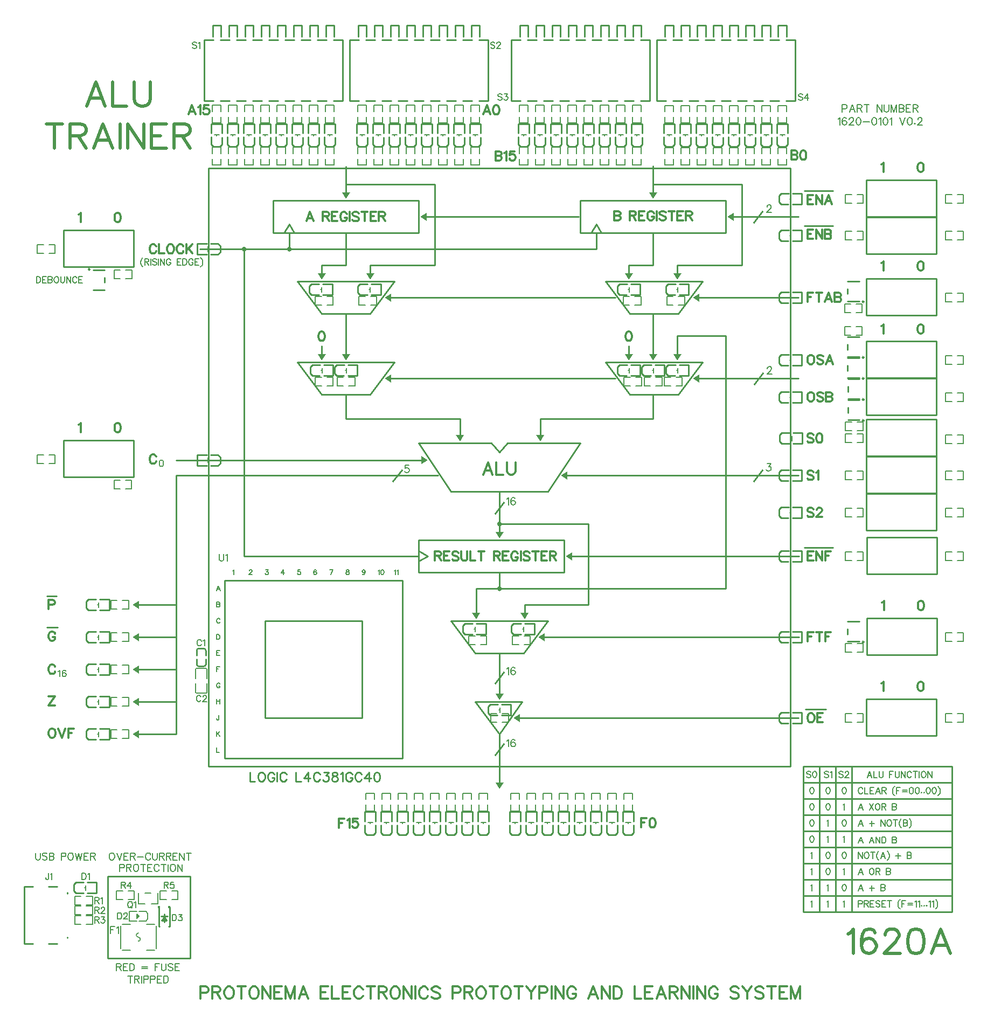
<source format=gto>
G04 Layer: TopSilkscreenLayer*
G04 EasyEDA v6.5.34, 2023-08-02 13:28:42*
G04 2a62064472414b95bfa9a36f662312a8,5a6b42c53f6a479593ecc07194224c93,10*
G04 Gerber Generator version 0.2*
G04 Scale: 100 percent, Rotated: No, Reflected: No *
G04 Dimensions in millimeters *
G04 leading zeros omitted , absolute positions ,4 integer and 5 decimal *
%FSLAX45Y45*%
%MOMM*%

%ADD10C,0.1524*%
%ADD11C,0.3000*%
%ADD12C,0.5000*%
%ADD13C,0.2540*%
%ADD14C,0.2000*%
%ADD15C,0.1570*%
%ADD16C,0.2032*%
%ADD17C,0.1778*%
%ADD18C,0.2030*%
%ADD19C,0.1520*%
%ADD20C,0.1500*%
%ADD21C,0.0196*%

%LPD*%
D10*
X698588Y-10059164D02*
G01*
X698588Y-10154668D01*
X698588Y-10059164D02*
G01*
X730338Y-10059164D01*
X744054Y-10063736D01*
X752944Y-10072626D01*
X757516Y-10081770D01*
X762088Y-10095486D01*
X762088Y-10118092D01*
X757516Y-10131808D01*
X752944Y-10140952D01*
X744054Y-10150096D01*
X730338Y-10154668D01*
X698588Y-10154668D01*
X801204Y-10059164D02*
G01*
X851242Y-10059164D01*
X824064Y-10095486D01*
X837526Y-10095486D01*
X846670Y-10100058D01*
X851242Y-10104630D01*
X855814Y-10118092D01*
X855814Y-10127236D01*
X851242Y-10140952D01*
X842098Y-10150096D01*
X828382Y-10154668D01*
X814920Y-10154668D01*
X801204Y-10150096D01*
X796632Y-10145524D01*
X792060Y-10136380D01*
D11*
X1143850Y-11189972D02*
G01*
X1143850Y-11380980D01*
X1143850Y-11189972D02*
G01*
X1225638Y-11189972D01*
X1252816Y-11199116D01*
X1261960Y-11208260D01*
X1271104Y-11226548D01*
X1271104Y-11253726D01*
X1261960Y-11272014D01*
X1252816Y-11280904D01*
X1225638Y-11290048D01*
X1143850Y-11290048D01*
X1331048Y-11189972D02*
G01*
X1331048Y-11380980D01*
X1331048Y-11189972D02*
G01*
X1412836Y-11189972D01*
X1440268Y-11199116D01*
X1449412Y-11208260D01*
X1458302Y-11226548D01*
X1458302Y-11244582D01*
X1449412Y-11262870D01*
X1440268Y-11272014D01*
X1412836Y-11280904D01*
X1331048Y-11280904D01*
X1394802Y-11280904D02*
G01*
X1458302Y-11380980D01*
X1572856Y-11189972D02*
G01*
X1554822Y-11199116D01*
X1536534Y-11217404D01*
X1527390Y-11235438D01*
X1518500Y-11262870D01*
X1518500Y-11308336D01*
X1527390Y-11335514D01*
X1536534Y-11353802D01*
X1554822Y-11371836D01*
X1572856Y-11380980D01*
X1609178Y-11380980D01*
X1627466Y-11371836D01*
X1645754Y-11353802D01*
X1654644Y-11335514D01*
X1663788Y-11308336D01*
X1663788Y-11262870D01*
X1654644Y-11235438D01*
X1645754Y-11217404D01*
X1627466Y-11199116D01*
X1609178Y-11189972D01*
X1572856Y-11189972D01*
X1787486Y-11189972D02*
G01*
X1787486Y-11380980D01*
X1723732Y-11189972D02*
G01*
X1851240Y-11189972D01*
X1965540Y-11189972D02*
G01*
X1947506Y-11199116D01*
X1929218Y-11217404D01*
X1920328Y-11235438D01*
X1911184Y-11262870D01*
X1911184Y-11308336D01*
X1920328Y-11335514D01*
X1929218Y-11353802D01*
X1947506Y-11371836D01*
X1965540Y-11380980D01*
X2002116Y-11380980D01*
X2020150Y-11371836D01*
X2038438Y-11353802D01*
X2047582Y-11335514D01*
X2056472Y-11308336D01*
X2056472Y-11262870D01*
X2047582Y-11235438D01*
X2038438Y-11217404D01*
X2020150Y-11199116D01*
X2002116Y-11189972D01*
X1965540Y-11189972D01*
X2116670Y-11189972D02*
G01*
X2116670Y-11380980D01*
X2116670Y-11189972D02*
G01*
X2243924Y-11380980D01*
X2243924Y-11189972D02*
G01*
X2243924Y-11380980D01*
X2303868Y-11189972D02*
G01*
X2303868Y-11380980D01*
X2303868Y-11189972D02*
G01*
X2421978Y-11189972D01*
X2303868Y-11280904D02*
G01*
X2376512Y-11280904D01*
X2303868Y-11380980D02*
G01*
X2421978Y-11380980D01*
X2481922Y-11189972D02*
G01*
X2481922Y-11380980D01*
X2481922Y-11189972D02*
G01*
X2554820Y-11380980D01*
X2627464Y-11189972D02*
G01*
X2554820Y-11380980D01*
X2627464Y-11189972D02*
G01*
X2627464Y-11380980D01*
X2760306Y-11189972D02*
G01*
X2687408Y-11380980D01*
X2760306Y-11189972D02*
G01*
X2832950Y-11380980D01*
X2714840Y-11317480D02*
G01*
X2805772Y-11317480D01*
X3032848Y-11189972D02*
G01*
X3032848Y-11380980D01*
X3032848Y-11189972D02*
G01*
X3151212Y-11189972D01*
X3032848Y-11280904D02*
G01*
X3105746Y-11280904D01*
X3032848Y-11380980D02*
G01*
X3151212Y-11380980D01*
X3211156Y-11189972D02*
G01*
X3211156Y-11380980D01*
X3211156Y-11380980D02*
G01*
X3320122Y-11380980D01*
X3380320Y-11189972D02*
G01*
X3380320Y-11380980D01*
X3380320Y-11189972D02*
G01*
X3498430Y-11189972D01*
X3380320Y-11280904D02*
G01*
X3452964Y-11280904D01*
X3380320Y-11380980D02*
G01*
X3498430Y-11380980D01*
X3694772Y-11235438D02*
G01*
X3685628Y-11217404D01*
X3667594Y-11199116D01*
X3649306Y-11189972D01*
X3612984Y-11189972D01*
X3594696Y-11199116D01*
X3576662Y-11217404D01*
X3567518Y-11235438D01*
X3558374Y-11262870D01*
X3558374Y-11308336D01*
X3567518Y-11335514D01*
X3576662Y-11353802D01*
X3594696Y-11371836D01*
X3612984Y-11380980D01*
X3649306Y-11380980D01*
X3667594Y-11371836D01*
X3685628Y-11353802D01*
X3694772Y-11335514D01*
X3818470Y-11189972D02*
G01*
X3818470Y-11380980D01*
X3754716Y-11189972D02*
G01*
X3881970Y-11189972D01*
X3941914Y-11189972D02*
G01*
X3941914Y-11380980D01*
X3941914Y-11189972D02*
G01*
X4023956Y-11189972D01*
X4051134Y-11199116D01*
X4060278Y-11208260D01*
X4069422Y-11226548D01*
X4069422Y-11244582D01*
X4060278Y-11262870D01*
X4051134Y-11272014D01*
X4023956Y-11280904D01*
X3941914Y-11280904D01*
X4005668Y-11280904D02*
G01*
X4069422Y-11380980D01*
X4183722Y-11189972D02*
G01*
X4165688Y-11199116D01*
X4147400Y-11217404D01*
X4138510Y-11235438D01*
X4129366Y-11262870D01*
X4129366Y-11308336D01*
X4138510Y-11335514D01*
X4147400Y-11353802D01*
X4165688Y-11371836D01*
X4183722Y-11380980D01*
X4220298Y-11380980D01*
X4238332Y-11371836D01*
X4256620Y-11353802D01*
X4265764Y-11335514D01*
X4274654Y-11308336D01*
X4274654Y-11262870D01*
X4265764Y-11235438D01*
X4256620Y-11217404D01*
X4238332Y-11199116D01*
X4220298Y-11189972D01*
X4183722Y-11189972D01*
X4334852Y-11189972D02*
G01*
X4334852Y-11380980D01*
X4334852Y-11189972D02*
G01*
X4462106Y-11380980D01*
X4462106Y-11189972D02*
G01*
X4462106Y-11380980D01*
X4522050Y-11189972D02*
G01*
X4522050Y-11380980D01*
X4718392Y-11235438D02*
G01*
X4709248Y-11217404D01*
X4691214Y-11199116D01*
X4672926Y-11189972D01*
X4636604Y-11189972D01*
X4618316Y-11199116D01*
X4600282Y-11217404D01*
X4591138Y-11235438D01*
X4581994Y-11262870D01*
X4581994Y-11308336D01*
X4591138Y-11335514D01*
X4600282Y-11353802D01*
X4618316Y-11371836D01*
X4636604Y-11380980D01*
X4672926Y-11380980D01*
X4691214Y-11371836D01*
X4709248Y-11353802D01*
X4718392Y-11335514D01*
X4905590Y-11217404D02*
G01*
X4887556Y-11199116D01*
X4860124Y-11189972D01*
X4823802Y-11189972D01*
X4796624Y-11199116D01*
X4778336Y-11217404D01*
X4778336Y-11235438D01*
X4787480Y-11253726D01*
X4796624Y-11262870D01*
X4814658Y-11272014D01*
X4869268Y-11290048D01*
X4887556Y-11299192D01*
X4896446Y-11308336D01*
X4905590Y-11326370D01*
X4905590Y-11353802D01*
X4887556Y-11371836D01*
X4860124Y-11380980D01*
X4823802Y-11380980D01*
X4796624Y-11371836D01*
X4778336Y-11353802D01*
X5105742Y-11189972D02*
G01*
X5105742Y-11380980D01*
X5105742Y-11189972D02*
G01*
X5187530Y-11189972D01*
X5214708Y-11199116D01*
X5223852Y-11208260D01*
X5232996Y-11226548D01*
X5232996Y-11253726D01*
X5223852Y-11272014D01*
X5214708Y-11280904D01*
X5187530Y-11290048D01*
X5105742Y-11290048D01*
X5292940Y-11189972D02*
G01*
X5292940Y-11380980D01*
X5292940Y-11189972D02*
G01*
X5374728Y-11189972D01*
X5401906Y-11199116D01*
X5411050Y-11208260D01*
X5420194Y-11226548D01*
X5420194Y-11244582D01*
X5411050Y-11262870D01*
X5401906Y-11272014D01*
X5374728Y-11280904D01*
X5292940Y-11280904D01*
X5356694Y-11280904D02*
G01*
X5420194Y-11380980D01*
X5534748Y-11189972D02*
G01*
X5516460Y-11199116D01*
X5498426Y-11217404D01*
X5489282Y-11235438D01*
X5480138Y-11262870D01*
X5480138Y-11308336D01*
X5489282Y-11335514D01*
X5498426Y-11353802D01*
X5516460Y-11371836D01*
X5534748Y-11380980D01*
X5571070Y-11380980D01*
X5589358Y-11371836D01*
X5607392Y-11353802D01*
X5616536Y-11335514D01*
X5625680Y-11308336D01*
X5625680Y-11262870D01*
X5616536Y-11235438D01*
X5607392Y-11217404D01*
X5589358Y-11199116D01*
X5571070Y-11189972D01*
X5534748Y-11189972D01*
X5749378Y-11189972D02*
G01*
X5749378Y-11380980D01*
X5685624Y-11189972D02*
G01*
X5812878Y-11189972D01*
X5927432Y-11189972D02*
G01*
X5909398Y-11199116D01*
X5891110Y-11217404D01*
X5881966Y-11235438D01*
X5872822Y-11262870D01*
X5872822Y-11308336D01*
X5881966Y-11335514D01*
X5891110Y-11353802D01*
X5909398Y-11371836D01*
X5927432Y-11380980D01*
X5963754Y-11380980D01*
X5982042Y-11371836D01*
X6000330Y-11353802D01*
X6009220Y-11335514D01*
X6018364Y-11308336D01*
X6018364Y-11262870D01*
X6009220Y-11235438D01*
X6000330Y-11217404D01*
X5982042Y-11199116D01*
X5963754Y-11189972D01*
X5927432Y-11189972D01*
X6142062Y-11189972D02*
G01*
X6142062Y-11380980D01*
X6078308Y-11189972D02*
G01*
X6205562Y-11189972D01*
X6265760Y-11189972D02*
G01*
X6338404Y-11280904D01*
X6338404Y-11380980D01*
X6411048Y-11189972D02*
G01*
X6338404Y-11280904D01*
X6470992Y-11189972D02*
G01*
X6470992Y-11380980D01*
X6470992Y-11189972D02*
G01*
X6553034Y-11189972D01*
X6580212Y-11199116D01*
X6589356Y-11208260D01*
X6598500Y-11226548D01*
X6598500Y-11253726D01*
X6589356Y-11272014D01*
X6580212Y-11280904D01*
X6553034Y-11290048D01*
X6470992Y-11290048D01*
X6658444Y-11189972D02*
G01*
X6658444Y-11380980D01*
X6718388Y-11189972D02*
G01*
X6718388Y-11380980D01*
X6718388Y-11189972D02*
G01*
X6845642Y-11380980D01*
X6845642Y-11189972D02*
G01*
X6845642Y-11380980D01*
X7041984Y-11235438D02*
G01*
X7032840Y-11217404D01*
X7014806Y-11199116D01*
X6996518Y-11189972D01*
X6960196Y-11189972D01*
X6941908Y-11199116D01*
X6923874Y-11217404D01*
X6914730Y-11235438D01*
X6905586Y-11262870D01*
X6905586Y-11308336D01*
X6914730Y-11335514D01*
X6923874Y-11353802D01*
X6941908Y-11371836D01*
X6960196Y-11380980D01*
X6996518Y-11380980D01*
X7014806Y-11371836D01*
X7032840Y-11353802D01*
X7041984Y-11335514D01*
X7041984Y-11308336D01*
X6996518Y-11308336D02*
G01*
X7041984Y-11308336D01*
X7314780Y-11189972D02*
G01*
X7242136Y-11380980D01*
X7314780Y-11189972D02*
G01*
X7387424Y-11380980D01*
X7269314Y-11317480D02*
G01*
X7360246Y-11317480D01*
X7447368Y-11189972D02*
G01*
X7447368Y-11380980D01*
X7447368Y-11189972D02*
G01*
X7574622Y-11380980D01*
X7574622Y-11189972D02*
G01*
X7574622Y-11380980D01*
X7634820Y-11189972D02*
G01*
X7634820Y-11380980D01*
X7634820Y-11189972D02*
G01*
X7698320Y-11189972D01*
X7725752Y-11199116D01*
X7743786Y-11217404D01*
X7752930Y-11235438D01*
X7762074Y-11262870D01*
X7762074Y-11308336D01*
X7752930Y-11335514D01*
X7743786Y-11353802D01*
X7725752Y-11371836D01*
X7698320Y-11380980D01*
X7634820Y-11380980D01*
X7961972Y-11189972D02*
G01*
X7961972Y-11380980D01*
X7961972Y-11380980D02*
G01*
X8071192Y-11380980D01*
X8131136Y-11189972D02*
G01*
X8131136Y-11380980D01*
X8131136Y-11189972D02*
G01*
X8249246Y-11189972D01*
X8131136Y-11280904D02*
G01*
X8203780Y-11280904D01*
X8131136Y-11380980D02*
G01*
X8249246Y-11380980D01*
X8382088Y-11189972D02*
G01*
X8309190Y-11380980D01*
X8382088Y-11189972D02*
G01*
X8454732Y-11380980D01*
X8336622Y-11317480D02*
G01*
X8427554Y-11317480D01*
X8514676Y-11189972D02*
G01*
X8514676Y-11380980D01*
X8514676Y-11189972D02*
G01*
X8596464Y-11189972D01*
X8623896Y-11199116D01*
X8633040Y-11208260D01*
X8641930Y-11226548D01*
X8641930Y-11244582D01*
X8633040Y-11262870D01*
X8623896Y-11272014D01*
X8596464Y-11280904D01*
X8514676Y-11280904D01*
X8578430Y-11280904D02*
G01*
X8641930Y-11380980D01*
X8702128Y-11189972D02*
G01*
X8702128Y-11380980D01*
X8702128Y-11189972D02*
G01*
X8829382Y-11380980D01*
X8829382Y-11189972D02*
G01*
X8829382Y-11380980D01*
X8889326Y-11189972D02*
G01*
X8889326Y-11380980D01*
X8949270Y-11189972D02*
G01*
X8949270Y-11380980D01*
X8949270Y-11189972D02*
G01*
X9076524Y-11380980D01*
X9076524Y-11189972D02*
G01*
X9076524Y-11380980D01*
X9272866Y-11235438D02*
G01*
X9263722Y-11217404D01*
X9245688Y-11199116D01*
X9227400Y-11189972D01*
X9191078Y-11189972D01*
X9173044Y-11199116D01*
X9154756Y-11217404D01*
X9145612Y-11235438D01*
X9136468Y-11262870D01*
X9136468Y-11308336D01*
X9145612Y-11335514D01*
X9154756Y-11353802D01*
X9173044Y-11371836D01*
X9191078Y-11380980D01*
X9227400Y-11380980D01*
X9245688Y-11371836D01*
X9263722Y-11353802D01*
X9272866Y-11335514D01*
X9272866Y-11308336D01*
X9227400Y-11308336D02*
G01*
X9272866Y-11308336D01*
X9600272Y-11217404D02*
G01*
X9581984Y-11199116D01*
X9554806Y-11189972D01*
X9518484Y-11189972D01*
X9491052Y-11199116D01*
X9473018Y-11217404D01*
X9473018Y-11235438D01*
X9481908Y-11253726D01*
X9491052Y-11262870D01*
X9509340Y-11272014D01*
X9563950Y-11290048D01*
X9581984Y-11299192D01*
X9591128Y-11308336D01*
X9600272Y-11326370D01*
X9600272Y-11353802D01*
X9581984Y-11371836D01*
X9554806Y-11380980D01*
X9518484Y-11380980D01*
X9491052Y-11371836D01*
X9473018Y-11353802D01*
X9660216Y-11189972D02*
G01*
X9732860Y-11280904D01*
X9732860Y-11380980D01*
X9805758Y-11189972D02*
G01*
X9732860Y-11280904D01*
X9992956Y-11217404D02*
G01*
X9974668Y-11199116D01*
X9947490Y-11189972D01*
X9911168Y-11189972D01*
X9883736Y-11199116D01*
X9865702Y-11217404D01*
X9865702Y-11235438D01*
X9874846Y-11253726D01*
X9883736Y-11262870D01*
X9902024Y-11272014D01*
X9956634Y-11290048D01*
X9974668Y-11299192D01*
X9983812Y-11308336D01*
X9992956Y-11326370D01*
X9992956Y-11353802D01*
X9974668Y-11371836D01*
X9947490Y-11380980D01*
X9911168Y-11380980D01*
X9883736Y-11371836D01*
X9865702Y-11353802D01*
X10116654Y-11189972D02*
G01*
X10116654Y-11380980D01*
X10052900Y-11189972D02*
G01*
X10180154Y-11189972D01*
X10240098Y-11189972D02*
G01*
X10240098Y-11380980D01*
X10240098Y-11189972D02*
G01*
X10358462Y-11189972D01*
X10240098Y-11280904D02*
G01*
X10312996Y-11280904D01*
X10240098Y-11380980D02*
G01*
X10358462Y-11380980D01*
X10418406Y-11189972D02*
G01*
X10418406Y-11380980D01*
X10418406Y-11189972D02*
G01*
X10491050Y-11380980D01*
X10563948Y-11189972D02*
G01*
X10491050Y-11380980D01*
X10563948Y-11189972D02*
G01*
X10563948Y-11380980D01*
D12*
X11316566Y-10362438D02*
G01*
X11352888Y-10344404D01*
X11407498Y-10289794D01*
X11407498Y-10671556D01*
X11745572Y-10344404D02*
G01*
X11727538Y-10307828D01*
X11672928Y-10289794D01*
X11636606Y-10289794D01*
X11581996Y-10307828D01*
X11545674Y-10362438D01*
X11527386Y-10453370D01*
X11527386Y-10544302D01*
X11545674Y-10616946D01*
X11581996Y-10653522D01*
X11636606Y-10671556D01*
X11654640Y-10671556D01*
X11709250Y-10653522D01*
X11745572Y-10616946D01*
X11763860Y-10562590D01*
X11763860Y-10544302D01*
X11745572Y-10489692D01*
X11709250Y-10453370D01*
X11654640Y-10435336D01*
X11636606Y-10435336D01*
X11581996Y-10453370D01*
X11545674Y-10489692D01*
X11527386Y-10544302D01*
X11902036Y-10380726D02*
G01*
X11902036Y-10362438D01*
X11920324Y-10326116D01*
X11938358Y-10307828D01*
X11974680Y-10289794D01*
X12047578Y-10289794D01*
X12083900Y-10307828D01*
X12101934Y-10326116D01*
X12120222Y-10362438D01*
X12120222Y-10398760D01*
X12101934Y-10435336D01*
X12065612Y-10489692D01*
X11883748Y-10671556D01*
X12138256Y-10671556D01*
X12367364Y-10289794D02*
G01*
X12313008Y-10307828D01*
X12276686Y-10362438D01*
X12258398Y-10453370D01*
X12258398Y-10507980D01*
X12276686Y-10598912D01*
X12313008Y-10653522D01*
X12367364Y-10671556D01*
X12403940Y-10671556D01*
X12458296Y-10653522D01*
X12494872Y-10598912D01*
X12512906Y-10507980D01*
X12512906Y-10453370D01*
X12494872Y-10362438D01*
X12458296Y-10307828D01*
X12403940Y-10289794D01*
X12367364Y-10289794D01*
X12778336Y-10289794D02*
G01*
X12633048Y-10671556D01*
X12778336Y-10289794D02*
G01*
X12923878Y-10671556D01*
X12687404Y-10544302D02*
G01*
X12869268Y-10544302D01*
D13*
X1918563Y-7824216D02*
G01*
X1918563Y-7967472D01*
X1918563Y-7967472D02*
G01*
X2000351Y-7967472D01*
X2086203Y-7824216D02*
G01*
X2072741Y-7831074D01*
X2059025Y-7844790D01*
X2052167Y-7858252D01*
X2045309Y-7878826D01*
X2045309Y-7912862D01*
X2052167Y-7933436D01*
X2059025Y-7946898D01*
X2072741Y-7960614D01*
X2086203Y-7967472D01*
X2113635Y-7967472D01*
X2127097Y-7960614D01*
X2140813Y-7946898D01*
X2147671Y-7933436D01*
X2154529Y-7912862D01*
X2154529Y-7878826D01*
X2147671Y-7858252D01*
X2140813Y-7844790D01*
X2127097Y-7831074D01*
X2113635Y-7824216D01*
X2086203Y-7824216D01*
X2301849Y-7858252D02*
G01*
X2294991Y-7844790D01*
X2281275Y-7831074D01*
X2267559Y-7824216D01*
X2240381Y-7824216D01*
X2226665Y-7831074D01*
X2213203Y-7844790D01*
X2206345Y-7858252D01*
X2199487Y-7878826D01*
X2199487Y-7912862D01*
X2206345Y-7933436D01*
X2213203Y-7946898D01*
X2226665Y-7960614D01*
X2240381Y-7967472D01*
X2267559Y-7967472D01*
X2281275Y-7960614D01*
X2294991Y-7946898D01*
X2301849Y-7933436D01*
X2301849Y-7912862D01*
X2267559Y-7912862D02*
G01*
X2301849Y-7912862D01*
X2346807Y-7824216D02*
G01*
X2346807Y-7967472D01*
X2494127Y-7858252D02*
G01*
X2487269Y-7844790D01*
X2473553Y-7831074D01*
X2459837Y-7824216D01*
X2432659Y-7824216D01*
X2418943Y-7831074D01*
X2405481Y-7844790D01*
X2398623Y-7858252D01*
X2391765Y-7878826D01*
X2391765Y-7912862D01*
X2398623Y-7933436D01*
X2405481Y-7946898D01*
X2418943Y-7960614D01*
X2432659Y-7967472D01*
X2459837Y-7967472D01*
X2473553Y-7960614D01*
X2487269Y-7946898D01*
X2494127Y-7933436D01*
X2643987Y-7824216D02*
G01*
X2643987Y-7967472D01*
X2643987Y-7967472D02*
G01*
X2725775Y-7967472D01*
X2839059Y-7824216D02*
G01*
X2770733Y-7919720D01*
X2873095Y-7919720D01*
X2839059Y-7824216D02*
G01*
X2839059Y-7967472D01*
X3020415Y-7858252D02*
G01*
X3013557Y-7844790D01*
X2999841Y-7831074D01*
X2986379Y-7824216D01*
X2958947Y-7824216D01*
X2945485Y-7831074D01*
X2931769Y-7844790D01*
X2924911Y-7858252D01*
X2918053Y-7878826D01*
X2918053Y-7912862D01*
X2924911Y-7933436D01*
X2931769Y-7946898D01*
X2945485Y-7960614D01*
X2958947Y-7967472D01*
X2986379Y-7967472D01*
X2999841Y-7960614D01*
X3013557Y-7946898D01*
X3020415Y-7933436D01*
X3079089Y-7824216D02*
G01*
X3154019Y-7824216D01*
X3113125Y-7878826D01*
X3133445Y-7878826D01*
X3147161Y-7885684D01*
X3154019Y-7892542D01*
X3160877Y-7912862D01*
X3160877Y-7926578D01*
X3154019Y-7946898D01*
X3140303Y-7960614D01*
X3119983Y-7967472D01*
X3099409Y-7967472D01*
X3079089Y-7960614D01*
X3072231Y-7953756D01*
X3065373Y-7940040D01*
X3239871Y-7824216D02*
G01*
X3219551Y-7831074D01*
X3212693Y-7844790D01*
X3212693Y-7858252D01*
X3219551Y-7871968D01*
X3233013Y-7878826D01*
X3260445Y-7885684D01*
X3280765Y-7892542D01*
X3294481Y-7906004D01*
X3301339Y-7919720D01*
X3301339Y-7940040D01*
X3294481Y-7953756D01*
X3287623Y-7960614D01*
X3267303Y-7967472D01*
X3239871Y-7967472D01*
X3219551Y-7960614D01*
X3212693Y-7953756D01*
X3205835Y-7940040D01*
X3205835Y-7919720D01*
X3212693Y-7906004D01*
X3226409Y-7892542D01*
X3246729Y-7885684D01*
X3273907Y-7878826D01*
X3287623Y-7871968D01*
X3294481Y-7858252D01*
X3294481Y-7844790D01*
X3287623Y-7831074D01*
X3267303Y-7824216D01*
X3239871Y-7824216D01*
X3346297Y-7851394D02*
G01*
X3360013Y-7844790D01*
X3380333Y-7824216D01*
X3380333Y-7967472D01*
X3527653Y-7858252D02*
G01*
X3520795Y-7844790D01*
X3507079Y-7831074D01*
X3493617Y-7824216D01*
X3466185Y-7824216D01*
X3452723Y-7831074D01*
X3439007Y-7844790D01*
X3432149Y-7858252D01*
X3425291Y-7878826D01*
X3425291Y-7912862D01*
X3432149Y-7933436D01*
X3439007Y-7946898D01*
X3452723Y-7960614D01*
X3466185Y-7967472D01*
X3493617Y-7967472D01*
X3507079Y-7960614D01*
X3520795Y-7946898D01*
X3527653Y-7933436D01*
X3527653Y-7912862D01*
X3493617Y-7912862D02*
G01*
X3527653Y-7912862D01*
X3674973Y-7858252D02*
G01*
X3668115Y-7844790D01*
X3654399Y-7831074D01*
X3640937Y-7824216D01*
X3613505Y-7824216D01*
X3600043Y-7831074D01*
X3586327Y-7844790D01*
X3579469Y-7858252D01*
X3572611Y-7878826D01*
X3572611Y-7912862D01*
X3579469Y-7933436D01*
X3586327Y-7946898D01*
X3600043Y-7960614D01*
X3613505Y-7967472D01*
X3640937Y-7967472D01*
X3654399Y-7960614D01*
X3668115Y-7946898D01*
X3674973Y-7933436D01*
X3788003Y-7824216D02*
G01*
X3719931Y-7919720D01*
X3822293Y-7919720D01*
X3788003Y-7824216D02*
G01*
X3788003Y-7967472D01*
X3908145Y-7824216D02*
G01*
X3887571Y-7831074D01*
X3874109Y-7851394D01*
X3867251Y-7885684D01*
X3867251Y-7906004D01*
X3874109Y-7940040D01*
X3887571Y-7960614D01*
X3908145Y-7967472D01*
X3921861Y-7967472D01*
X3942181Y-7960614D01*
X3955897Y-7940040D01*
X3962755Y-7906004D01*
X3962755Y-7885684D01*
X3955897Y-7851394D01*
X3942181Y-7831074D01*
X3921861Y-7824216D01*
X3908145Y-7824216D01*
D11*
X2862160Y976881D02*
G01*
X2807550Y833625D01*
X2862160Y976881D02*
G01*
X2916516Y833625D01*
X2828124Y881377D02*
G01*
X2896196Y881377D01*
X3066630Y976881D02*
G01*
X3066630Y833625D01*
X3066630Y976881D02*
G01*
X3128098Y976881D01*
X3148418Y970023D01*
X3155276Y963165D01*
X3162134Y949703D01*
X3162134Y935987D01*
X3155276Y922271D01*
X3148418Y915413D01*
X3128098Y908555D01*
X3066630Y908555D01*
X3114382Y908555D02*
G01*
X3162134Y833625D01*
X3207092Y976881D02*
G01*
X3207092Y833625D01*
X3207092Y976881D02*
G01*
X3295738Y976881D01*
X3207092Y908555D02*
G01*
X3261702Y908555D01*
X3207092Y833625D02*
G01*
X3295738Y833625D01*
X3443058Y942845D02*
G01*
X3436200Y956307D01*
X3422484Y970023D01*
X3409022Y976881D01*
X3381590Y976881D01*
X3368128Y970023D01*
X3354412Y956307D01*
X3347554Y942845D01*
X3340696Y922271D01*
X3340696Y888235D01*
X3347554Y867661D01*
X3354412Y854199D01*
X3368128Y840483D01*
X3381590Y833625D01*
X3409022Y833625D01*
X3422484Y840483D01*
X3436200Y854199D01*
X3443058Y867661D01*
X3443058Y888235D01*
X3409022Y888235D02*
G01*
X3443058Y888235D01*
X3488016Y976881D02*
G01*
X3488016Y833625D01*
X3628478Y956307D02*
G01*
X3614762Y970023D01*
X3594442Y976881D01*
X3567010Y976881D01*
X3546690Y970023D01*
X3532974Y956307D01*
X3532974Y942845D01*
X3539832Y929129D01*
X3546690Y922271D01*
X3560152Y915413D01*
X3601300Y901951D01*
X3614762Y895093D01*
X3621620Y888235D01*
X3628478Y874519D01*
X3628478Y854199D01*
X3614762Y840483D01*
X3594442Y833625D01*
X3567010Y833625D01*
X3546690Y840483D01*
X3532974Y854199D01*
X3721188Y976881D02*
G01*
X3721188Y833625D01*
X3673436Y976881D02*
G01*
X3768940Y976881D01*
X3813898Y976881D02*
G01*
X3813898Y833625D01*
X3813898Y976881D02*
G01*
X3902544Y976881D01*
X3813898Y908555D02*
G01*
X3868508Y908555D01*
X3813898Y833625D02*
G01*
X3902544Y833625D01*
X3947502Y976881D02*
G01*
X3947502Y833625D01*
X3947502Y976881D02*
G01*
X4008970Y976881D01*
X4029290Y970023D01*
X4036148Y963165D01*
X4043006Y949703D01*
X4043006Y935987D01*
X4036148Y922271D01*
X4029290Y915413D01*
X4008970Y908555D01*
X3947502Y908555D01*
X3995254Y908555D02*
G01*
X4043006Y833625D01*
X4826850Y-4357118D02*
G01*
X4826850Y-4500374D01*
X4826850Y-4357118D02*
G01*
X4888318Y-4357118D01*
X4908638Y-4363976D01*
X4915496Y-4370834D01*
X4922354Y-4384296D01*
X4922354Y-4398012D01*
X4915496Y-4411728D01*
X4908638Y-4418586D01*
X4888318Y-4425444D01*
X4826850Y-4425444D01*
X4874602Y-4425444D02*
G01*
X4922354Y-4500374D01*
X4967312Y-4357118D02*
G01*
X4967312Y-4500374D01*
X4967312Y-4357118D02*
G01*
X5055958Y-4357118D01*
X4967312Y-4425444D02*
G01*
X5021922Y-4425444D01*
X4967312Y-4500374D02*
G01*
X5055958Y-4500374D01*
X5196420Y-4377692D02*
G01*
X5182704Y-4363976D01*
X5162384Y-4357118D01*
X5134952Y-4357118D01*
X5114632Y-4363976D01*
X5100916Y-4377692D01*
X5100916Y-4391154D01*
X5107774Y-4404870D01*
X5114632Y-4411728D01*
X5128094Y-4418586D01*
X5169242Y-4432048D01*
X5182704Y-4438906D01*
X5189562Y-4445764D01*
X5196420Y-4459480D01*
X5196420Y-4479800D01*
X5182704Y-4493516D01*
X5162384Y-4500374D01*
X5134952Y-4500374D01*
X5114632Y-4493516D01*
X5100916Y-4479800D01*
X5241378Y-4357118D02*
G01*
X5241378Y-4459480D01*
X5248236Y-4479800D01*
X5261952Y-4493516D01*
X5282272Y-4500374D01*
X5295988Y-4500374D01*
X5316308Y-4493516D01*
X5330024Y-4479800D01*
X5336882Y-4459480D01*
X5336882Y-4357118D01*
X5381840Y-4357118D02*
G01*
X5381840Y-4500374D01*
X5381840Y-4500374D02*
G01*
X5463628Y-4500374D01*
X5556338Y-4357118D02*
G01*
X5556338Y-4500374D01*
X5508586Y-4357118D02*
G01*
X5604090Y-4357118D01*
X5754204Y-4357118D02*
G01*
X5754204Y-4500374D01*
X5754204Y-4357118D02*
G01*
X5815418Y-4357118D01*
X5835992Y-4363976D01*
X5842850Y-4370834D01*
X5849454Y-4384296D01*
X5849454Y-4398012D01*
X5842850Y-4411728D01*
X5835992Y-4418586D01*
X5815418Y-4425444D01*
X5754204Y-4425444D01*
X5801956Y-4425444D02*
G01*
X5849454Y-4500374D01*
X5894666Y-4357118D02*
G01*
X5894666Y-4500374D01*
X5894666Y-4357118D02*
G01*
X5983312Y-4357118D01*
X5894666Y-4425444D02*
G01*
X5949022Y-4425444D01*
X5894666Y-4500374D02*
G01*
X5983312Y-4500374D01*
X6130378Y-4391154D02*
G01*
X6123774Y-4377692D01*
X6110058Y-4363976D01*
X6096342Y-4357118D01*
X6069164Y-4357118D01*
X6055448Y-4363976D01*
X6041732Y-4377692D01*
X6035128Y-4391154D01*
X6028270Y-4411728D01*
X6028270Y-4445764D01*
X6035128Y-4466338D01*
X6041732Y-4479800D01*
X6055448Y-4493516D01*
X6069164Y-4500374D01*
X6096342Y-4500374D01*
X6110058Y-4493516D01*
X6123774Y-4479800D01*
X6130378Y-4466338D01*
X6130378Y-4445764D01*
X6096342Y-4445764D02*
G01*
X6130378Y-4445764D01*
X6175590Y-4357118D02*
G01*
X6175590Y-4500374D01*
X6316052Y-4377692D02*
G01*
X6302336Y-4363976D01*
X6281762Y-4357118D01*
X6254584Y-4357118D01*
X6234010Y-4363976D01*
X6220548Y-4377692D01*
X6220548Y-4391154D01*
X6227406Y-4404870D01*
X6234010Y-4411728D01*
X6247726Y-4418586D01*
X6288620Y-4432048D01*
X6302336Y-4438906D01*
X6309194Y-4445764D01*
X6316052Y-4459480D01*
X6316052Y-4479800D01*
X6302336Y-4493516D01*
X6281762Y-4500374D01*
X6254584Y-4500374D01*
X6234010Y-4493516D01*
X6220548Y-4479800D01*
X6408762Y-4357118D02*
G01*
X6408762Y-4500374D01*
X6361010Y-4357118D02*
G01*
X6456514Y-4357118D01*
X6501472Y-4357118D02*
G01*
X6501472Y-4500374D01*
X6501472Y-4357118D02*
G01*
X6590118Y-4357118D01*
X6501472Y-4425444D02*
G01*
X6555828Y-4425444D01*
X6501472Y-4500374D02*
G01*
X6590118Y-4500374D01*
X6635076Y-4357118D02*
G01*
X6635076Y-4500374D01*
X6635076Y-4357118D02*
G01*
X6696290Y-4357118D01*
X6716864Y-4363976D01*
X6723722Y-4370834D01*
X6730580Y-4384296D01*
X6730580Y-4398012D01*
X6723722Y-4411728D01*
X6716864Y-4418586D01*
X6696290Y-4425444D01*
X6635076Y-4425444D01*
X6682828Y-4425444D02*
G01*
X6730580Y-4500374D01*
X7646250Y989581D02*
G01*
X7646250Y846325D01*
X7646250Y989581D02*
G01*
X7707718Y989581D01*
X7728038Y982723D01*
X7734896Y975865D01*
X7741754Y962403D01*
X7741754Y948687D01*
X7734896Y934971D01*
X7728038Y928113D01*
X7707718Y921255D01*
X7646250Y921255D02*
G01*
X7707718Y921255D01*
X7728038Y914651D01*
X7734896Y907793D01*
X7741754Y894077D01*
X7741754Y873757D01*
X7734896Y860041D01*
X7728038Y853183D01*
X7707718Y846325D01*
X7646250Y846325D01*
X7891614Y989581D02*
G01*
X7891614Y846325D01*
X7891614Y989581D02*
G01*
X7953082Y989581D01*
X7973402Y982723D01*
X7980260Y975865D01*
X7987118Y962403D01*
X7987118Y948687D01*
X7980260Y934971D01*
X7973402Y928113D01*
X7953082Y921255D01*
X7891614Y921255D01*
X7939366Y921255D02*
G01*
X7987118Y846325D01*
X8032076Y989581D02*
G01*
X8032076Y846325D01*
X8032076Y989581D02*
G01*
X8120722Y989581D01*
X8032076Y921255D02*
G01*
X8086686Y921255D01*
X8032076Y846325D02*
G01*
X8120722Y846325D01*
X8268042Y955545D02*
G01*
X8261184Y969007D01*
X8247722Y982723D01*
X8234006Y989581D01*
X8206828Y989581D01*
X8193112Y982723D01*
X8179396Y969007D01*
X8172538Y955545D01*
X8165680Y934971D01*
X8165680Y900935D01*
X8172538Y880361D01*
X8179396Y866899D01*
X8193112Y853183D01*
X8206828Y846325D01*
X8234006Y846325D01*
X8247722Y853183D01*
X8261184Y866899D01*
X8268042Y880361D01*
X8268042Y900935D01*
X8234006Y900935D02*
G01*
X8268042Y900935D01*
X8313000Y989581D02*
G01*
X8313000Y846325D01*
X8453462Y969007D02*
G01*
X8440000Y982723D01*
X8419426Y989581D01*
X8392248Y989581D01*
X8371674Y982723D01*
X8357958Y969007D01*
X8357958Y955545D01*
X8364816Y941829D01*
X8371674Y934971D01*
X8385390Y928113D01*
X8426284Y914651D01*
X8440000Y907793D01*
X8446604Y900935D01*
X8453462Y887219D01*
X8453462Y866899D01*
X8440000Y853183D01*
X8419426Y846325D01*
X8392248Y846325D01*
X8371674Y853183D01*
X8357958Y866899D01*
X8546172Y989581D02*
G01*
X8546172Y846325D01*
X8498420Y989581D02*
G01*
X8593924Y989581D01*
X8638882Y989581D02*
G01*
X8638882Y846325D01*
X8638882Y989581D02*
G01*
X8727528Y989581D01*
X8638882Y921255D02*
G01*
X8693492Y921255D01*
X8638882Y846325D02*
G01*
X8727528Y846325D01*
X8772486Y989581D02*
G01*
X8772486Y846325D01*
X8772486Y989581D02*
G01*
X8833954Y989581D01*
X8854528Y982723D01*
X8861132Y975865D01*
X8867990Y962403D01*
X8867990Y948687D01*
X8861132Y934971D01*
X8854528Y928113D01*
X8833954Y921255D01*
X8772486Y921255D01*
X8820238Y921255D02*
G01*
X8867990Y846325D01*
X5661494Y-2960372D02*
G01*
X5588850Y-3151380D01*
X5661494Y-2960372D02*
G01*
X5734392Y-3151380D01*
X5616028Y-3087880D02*
G01*
X5706960Y-3087880D01*
X5794336Y-2960372D02*
G01*
X5794336Y-3151380D01*
X5794336Y-3151380D02*
G01*
X5903302Y-3151380D01*
X5963500Y-2960372D02*
G01*
X5963500Y-3096770D01*
X5972390Y-3124202D01*
X5990678Y-3142236D01*
X6017856Y-3151380D01*
X6036144Y-3151380D01*
X6063322Y-3142236D01*
X6081610Y-3124202D01*
X6090754Y-3096770D01*
X6090754Y-2960372D01*
X10721581Y-1271013D02*
G01*
X10707865Y-1277871D01*
X10694403Y-1291587D01*
X10687545Y-1305049D01*
X10680687Y-1325623D01*
X10680687Y-1359659D01*
X10687545Y-1380233D01*
X10694403Y-1393695D01*
X10707865Y-1407411D01*
X10721581Y-1414269D01*
X10748759Y-1414269D01*
X10762475Y-1407411D01*
X10776191Y-1393695D01*
X10783049Y-1380233D01*
X10789653Y-1359659D01*
X10789653Y-1325623D01*
X10783049Y-1305049D01*
X10776191Y-1291587D01*
X10762475Y-1277871D01*
X10748759Y-1271013D01*
X10721581Y-1271013D01*
X10930115Y-1291587D02*
G01*
X10916653Y-1277871D01*
X10896079Y-1271013D01*
X10868901Y-1271013D01*
X10848327Y-1277871D01*
X10834865Y-1291587D01*
X10834865Y-1305049D01*
X10841469Y-1318765D01*
X10848327Y-1325623D01*
X10862043Y-1332481D01*
X10902937Y-1345943D01*
X10916653Y-1352801D01*
X10923511Y-1359659D01*
X10930115Y-1373375D01*
X10930115Y-1393695D01*
X10916653Y-1407411D01*
X10896079Y-1414269D01*
X10868901Y-1414269D01*
X10848327Y-1407411D01*
X10834865Y-1393695D01*
X11029683Y-1271013D02*
G01*
X10975327Y-1414269D01*
X11029683Y-1271013D02*
G01*
X11084293Y-1414269D01*
X10995647Y-1366517D02*
G01*
X11063973Y-1366517D01*
X10721581Y-1855213D02*
G01*
X10707865Y-1862071D01*
X10694403Y-1875787D01*
X10687545Y-1889249D01*
X10680687Y-1909823D01*
X10680687Y-1943859D01*
X10687545Y-1964433D01*
X10694403Y-1977895D01*
X10707865Y-1991611D01*
X10721581Y-1998469D01*
X10748759Y-1998469D01*
X10762475Y-1991611D01*
X10776191Y-1977895D01*
X10783049Y-1964433D01*
X10789653Y-1943859D01*
X10789653Y-1909823D01*
X10783049Y-1889249D01*
X10776191Y-1875787D01*
X10762475Y-1862071D01*
X10748759Y-1855213D01*
X10721581Y-1855213D01*
X10930115Y-1875787D02*
G01*
X10916653Y-1862071D01*
X10896079Y-1855213D01*
X10868901Y-1855213D01*
X10848327Y-1862071D01*
X10834865Y-1875787D01*
X10834865Y-1889249D01*
X10841469Y-1902965D01*
X10848327Y-1909823D01*
X10862043Y-1916681D01*
X10902937Y-1930143D01*
X10916653Y-1937001D01*
X10923511Y-1943859D01*
X10930115Y-1957575D01*
X10930115Y-1977895D01*
X10916653Y-1991611D01*
X10896079Y-1998469D01*
X10868901Y-1998469D01*
X10848327Y-1991611D01*
X10834865Y-1977895D01*
X10975327Y-1855213D02*
G01*
X10975327Y-1998469D01*
X10975327Y-1855213D02*
G01*
X11036541Y-1855213D01*
X11057115Y-1862071D01*
X11063973Y-1868929D01*
X11070577Y-1882391D01*
X11070577Y-1896107D01*
X11063973Y-1909823D01*
X11057115Y-1916681D01*
X11036541Y-1923539D01*
X10975327Y-1923539D02*
G01*
X11036541Y-1923539D01*
X11057115Y-1930143D01*
X11063973Y-1937001D01*
X11070577Y-1950717D01*
X11070577Y-1971037D01*
X11063973Y-1984753D01*
X11057115Y-1991611D01*
X11036541Y-1998469D01*
X10975327Y-1998469D01*
X10681563Y-293116D02*
G01*
X10681563Y-436372D01*
X10681563Y-293116D02*
G01*
X10770209Y-293116D01*
X10681563Y-361442D02*
G01*
X10736173Y-361442D01*
X10862919Y-293116D02*
G01*
X10862919Y-436372D01*
X10815167Y-293116D02*
G01*
X10910671Y-293116D01*
X11010239Y-293116D02*
G01*
X10955629Y-436372D01*
X11010239Y-293116D02*
G01*
X11064849Y-436372D01*
X10976203Y-388620D02*
G01*
X11044275Y-388620D01*
X11109807Y-293116D02*
G01*
X11109807Y-436372D01*
X11109807Y-293116D02*
G01*
X11171021Y-293116D01*
X11191595Y-299974D01*
X11198453Y-306832D01*
X11205311Y-320294D01*
X11205311Y-334010D01*
X11198453Y-347726D01*
X11191595Y-354584D01*
X11171021Y-361442D01*
X11109807Y-361442D02*
G01*
X11171021Y-361442D01*
X11191595Y-368046D01*
X11198453Y-374904D01*
X11205311Y-388620D01*
X11205311Y-408940D01*
X11198453Y-422656D01*
X11191595Y-429514D01*
X11171021Y-436372D01*
X11109807Y-436372D01*
X10681563Y697483D02*
G01*
X10681563Y554227D01*
X10681563Y697483D02*
G01*
X10770209Y697483D01*
X10681563Y629157D02*
G01*
X10736173Y629157D01*
X10681563Y554227D02*
G01*
X10770209Y554227D01*
X10815167Y697483D02*
G01*
X10815167Y554227D01*
X10815167Y697483D02*
G01*
X10910671Y554227D01*
X10910671Y697483D02*
G01*
X10910671Y554227D01*
X10955629Y697483D02*
G01*
X10955629Y554227D01*
X10955629Y697483D02*
G01*
X11017097Y697483D01*
X11037417Y690625D01*
X11044275Y683767D01*
X11051133Y670305D01*
X11051133Y656589D01*
X11044275Y642873D01*
X11037417Y636015D01*
X11017097Y629157D01*
X10955629Y629157D02*
G01*
X11017097Y629157D01*
X11037417Y622553D01*
X11044275Y615695D01*
X11051133Y601979D01*
X11051133Y581659D01*
X11044275Y567943D01*
X11037417Y561085D01*
X11017097Y554227D01*
X10955629Y554227D01*
X10681563Y1243583D02*
G01*
X10681563Y1100327D01*
X10681563Y1243583D02*
G01*
X10770209Y1243583D01*
X10681563Y1175257D02*
G01*
X10736173Y1175257D01*
X10681563Y1100327D02*
G01*
X10770209Y1100327D01*
X10815167Y1243583D02*
G01*
X10815167Y1100327D01*
X10815167Y1243583D02*
G01*
X10910671Y1100327D01*
X10910671Y1243583D02*
G01*
X10910671Y1100327D01*
X11010239Y1243583D02*
G01*
X10955629Y1100327D01*
X11010239Y1243583D02*
G01*
X11064849Y1100327D01*
X10976203Y1148079D02*
G01*
X11044275Y1148079D01*
X10776165Y-3107687D02*
G01*
X10762449Y-3093971D01*
X10742129Y-3087113D01*
X10714697Y-3087113D01*
X10694377Y-3093971D01*
X10680661Y-3107687D01*
X10680661Y-3121149D01*
X10687519Y-3134865D01*
X10694377Y-3141723D01*
X10707839Y-3148581D01*
X10748987Y-3162043D01*
X10762449Y-3168901D01*
X10769307Y-3175759D01*
X10776165Y-3189475D01*
X10776165Y-3209795D01*
X10762449Y-3223511D01*
X10742129Y-3230369D01*
X10714697Y-3230369D01*
X10694377Y-3223511D01*
X10680661Y-3209795D01*
X10821123Y-3114291D02*
G01*
X10834839Y-3107687D01*
X10855159Y-3087113D01*
X10855159Y-3230369D01*
X10776165Y-2523487D02*
G01*
X10762449Y-2509771D01*
X10742129Y-2502913D01*
X10714697Y-2502913D01*
X10694377Y-2509771D01*
X10680661Y-2523487D01*
X10680661Y-2536949D01*
X10687519Y-2550665D01*
X10694377Y-2557523D01*
X10707839Y-2564381D01*
X10748987Y-2577843D01*
X10762449Y-2584701D01*
X10769307Y-2591559D01*
X10776165Y-2605275D01*
X10776165Y-2625595D01*
X10762449Y-2639311D01*
X10742129Y-2646169D01*
X10714697Y-2646169D01*
X10694377Y-2639311D01*
X10680661Y-2625595D01*
X10862017Y-2502913D02*
G01*
X10841697Y-2509771D01*
X10827981Y-2530091D01*
X10821123Y-2564381D01*
X10821123Y-2584701D01*
X10827981Y-2618737D01*
X10841697Y-2639311D01*
X10862017Y-2646169D01*
X10875733Y-2646169D01*
X10896053Y-2639311D01*
X10909769Y-2618737D01*
X10916627Y-2584701D01*
X10916627Y-2564381D01*
X10909769Y-2530091D01*
X10896053Y-2509771D01*
X10875733Y-2502913D01*
X10862017Y-2502913D01*
X10776165Y-3691887D02*
G01*
X10762449Y-3678171D01*
X10742129Y-3671313D01*
X10714697Y-3671313D01*
X10694377Y-3678171D01*
X10680661Y-3691887D01*
X10680661Y-3705349D01*
X10687519Y-3719065D01*
X10694377Y-3725923D01*
X10707839Y-3732781D01*
X10748987Y-3746243D01*
X10762449Y-3753101D01*
X10769307Y-3759959D01*
X10776165Y-3773675D01*
X10776165Y-3793995D01*
X10762449Y-3807711D01*
X10742129Y-3814569D01*
X10714697Y-3814569D01*
X10694377Y-3807711D01*
X10680661Y-3793995D01*
X10827981Y-3705349D02*
G01*
X10827981Y-3698491D01*
X10834839Y-3685029D01*
X10841697Y-3678171D01*
X10855159Y-3671313D01*
X10882591Y-3671313D01*
X10896053Y-3678171D01*
X10902911Y-3685029D01*
X10909769Y-3698491D01*
X10909769Y-3712207D01*
X10902911Y-3725923D01*
X10889449Y-3746243D01*
X10821123Y-3814569D01*
X10916627Y-3814569D01*
X446112Y434845D02*
G01*
X439254Y448307D01*
X425538Y462023D01*
X411822Y468881D01*
X384644Y468881D01*
X370928Y462023D01*
X357466Y448307D01*
X350608Y434845D01*
X343750Y414271D01*
X343750Y380235D01*
X350608Y359661D01*
X357466Y346199D01*
X370928Y332483D01*
X384644Y325625D01*
X411822Y325625D01*
X425538Y332483D01*
X439254Y346199D01*
X446112Y359661D01*
X491070Y468881D02*
G01*
X491070Y325625D01*
X491070Y325625D02*
G01*
X572858Y325625D01*
X658710Y468881D02*
G01*
X644994Y462023D01*
X631532Y448307D01*
X624674Y434845D01*
X617816Y414271D01*
X617816Y380235D01*
X624674Y359661D01*
X631532Y346199D01*
X644994Y332483D01*
X658710Y325625D01*
X686142Y325625D01*
X699604Y332483D01*
X713320Y346199D01*
X720178Y359661D01*
X727036Y380235D01*
X727036Y414271D01*
X720178Y434845D01*
X713320Y448307D01*
X699604Y462023D01*
X686142Y468881D01*
X658710Y468881D01*
X874102Y434845D02*
G01*
X867498Y448307D01*
X853782Y462023D01*
X840066Y468881D01*
X812888Y468881D01*
X799172Y462023D01*
X785456Y448307D01*
X778852Y434845D01*
X771994Y414271D01*
X771994Y380235D01*
X778852Y359661D01*
X785456Y346199D01*
X799172Y332483D01*
X812888Y325625D01*
X840066Y325625D01*
X853782Y332483D01*
X867498Y346199D01*
X874102Y359661D01*
X919314Y468881D02*
G01*
X919314Y325625D01*
X1014564Y468881D02*
G01*
X919314Y373377D01*
X953350Y407413D02*
G01*
X1014564Y325625D01*
X10686389Y-4357116D02*
G01*
X10686389Y-4500372D01*
X10686389Y-4357116D02*
G01*
X10775035Y-4357116D01*
X10686389Y-4425442D02*
G01*
X10740999Y-4425442D01*
X10686389Y-4500372D02*
G01*
X10775035Y-4500372D01*
X10819993Y-4357116D02*
G01*
X10819993Y-4500372D01*
X10819993Y-4357116D02*
G01*
X10915497Y-4500372D01*
X10915497Y-4357116D02*
G01*
X10915497Y-4500372D01*
X10960455Y-4357116D02*
G01*
X10960455Y-4500372D01*
X10960455Y-4357116D02*
G01*
X11049101Y-4357116D01*
X10960455Y-4425442D02*
G01*
X11015065Y-4425442D01*
X446112Y-2867154D02*
G01*
X439254Y-2853692D01*
X425538Y-2839976D01*
X411822Y-2833118D01*
X384644Y-2833118D01*
X370928Y-2839976D01*
X357466Y-2853692D01*
X350608Y-2867154D01*
X343750Y-2887728D01*
X343750Y-2921764D01*
X350608Y-2942338D01*
X357466Y-2955800D01*
X370928Y-2969516D01*
X384644Y-2976374D01*
X411822Y-2976374D01*
X425538Y-2969516D01*
X439254Y-2955800D01*
X446112Y-2942338D01*
D14*
X523328Y-2921764D02*
G01*
X509866Y-2926336D01*
X500722Y-2939798D01*
X496150Y-2962658D01*
X496150Y-2976120D01*
X500722Y-2998980D01*
X509866Y-3012696D01*
X523328Y-3017268D01*
X532472Y-3017268D01*
X546188Y-3012696D01*
X555332Y-2998980D01*
X559904Y-2976120D01*
X559904Y-2962658D01*
X555332Y-2939798D01*
X546188Y-2926336D01*
X532472Y-2921764D01*
X523328Y-2921764D01*
D11*
X10686364Y-5627116D02*
G01*
X10686364Y-5770372D01*
X10686364Y-5627116D02*
G01*
X10775010Y-5627116D01*
X10686364Y-5695442D02*
G01*
X10740974Y-5695442D01*
X10867720Y-5627116D02*
G01*
X10867720Y-5770372D01*
X10819968Y-5627116D02*
G01*
X10915472Y-5627116D01*
X10960430Y-5627116D02*
G01*
X10960430Y-5770372D01*
X10960430Y-5627116D02*
G01*
X11049076Y-5627116D01*
X10960430Y-5695442D02*
G01*
X11015040Y-5695442D01*
X10722432Y-6897116D02*
G01*
X10708716Y-6903974D01*
X10695254Y-6917690D01*
X10688396Y-6931152D01*
X10681538Y-6951726D01*
X10681538Y-6985762D01*
X10688396Y-7006336D01*
X10695254Y-7019798D01*
X10708716Y-7033514D01*
X10722432Y-7040372D01*
X10749864Y-7040372D01*
X10763326Y-7033514D01*
X10777042Y-7019798D01*
X10783900Y-7006336D01*
X10790758Y-6985762D01*
X10790758Y-6951726D01*
X10783900Y-6931152D01*
X10777042Y-6917690D01*
X10763326Y-6903974D01*
X10749864Y-6897116D01*
X10722432Y-6897116D01*
X10835716Y-6897116D02*
G01*
X10835716Y-7040372D01*
X10835716Y-6897116D02*
G01*
X10924362Y-6897116D01*
X10835716Y-6965442D02*
G01*
X10890326Y-6965442D01*
X10835716Y-7040372D02*
G01*
X10924362Y-7040372D01*
X-772198Y937003D02*
G01*
X-758482Y943607D01*
X-738162Y964181D01*
X-738162Y820925D01*
X-772198Y-2364996D02*
G01*
X-758482Y-2358392D01*
X-738162Y-2337818D01*
X-738162Y-2481074D01*
X11846801Y1724403D02*
G01*
X11860517Y1731007D01*
X11880837Y1751581D01*
X11880837Y1608325D01*
X11846801Y175003D02*
G01*
X11860517Y181607D01*
X11880837Y202181D01*
X11880837Y58925D01*
X11846801Y-815596D02*
G01*
X11860517Y-808992D01*
X11880837Y-788418D01*
X11880837Y-931674D01*
X11851601Y-5158996D02*
G01*
X11865317Y-5152392D01*
X11885637Y-5131818D01*
X11885637Y-5275074D01*
X11846801Y-6428996D02*
G01*
X11860517Y-6422392D01*
X11880837Y-6401818D01*
X11880837Y-6545074D01*
X12452743Y-6401818D02*
G01*
X12432423Y-6408676D01*
X12418707Y-6428996D01*
X12411849Y-6463286D01*
X12411849Y-6483606D01*
X12418707Y-6517642D01*
X12432423Y-6538216D01*
X12452743Y-6545074D01*
X12466459Y-6545074D01*
X12486779Y-6538216D01*
X12500495Y-6517642D01*
X12507353Y-6483606D01*
X12507353Y-6463286D01*
X12500495Y-6428996D01*
X12486779Y-6408676D01*
X12466459Y-6401818D01*
X12452743Y-6401818D01*
X12457544Y-5131818D02*
G01*
X12437224Y-5138676D01*
X12423508Y-5158996D01*
X12416650Y-5193286D01*
X12416650Y-5213606D01*
X12423508Y-5247642D01*
X12437224Y-5268216D01*
X12457544Y-5275074D01*
X12471260Y-5275074D01*
X12491580Y-5268216D01*
X12505296Y-5247642D01*
X12512154Y-5213606D01*
X12512154Y-5193286D01*
X12505296Y-5158996D01*
X12491580Y-5138676D01*
X12471260Y-5131818D01*
X12457544Y-5131818D01*
X12452743Y-788418D02*
G01*
X12432423Y-795276D01*
X12418707Y-815596D01*
X12411849Y-849886D01*
X12411849Y-870206D01*
X12418707Y-904242D01*
X12432423Y-924816D01*
X12452743Y-931674D01*
X12466459Y-931674D01*
X12486779Y-924816D01*
X12500495Y-904242D01*
X12507353Y-870206D01*
X12507353Y-849886D01*
X12500495Y-815596D01*
X12486779Y-795276D01*
X12466459Y-788418D01*
X12452743Y-788418D01*
X12452743Y202181D02*
G01*
X12432423Y195323D01*
X12418707Y175003D01*
X12411849Y140713D01*
X12411849Y120393D01*
X12418707Y86357D01*
X12432423Y65783D01*
X12452743Y58925D01*
X12466459Y58925D01*
X12486779Y65783D01*
X12500495Y86357D01*
X12507353Y120393D01*
X12507353Y140713D01*
X12500495Y175003D01*
X12486779Y195323D01*
X12466459Y202181D01*
X12452743Y202181D01*
X12452743Y1751581D02*
G01*
X12432423Y1744723D01*
X12418707Y1724403D01*
X12411849Y1690113D01*
X12411849Y1669793D01*
X12418707Y1635757D01*
X12432423Y1615183D01*
X12452743Y1608325D01*
X12466459Y1608325D01*
X12486779Y1615183D01*
X12500495Y1635757D01*
X12507353Y1669793D01*
X12507353Y1690113D01*
X12500495Y1724403D01*
X12486779Y1744723D01*
X12466459Y1751581D01*
X12452743Y1751581D01*
X-166255Y964181D02*
G01*
X-186575Y957323D01*
X-200291Y937003D01*
X-207149Y902713D01*
X-207149Y882393D01*
X-200291Y848357D01*
X-186575Y827783D01*
X-166255Y820925D01*
X-152539Y820925D01*
X-132219Y827783D01*
X-118503Y848357D01*
X-111645Y882393D01*
X-111645Y902713D01*
X-118503Y937003D01*
X-132219Y957323D01*
X-152539Y964181D01*
X-166255Y964181D01*
X-166255Y-2337818D02*
G01*
X-186575Y-2344676D01*
X-200291Y-2364996D01*
X-207149Y-2399286D01*
X-207149Y-2419606D01*
X-200291Y-2453642D01*
X-186575Y-2474216D01*
X-166255Y-2481074D01*
X-152539Y-2481074D01*
X-132219Y-2474216D01*
X-118503Y-2453642D01*
X-111645Y-2419606D01*
X-111645Y-2399286D01*
X-118503Y-2364996D01*
X-132219Y-2344676D01*
X-152539Y-2337818D01*
X-166255Y-2337818D01*
D14*
X10051884Y-1481076D02*
G01*
X10051884Y-1475488D01*
X10057472Y-1464566D01*
X10062806Y-1459232D01*
X10073728Y-1453644D01*
X10095572Y-1453644D01*
X10106494Y-1459232D01*
X10112082Y-1464566D01*
X10117416Y-1475488D01*
X10117416Y-1486410D01*
X10112082Y-1497332D01*
X10101160Y-1513588D01*
X10046550Y-1568198D01*
X10123004Y-1568198D01*
X10044772Y-2977644D02*
G01*
X10104716Y-2977644D01*
X10071950Y-3021332D01*
X10088460Y-3021332D01*
X10099382Y-3026920D01*
X10104716Y-3032254D01*
X10110304Y-3048510D01*
X10110304Y-3059432D01*
X10104716Y-3075942D01*
X10093794Y-3086864D01*
X10077538Y-3092198D01*
X10061028Y-3092198D01*
X10044772Y-3086864D01*
X10039184Y-3081276D01*
X10033850Y-3070354D01*
X10045532Y1058923D02*
G01*
X10045532Y1064511D01*
X10051120Y1075433D01*
X10056454Y1080767D01*
X10067376Y1086355D01*
X10089220Y1086355D01*
X10100142Y1080767D01*
X10105730Y1075433D01*
X10111064Y1064511D01*
X10111064Y1053589D01*
X10105730Y1042667D01*
X10094808Y1026411D01*
X10040198Y971801D01*
X10116652Y971801D01*
X5957150Y-3532888D02*
G01*
X5968072Y-3527554D01*
X5984328Y-3511044D01*
X5984328Y-3625598D01*
X6085928Y-3527554D02*
G01*
X6080340Y-3516632D01*
X6064084Y-3511044D01*
X6053162Y-3511044D01*
X6036906Y-3516632D01*
X6025984Y-3532888D01*
X6020396Y-3560320D01*
X6020396Y-3587498D01*
X6025984Y-3609342D01*
X6036906Y-3620264D01*
X6053162Y-3625598D01*
X6058496Y-3625598D01*
X6075006Y-3620264D01*
X6085928Y-3609342D01*
X6091262Y-3592832D01*
X6091262Y-3587498D01*
X6085928Y-3570988D01*
X6075006Y-3560320D01*
X6058496Y-3554732D01*
X6053162Y-3554732D01*
X6036906Y-3560320D01*
X6025984Y-3570988D01*
X6020396Y-3587498D01*
X5957150Y-6199888D02*
G01*
X5968072Y-6194554D01*
X5984328Y-6178044D01*
X5984328Y-6292598D01*
X6085928Y-6194554D02*
G01*
X6080340Y-6183632D01*
X6064084Y-6178044D01*
X6053162Y-6178044D01*
X6036906Y-6183632D01*
X6025984Y-6199888D01*
X6020396Y-6227320D01*
X6020396Y-6254498D01*
X6025984Y-6276342D01*
X6036906Y-6287264D01*
X6053162Y-6292598D01*
X6058496Y-6292598D01*
X6075006Y-6287264D01*
X6085928Y-6276342D01*
X6091262Y-6259832D01*
X6091262Y-6254498D01*
X6085928Y-6237988D01*
X6075006Y-6227320D01*
X6058496Y-6221732D01*
X6053162Y-6221732D01*
X6036906Y-6227320D01*
X6025984Y-6237988D01*
X6020396Y-6254498D01*
D11*
X3038944Y-902718D02*
G01*
X3018624Y-909576D01*
X3004908Y-929896D01*
X2998050Y-964186D01*
X2998050Y-984506D01*
X3004908Y-1018542D01*
X3018624Y-1039116D01*
X3038944Y-1045974D01*
X3052660Y-1045974D01*
X3072980Y-1039116D01*
X3086696Y-1018542D01*
X3093554Y-984506D01*
X3093554Y-964186D01*
X3086696Y-929896D01*
X3072980Y-909576D01*
X3052660Y-902718D01*
X3038944Y-902718D01*
X7864944Y-902718D02*
G01*
X7844624Y-909576D01*
X7830908Y-929896D01*
X7824050Y-964186D01*
X7824050Y-984506D01*
X7830908Y-1018542D01*
X7844624Y-1039116D01*
X7864944Y-1045974D01*
X7878660Y-1045974D01*
X7898980Y-1039116D01*
X7912696Y-1018542D01*
X7919554Y-984506D01*
X7919554Y-964186D01*
X7912696Y-929896D01*
X7898980Y-909576D01*
X7878660Y-902718D01*
X7864944Y-902718D01*
X5643473Y2653283D02*
G01*
X5588863Y2510027D01*
X5643473Y2653283D02*
G01*
X5697829Y2510027D01*
X5609437Y2557779D02*
G01*
X5677509Y2557779D01*
X5783935Y2653283D02*
G01*
X5763361Y2646425D01*
X5749645Y2626105D01*
X5743041Y2591815D01*
X5743041Y2571495D01*
X5749645Y2537459D01*
X5763361Y2516885D01*
X5783935Y2510027D01*
X5797397Y2510027D01*
X5817971Y2516885D01*
X5831687Y2537459D01*
X5838291Y2571495D01*
X5838291Y2591815D01*
X5831687Y2626105D01*
X5817971Y2646425D01*
X5797397Y2653283D01*
X5783935Y2653283D01*
X1007973Y2653283D02*
G01*
X953363Y2510027D01*
X1007973Y2653283D02*
G01*
X1062329Y2510027D01*
X973937Y2557779D02*
G01*
X1042009Y2557779D01*
X1107541Y2626105D02*
G01*
X1121003Y2632709D01*
X1141577Y2653283D01*
X1141577Y2510027D01*
X1268323Y2653283D02*
G01*
X1200251Y2653283D01*
X1193393Y2591815D01*
X1200251Y2598673D01*
X1220571Y2605531D01*
X1241145Y2605531D01*
X1261465Y2598673D01*
X1275181Y2584957D01*
X1282039Y2564637D01*
X1282039Y2550921D01*
X1275181Y2530601D01*
X1261465Y2516885D01*
X1241145Y2510027D01*
X1220571Y2510027D01*
X1200251Y2516885D01*
X1193393Y2523743D01*
X1186535Y2537459D01*
X10426725Y1942089D02*
G01*
X10426725Y1798833D01*
X10426725Y1942089D02*
G01*
X10488193Y1942089D01*
X10508513Y1935231D01*
X10515371Y1928373D01*
X10522229Y1914911D01*
X10522229Y1901195D01*
X10515371Y1887479D01*
X10508513Y1880621D01*
X10488193Y1873763D01*
X10426725Y1873763D02*
G01*
X10488193Y1873763D01*
X10508513Y1867159D01*
X10515371Y1860301D01*
X10522229Y1846585D01*
X10522229Y1826265D01*
X10515371Y1812549D01*
X10508513Y1805691D01*
X10488193Y1798833D01*
X10426725Y1798833D01*
X10608081Y1942089D02*
G01*
X10587507Y1935231D01*
X10574045Y1914911D01*
X10567187Y1880621D01*
X10567187Y1860301D01*
X10574045Y1826265D01*
X10587507Y1805691D01*
X10608081Y1798833D01*
X10621797Y1798833D01*
X10642117Y1805691D01*
X10655833Y1826265D01*
X10662691Y1860301D01*
X10662691Y1880621D01*
X10655833Y1914911D01*
X10642117Y1935231D01*
X10621797Y1942089D01*
X10608081Y1942089D01*
X5779355Y1930148D02*
G01*
X5779355Y1786892D01*
X5779355Y1930148D02*
G01*
X5840823Y1930148D01*
X5861143Y1923290D01*
X5868001Y1916432D01*
X5874859Y1902970D01*
X5874859Y1889254D01*
X5868001Y1875538D01*
X5861143Y1868680D01*
X5840823Y1861822D01*
X5779355Y1861822D02*
G01*
X5840823Y1861822D01*
X5861143Y1855218D01*
X5868001Y1848360D01*
X5874859Y1834644D01*
X5874859Y1814324D01*
X5868001Y1800608D01*
X5861143Y1793750D01*
X5840823Y1786892D01*
X5779355Y1786892D01*
X5919817Y1902970D02*
G01*
X5933533Y1909574D01*
X5953853Y1930148D01*
X5953853Y1786892D01*
X6080599Y1930148D02*
G01*
X6012527Y1930148D01*
X6005669Y1868680D01*
X6012527Y1875538D01*
X6033101Y1882396D01*
X6053421Y1882396D01*
X6073995Y1875538D01*
X6087457Y1861822D01*
X6094315Y1841502D01*
X6094315Y1827786D01*
X6087457Y1807466D01*
X6073995Y1793750D01*
X6053421Y1786892D01*
X6033101Y1786892D01*
X6012527Y1793750D01*
X6005669Y1800608D01*
X5998811Y1814324D01*
X3315522Y-8551926D02*
G01*
X3315522Y-8695182D01*
X3315522Y-8551926D02*
G01*
X3404168Y-8551926D01*
X3315522Y-8620252D02*
G01*
X3370132Y-8620252D01*
X3449126Y-8579104D02*
G01*
X3462842Y-8572500D01*
X3483416Y-8551926D01*
X3483416Y-8695182D01*
X3610162Y-8551926D02*
G01*
X3541836Y-8551926D01*
X3535232Y-8613394D01*
X3541836Y-8606536D01*
X3562410Y-8599678D01*
X3582730Y-8599678D01*
X3603304Y-8606536D01*
X3617020Y-8620252D01*
X3623878Y-8640572D01*
X3623878Y-8654288D01*
X3617020Y-8674608D01*
X3603304Y-8688324D01*
X3582730Y-8695182D01*
X3562410Y-8695182D01*
X3541836Y-8688324D01*
X3535232Y-8681466D01*
X3528374Y-8667750D01*
X8065312Y-8548116D02*
G01*
X8065312Y-8691372D01*
X8065312Y-8548116D02*
G01*
X8153958Y-8548116D01*
X8065312Y-8616442D02*
G01*
X8119922Y-8616442D01*
X8239810Y-8548116D02*
G01*
X8219490Y-8554974D01*
X8205774Y-8575294D01*
X8198916Y-8609584D01*
X8198916Y-8629904D01*
X8205774Y-8663940D01*
X8219490Y-8684514D01*
X8239810Y-8691372D01*
X8253526Y-8691372D01*
X8274100Y-8684514D01*
X8287562Y-8663940D01*
X8294420Y-8629904D01*
X8294420Y-8609584D01*
X8287562Y-8575294D01*
X8274100Y-8554974D01*
X8253526Y-8548116D01*
X8239810Y-8548116D01*
X-1243749Y-5119118D02*
G01*
X-1243749Y-5262374D01*
X-1243749Y-5119118D02*
G01*
X-1182281Y-5119118D01*
X-1161961Y-5125976D01*
X-1155103Y-5132834D01*
X-1148245Y-5146296D01*
X-1148245Y-5166870D01*
X-1155103Y-5180586D01*
X-1161961Y-5187444D01*
X-1182281Y-5194048D01*
X-1243749Y-5194048D01*
X-1141387Y-5648454D02*
G01*
X-1148245Y-5634992D01*
X-1161961Y-5621276D01*
X-1175677Y-5614418D01*
X-1202855Y-5614418D01*
X-1216571Y-5621276D01*
X-1230033Y-5634992D01*
X-1236891Y-5648454D01*
X-1243749Y-5669028D01*
X-1243749Y-5703064D01*
X-1236891Y-5723638D01*
X-1230033Y-5737100D01*
X-1216571Y-5750816D01*
X-1202855Y-5757674D01*
X-1175677Y-5757674D01*
X-1161961Y-5750816D01*
X-1148245Y-5737100D01*
X-1141387Y-5723638D01*
X-1141387Y-5703064D01*
X-1175677Y-5703064D02*
G01*
X-1141387Y-5703064D01*
D14*
X-1091349Y-6241798D02*
G01*
X-1082205Y-6237226D01*
X-1068743Y-6223764D01*
X-1068743Y-6319268D01*
D11*
X-1141387Y-6169154D02*
G01*
X-1148245Y-6155692D01*
X-1161961Y-6141976D01*
X-1175677Y-6135118D01*
X-1202855Y-6135118D01*
X-1216571Y-6141976D01*
X-1230033Y-6155692D01*
X-1236891Y-6169154D01*
X-1243749Y-6189728D01*
X-1243749Y-6223764D01*
X-1236891Y-6244338D01*
X-1230033Y-6257800D01*
X-1216571Y-6271516D01*
X-1202855Y-6278374D01*
X-1175677Y-6278374D01*
X-1161961Y-6271516D01*
X-1148245Y-6257800D01*
X-1141387Y-6244338D01*
D14*
X-973239Y-6237226D02*
G01*
X-977811Y-6228336D01*
X-991527Y-6223764D01*
X-1000671Y-6223764D01*
X-1014133Y-6228336D01*
X-1023277Y-6241798D01*
X-1027849Y-6264658D01*
X-1027849Y-6287264D01*
X-1023277Y-6305552D01*
X-1014133Y-6314696D01*
X-1000671Y-6319268D01*
X-996099Y-6319268D01*
X-982383Y-6314696D01*
X-973239Y-6305552D01*
X-968667Y-6291836D01*
X-968667Y-6287264D01*
X-973239Y-6273802D01*
X-982383Y-6264658D01*
X-996099Y-6260086D01*
X-1000671Y-6260086D01*
X-1014133Y-6264658D01*
X-1023277Y-6273802D01*
X-1027849Y-6287264D01*
D11*
X-1148245Y-6630418D02*
G01*
X-1243749Y-6773674D01*
X-1243749Y-6630418D02*
G01*
X-1148245Y-6630418D01*
X-1243749Y-6773674D02*
G01*
X-1148245Y-6773674D01*
X-1202855Y-7138418D02*
G01*
X-1216571Y-7145276D01*
X-1230033Y-7158992D01*
X-1236891Y-7172454D01*
X-1243749Y-7193028D01*
X-1243749Y-7227064D01*
X-1236891Y-7247638D01*
X-1230033Y-7261100D01*
X-1216571Y-7274816D01*
X-1202855Y-7281674D01*
X-1175677Y-7281674D01*
X-1161961Y-7274816D01*
X-1148245Y-7261100D01*
X-1141387Y-7247638D01*
X-1134783Y-7227064D01*
X-1134783Y-7193028D01*
X-1141387Y-7172454D01*
X-1148245Y-7158992D01*
X-1161961Y-7145276D01*
X-1175677Y-7138418D01*
X-1202855Y-7138418D01*
X-1089571Y-7138418D02*
G01*
X-1035215Y-7281674D01*
X-980605Y-7138418D02*
G01*
X-1035215Y-7281674D01*
X-935647Y-7138418D02*
G01*
X-935647Y-7281674D01*
X-935647Y-7138418D02*
G01*
X-847001Y-7138418D01*
X-935647Y-7206744D02*
G01*
X-881037Y-7206744D01*
D14*
X4416132Y-3003044D02*
G01*
X4361522Y-3003044D01*
X4355934Y-3052320D01*
X4361522Y-3046732D01*
X4377778Y-3041398D01*
X4394288Y-3041398D01*
X4410544Y-3046732D01*
X4421466Y-3057654D01*
X4427054Y-3073910D01*
X4427054Y-3084832D01*
X4421466Y-3101342D01*
X4410544Y-3112264D01*
X4394288Y-3117598D01*
X4377778Y-3117598D01*
X4361522Y-3112264D01*
X4355934Y-3106676D01*
X4350600Y-3095754D01*
D10*
X37177Y-11022601D02*
G01*
X37177Y-11131567D01*
X855Y-11022601D02*
G01*
X73499Y-11022601D01*
X107789Y-11022601D02*
G01*
X107789Y-11131567D01*
X107789Y-11022601D02*
G01*
X154525Y-11022601D01*
X170273Y-11027681D01*
X175353Y-11033015D01*
X180687Y-11043429D01*
X180687Y-11053843D01*
X175353Y-11064257D01*
X170273Y-11069337D01*
X154525Y-11074417D01*
X107789Y-11074417D01*
X144365Y-11074417D02*
G01*
X180687Y-11131567D01*
X214977Y-11022601D02*
G01*
X214977Y-11131567D01*
X249267Y-11022601D02*
G01*
X249267Y-11131567D01*
X249267Y-11022601D02*
G01*
X296003Y-11022601D01*
X311497Y-11027681D01*
X316831Y-11033015D01*
X321911Y-11043429D01*
X321911Y-11058923D01*
X316831Y-11069337D01*
X311497Y-11074417D01*
X296003Y-11079751D01*
X249267Y-11079751D01*
X356201Y-11022601D02*
G01*
X356201Y-11131567D01*
X356201Y-11022601D02*
G01*
X402937Y-11022601D01*
X418685Y-11027681D01*
X423765Y-11033015D01*
X428845Y-11043429D01*
X428845Y-11058923D01*
X423765Y-11069337D01*
X418685Y-11074417D01*
X402937Y-11079751D01*
X356201Y-11079751D01*
X463135Y-11022601D02*
G01*
X463135Y-11131567D01*
X463135Y-11022601D02*
G01*
X530699Y-11022601D01*
X463135Y-11074417D02*
G01*
X504791Y-11074417D01*
X463135Y-11131567D02*
G01*
X530699Y-11131567D01*
X564989Y-11022601D02*
G01*
X564989Y-11131567D01*
X564989Y-11022601D02*
G01*
X601565Y-11022601D01*
X617059Y-11027681D01*
X627473Y-11038095D01*
X632553Y-11048509D01*
X637887Y-11064257D01*
X637887Y-11090165D01*
X632553Y-11105659D01*
X627473Y-11116073D01*
X617059Y-11126487D01*
X601565Y-11131567D01*
X564989Y-11131567D01*
X-176944Y-10832101D02*
G01*
X-176944Y-10941067D01*
X-176944Y-10832101D02*
G01*
X-130208Y-10832101D01*
X-114714Y-10837181D01*
X-109380Y-10842515D01*
X-104300Y-10852929D01*
X-104300Y-10863343D01*
X-109380Y-10873757D01*
X-114714Y-10878837D01*
X-130208Y-10883917D01*
X-176944Y-10883917D01*
X-140622Y-10883917D02*
G01*
X-104300Y-10941067D01*
X-70010Y-10832101D02*
G01*
X-70010Y-10941067D01*
X-70010Y-10832101D02*
G01*
X-2446Y-10832101D01*
X-70010Y-10883917D02*
G01*
X-28354Y-10883917D01*
X-70010Y-10941067D02*
G01*
X-2446Y-10941067D01*
X31843Y-10832101D02*
G01*
X31843Y-10941067D01*
X31843Y-10832101D02*
G01*
X68165Y-10832101D01*
X83913Y-10837181D01*
X94327Y-10847595D01*
X99407Y-10858009D01*
X104741Y-10873757D01*
X104741Y-10899665D01*
X99407Y-10915159D01*
X94327Y-10925573D01*
X83913Y-10935987D01*
X68165Y-10941067D01*
X31843Y-10941067D01*
X219041Y-10878837D02*
G01*
X312513Y-10878837D01*
X219041Y-10910079D02*
G01*
X312513Y-10910079D01*
X426813Y-10832101D02*
G01*
X426813Y-10941067D01*
X426813Y-10832101D02*
G01*
X494377Y-10832101D01*
X426813Y-10883917D02*
G01*
X468215Y-10883917D01*
X528667Y-10832101D02*
G01*
X528667Y-10910079D01*
X533747Y-10925573D01*
X544161Y-10935987D01*
X559655Y-10941067D01*
X570069Y-10941067D01*
X585817Y-10935987D01*
X596231Y-10925573D01*
X601311Y-10910079D01*
X601311Y-10832101D01*
X708245Y-10847595D02*
G01*
X698085Y-10837181D01*
X682337Y-10832101D01*
X661509Y-10832101D01*
X646015Y-10837181D01*
X635601Y-10847595D01*
X635601Y-10858009D01*
X640935Y-10868423D01*
X646015Y-10873757D01*
X656429Y-10878837D01*
X687671Y-10889251D01*
X698085Y-10894331D01*
X703165Y-10899665D01*
X708245Y-10910079D01*
X708245Y-10925573D01*
X698085Y-10935987D01*
X682337Y-10941067D01*
X661509Y-10941067D01*
X646015Y-10935987D01*
X635601Y-10925573D01*
X742535Y-10832101D02*
G01*
X742535Y-10941067D01*
X742535Y-10832101D02*
G01*
X810099Y-10832101D01*
X742535Y-10883917D02*
G01*
X784191Y-10883917D01*
X742535Y-10941067D02*
G01*
X810099Y-10941067D01*
X-126136Y-9269986D02*
G01*
X-126136Y-9378952D01*
X-126136Y-9269986D02*
G01*
X-79400Y-9269986D01*
X-63906Y-9275066D01*
X-58572Y-9280400D01*
X-53492Y-9290814D01*
X-53492Y-9306308D01*
X-58572Y-9316722D01*
X-63906Y-9321802D01*
X-79400Y-9327136D01*
X-126136Y-9327136D01*
X-19202Y-9269986D02*
G01*
X-19202Y-9378952D01*
X-19202Y-9269986D02*
G01*
X27533Y-9269986D01*
X43281Y-9275066D01*
X48361Y-9280400D01*
X53695Y-9290814D01*
X53695Y-9301228D01*
X48361Y-9311642D01*
X43281Y-9316722D01*
X27533Y-9321802D01*
X-19202Y-9321802D01*
X17373Y-9321802D02*
G01*
X53695Y-9378952D01*
X118973Y-9269986D02*
G01*
X108813Y-9275066D01*
X98399Y-9285480D01*
X93065Y-9295894D01*
X87985Y-9311642D01*
X87985Y-9337550D01*
X93065Y-9353044D01*
X98399Y-9363458D01*
X108813Y-9373872D01*
X118973Y-9378952D01*
X139801Y-9378952D01*
X150215Y-9373872D01*
X160629Y-9363458D01*
X165963Y-9353044D01*
X171043Y-9337550D01*
X171043Y-9311642D01*
X165963Y-9295894D01*
X160629Y-9285480D01*
X150215Y-9275066D01*
X139801Y-9269986D01*
X118973Y-9269986D01*
X241655Y-9269986D02*
G01*
X241655Y-9378952D01*
X205333Y-9269986D02*
G01*
X277977Y-9269986D01*
X312267Y-9269986D02*
G01*
X312267Y-9378952D01*
X312267Y-9269986D02*
G01*
X379831Y-9269986D01*
X312267Y-9321802D02*
G01*
X353923Y-9321802D01*
X312267Y-9378952D02*
G01*
X379831Y-9378952D01*
X492099Y-9295894D02*
G01*
X487019Y-9285480D01*
X476605Y-9275066D01*
X466191Y-9269986D01*
X445363Y-9269986D01*
X434949Y-9275066D01*
X424535Y-9285480D01*
X419455Y-9295894D01*
X414121Y-9311642D01*
X414121Y-9337550D01*
X419455Y-9353044D01*
X424535Y-9363458D01*
X434949Y-9373872D01*
X445363Y-9378952D01*
X466191Y-9378952D01*
X476605Y-9373872D01*
X487019Y-9363458D01*
X492099Y-9353044D01*
X562711Y-9269986D02*
G01*
X562711Y-9378952D01*
X526389Y-9269986D02*
G01*
X599033Y-9269986D01*
X633323Y-9269986D02*
G01*
X633323Y-9378952D01*
X698855Y-9269986D02*
G01*
X688441Y-9275066D01*
X678027Y-9285480D01*
X672947Y-9295894D01*
X667613Y-9311642D01*
X667613Y-9337550D01*
X672947Y-9353044D01*
X678027Y-9363458D01*
X688441Y-9373872D01*
X698855Y-9378952D01*
X719683Y-9378952D01*
X730097Y-9373872D01*
X740511Y-9363458D01*
X745591Y-9353044D01*
X750925Y-9337550D01*
X750925Y-9311642D01*
X745591Y-9295894D01*
X740511Y-9285480D01*
X730097Y-9275066D01*
X719683Y-9269986D01*
X698855Y-9269986D01*
X785215Y-9269986D02*
G01*
X785215Y-9378952D01*
X785215Y-9269986D02*
G01*
X857859Y-9378952D01*
X857859Y-9269986D02*
G01*
X857859Y-9378952D01*
X-259996Y-9092178D02*
G01*
X-270410Y-9097258D01*
X-280824Y-9107672D01*
X-286158Y-9118086D01*
X-291238Y-9133834D01*
X-291238Y-9159742D01*
X-286158Y-9175236D01*
X-280824Y-9185650D01*
X-270410Y-9196064D01*
X-259996Y-9201144D01*
X-239168Y-9201144D01*
X-229008Y-9196064D01*
X-218594Y-9185650D01*
X-213260Y-9175236D01*
X-208180Y-9159742D01*
X-208180Y-9133834D01*
X-213260Y-9118086D01*
X-218594Y-9107672D01*
X-229008Y-9097258D01*
X-239168Y-9092178D01*
X-259996Y-9092178D01*
X-173890Y-9092178D02*
G01*
X-132234Y-9201144D01*
X-90578Y-9092178D02*
G01*
X-132234Y-9201144D01*
X-56288Y-9092178D02*
G01*
X-56288Y-9201144D01*
X-56288Y-9092178D02*
G01*
X11021Y-9092178D01*
X-56288Y-9143994D02*
G01*
X-14886Y-9143994D01*
X-56288Y-9201144D02*
G01*
X11021Y-9201144D01*
X45311Y-9092178D02*
G01*
X45311Y-9201144D01*
X45311Y-9092178D02*
G01*
X92301Y-9092178D01*
X107795Y-9097258D01*
X112875Y-9102592D01*
X118209Y-9113006D01*
X118209Y-9123420D01*
X112875Y-9133834D01*
X107795Y-9138914D01*
X92301Y-9143994D01*
X45311Y-9143994D01*
X81887Y-9143994D02*
G01*
X118209Y-9201144D01*
X152499Y-9154408D02*
G01*
X245971Y-9154408D01*
X358239Y-9118086D02*
G01*
X352905Y-9107672D01*
X342491Y-9097258D01*
X332331Y-9092178D01*
X311503Y-9092178D01*
X301089Y-9097258D01*
X290675Y-9107672D01*
X285341Y-9118086D01*
X280261Y-9133834D01*
X280261Y-9159742D01*
X285341Y-9175236D01*
X290675Y-9185650D01*
X301089Y-9196064D01*
X311503Y-9201144D01*
X332331Y-9201144D01*
X342491Y-9196064D01*
X352905Y-9185650D01*
X358239Y-9175236D01*
X392529Y-9092178D02*
G01*
X392529Y-9170156D01*
X397609Y-9185650D01*
X408023Y-9196064D01*
X423771Y-9201144D01*
X433931Y-9201144D01*
X449679Y-9196064D01*
X460093Y-9185650D01*
X465173Y-9170156D01*
X465173Y-9092178D01*
X499463Y-9092178D02*
G01*
X499463Y-9201144D01*
X499463Y-9092178D02*
G01*
X546199Y-9092178D01*
X561947Y-9097258D01*
X567027Y-9102592D01*
X572361Y-9113006D01*
X572361Y-9123420D01*
X567027Y-9133834D01*
X561947Y-9138914D01*
X546199Y-9143994D01*
X499463Y-9143994D01*
X535785Y-9143994D02*
G01*
X572361Y-9201144D01*
X606651Y-9092178D02*
G01*
X606651Y-9201144D01*
X606651Y-9092178D02*
G01*
X653387Y-9092178D01*
X668881Y-9097258D01*
X673961Y-9102592D01*
X679295Y-9113006D01*
X679295Y-9123420D01*
X673961Y-9133834D01*
X668881Y-9138914D01*
X653387Y-9143994D01*
X606651Y-9143994D01*
X642973Y-9143994D02*
G01*
X679295Y-9201144D01*
X713585Y-9092178D02*
G01*
X713585Y-9201144D01*
X713585Y-9092178D02*
G01*
X781149Y-9092178D01*
X713585Y-9143994D02*
G01*
X755241Y-9143994D01*
X713585Y-9201144D02*
G01*
X781149Y-9201144D01*
X815439Y-9092178D02*
G01*
X815439Y-9201144D01*
X815439Y-9092178D02*
G01*
X888083Y-9201144D01*
X888083Y-9092178D02*
G01*
X888083Y-9201144D01*
X958695Y-9092178D02*
G01*
X958695Y-9201144D01*
X922373Y-9092178D02*
G01*
X995271Y-9092178D01*
D14*
X5957163Y-7330186D02*
G01*
X5968085Y-7324852D01*
X5984341Y-7308342D01*
X5984341Y-7422896D01*
X6085941Y-7324852D02*
G01*
X6080353Y-7313930D01*
X6064097Y-7308342D01*
X6053175Y-7308342D01*
X6036919Y-7313930D01*
X6025997Y-7330186D01*
X6020409Y-7357618D01*
X6020409Y-7384796D01*
X6025997Y-7406640D01*
X6036919Y-7417562D01*
X6053175Y-7422896D01*
X6058509Y-7422896D01*
X6075019Y-7417562D01*
X6085941Y-7406640D01*
X6091275Y-7390130D01*
X6091275Y-7384796D01*
X6085941Y-7368286D01*
X6075019Y-7357618D01*
X6058509Y-7352030D01*
X6053175Y-7352030D01*
X6036919Y-7357618D01*
X6025997Y-7368286D01*
X6020409Y-7384796D01*
D10*
X-1446949Y-9092181D02*
G01*
X-1446949Y-9170159D01*
X-1441615Y-9185653D01*
X-1431455Y-9196067D01*
X-1415707Y-9201147D01*
X-1405293Y-9201147D01*
X-1389799Y-9196067D01*
X-1379385Y-9185653D01*
X-1374305Y-9170159D01*
X-1374305Y-9092181D01*
X-1267117Y-9107675D02*
G01*
X-1277531Y-9097261D01*
X-1293025Y-9092181D01*
X-1313853Y-9092181D01*
X-1329601Y-9097261D01*
X-1340015Y-9107675D01*
X-1340015Y-9118089D01*
X-1334681Y-9128503D01*
X-1329601Y-9133837D01*
X-1319187Y-9138917D01*
X-1287945Y-9149331D01*
X-1277531Y-9154411D01*
X-1272451Y-9159745D01*
X-1267117Y-9170159D01*
X-1267117Y-9185653D01*
X-1277531Y-9196067D01*
X-1293025Y-9201147D01*
X-1313853Y-9201147D01*
X-1329601Y-9196067D01*
X-1340015Y-9185653D01*
X-1232827Y-9092181D02*
G01*
X-1232827Y-9201147D01*
X-1232827Y-9092181D02*
G01*
X-1186091Y-9092181D01*
X-1170597Y-9097261D01*
X-1165263Y-9102595D01*
X-1160183Y-9113009D01*
X-1160183Y-9123423D01*
X-1165263Y-9133837D01*
X-1170597Y-9138917D01*
X-1186091Y-9143997D01*
X-1232827Y-9143997D02*
G01*
X-1186091Y-9143997D01*
X-1170597Y-9149331D01*
X-1165263Y-9154411D01*
X-1160183Y-9164825D01*
X-1160183Y-9180573D01*
X-1165263Y-9190987D01*
X-1170597Y-9196067D01*
X-1186091Y-9201147D01*
X-1232827Y-9201147D01*
X-1045883Y-9092181D02*
G01*
X-1045883Y-9201147D01*
X-1045883Y-9092181D02*
G01*
X-999147Y-9092181D01*
X-983399Y-9097261D01*
X-978319Y-9102595D01*
X-972985Y-9113009D01*
X-972985Y-9128503D01*
X-978319Y-9138917D01*
X-983399Y-9143997D01*
X-999147Y-9149331D01*
X-1045883Y-9149331D01*
X-907707Y-9092181D02*
G01*
X-918121Y-9097261D01*
X-928535Y-9107675D01*
X-933615Y-9118089D01*
X-938695Y-9133837D01*
X-938695Y-9159745D01*
X-933615Y-9175239D01*
X-928535Y-9185653D01*
X-918121Y-9196067D01*
X-907707Y-9201147D01*
X-886879Y-9201147D01*
X-876465Y-9196067D01*
X-866051Y-9185653D01*
X-860971Y-9175239D01*
X-855637Y-9159745D01*
X-855637Y-9133837D01*
X-860971Y-9118089D01*
X-866051Y-9107675D01*
X-876465Y-9097261D01*
X-886879Y-9092181D01*
X-907707Y-9092181D01*
X-821347Y-9092181D02*
G01*
X-795439Y-9201147D01*
X-769531Y-9092181D02*
G01*
X-795439Y-9201147D01*
X-769531Y-9092181D02*
G01*
X-743369Y-9201147D01*
X-717461Y-9092181D02*
G01*
X-743369Y-9201147D01*
X-683171Y-9092181D02*
G01*
X-683171Y-9201147D01*
X-683171Y-9092181D02*
G01*
X-615607Y-9092181D01*
X-683171Y-9143997D02*
G01*
X-641515Y-9143997D01*
X-683171Y-9201147D02*
G01*
X-615607Y-9201147D01*
X-581317Y-9092181D02*
G01*
X-581317Y-9201147D01*
X-581317Y-9092181D02*
G01*
X-534581Y-9092181D01*
X-519087Y-9097261D01*
X-513753Y-9102595D01*
X-508673Y-9113009D01*
X-508673Y-9123423D01*
X-513753Y-9133837D01*
X-519087Y-9138917D01*
X-534581Y-9143997D01*
X-581317Y-9143997D01*
X-544995Y-9143997D02*
G01*
X-508673Y-9201147D01*
D15*
X235800Y258823D02*
G01*
X226910Y249679D01*
X217766Y235963D01*
X208622Y217929D01*
X204050Y195069D01*
X204050Y177035D01*
X208622Y154175D01*
X217766Y136141D01*
X226910Y122425D01*
X235800Y113281D01*
X265772Y240535D02*
G01*
X265772Y145031D01*
X265772Y240535D02*
G01*
X306666Y240535D01*
X320382Y235963D01*
X324954Y231391D01*
X329526Y222501D01*
X329526Y213357D01*
X324954Y204213D01*
X320382Y199641D01*
X306666Y195069D01*
X265772Y195069D01*
X297776Y195069D02*
G01*
X329526Y145031D01*
X359498Y240535D02*
G01*
X359498Y145031D01*
X453224Y227073D02*
G01*
X444080Y235963D01*
X430364Y240535D01*
X412330Y240535D01*
X398614Y235963D01*
X389470Y227073D01*
X389470Y217929D01*
X394042Y208785D01*
X398614Y204213D01*
X407758Y199641D01*
X434936Y190497D01*
X444080Y186179D01*
X448652Y181607D01*
X453224Y172463D01*
X453224Y158747D01*
X444080Y149603D01*
X430364Y145031D01*
X412330Y145031D01*
X398614Y149603D01*
X389470Y158747D01*
X483196Y240535D02*
G01*
X483196Y145031D01*
X513168Y240535D02*
G01*
X513168Y145031D01*
X513168Y240535D02*
G01*
X576668Y145031D01*
X576668Y240535D02*
G01*
X576668Y145031D01*
X674966Y217929D02*
G01*
X670394Y227073D01*
X661250Y235963D01*
X652360Y240535D01*
X634072Y240535D01*
X624928Y235963D01*
X615784Y227073D01*
X611212Y217929D01*
X606894Y204213D01*
X606894Y181607D01*
X611212Y167891D01*
X615784Y158747D01*
X624928Y149603D01*
X634072Y145031D01*
X652360Y145031D01*
X661250Y149603D01*
X670394Y158747D01*
X674966Y167891D01*
X674966Y181607D01*
X652360Y181607D02*
G01*
X674966Y181607D01*
X775042Y240535D02*
G01*
X775042Y145031D01*
X775042Y240535D02*
G01*
X833970Y240535D01*
X775042Y195069D02*
G01*
X811364Y195069D01*
X775042Y145031D02*
G01*
X833970Y145031D01*
X863942Y240535D02*
G01*
X863942Y145031D01*
X863942Y240535D02*
G01*
X895946Y240535D01*
X909408Y235963D01*
X918552Y227073D01*
X923124Y217929D01*
X927696Y204213D01*
X927696Y181607D01*
X923124Y167891D01*
X918552Y158747D01*
X909408Y149603D01*
X895946Y145031D01*
X863942Y145031D01*
X1025994Y217929D02*
G01*
X1021422Y227073D01*
X1012278Y235963D01*
X1003134Y240535D01*
X984846Y240535D01*
X975956Y235963D01*
X966812Y227073D01*
X962240Y217929D01*
X957668Y204213D01*
X957668Y181607D01*
X962240Y167891D01*
X966812Y158747D01*
X975956Y149603D01*
X984846Y145031D01*
X1003134Y145031D01*
X1012278Y149603D01*
X1021422Y158747D01*
X1025994Y167891D01*
X1025994Y181607D01*
X1003134Y181607D02*
G01*
X1025994Y181607D01*
X1055966Y240535D02*
G01*
X1055966Y145031D01*
X1055966Y240535D02*
G01*
X1114894Y240535D01*
X1055966Y195069D02*
G01*
X1092288Y195069D01*
X1055966Y145031D02*
G01*
X1114894Y145031D01*
X1144866Y258823D02*
G01*
X1154010Y249679D01*
X1163154Y235963D01*
X1172298Y217929D01*
X1176870Y195069D01*
X1176870Y177035D01*
X1172298Y154175D01*
X1163154Y136141D01*
X1154010Y122425D01*
X1144866Y113281D01*
D12*
X-501319Y3019805D02*
G01*
X-646861Y2638043D01*
X-501319Y3019805D02*
G01*
X-356031Y2638043D01*
X-592251Y2765297D02*
G01*
X-410387Y2765297D01*
X-235889Y3019805D02*
G01*
X-235889Y2638043D01*
X-235889Y2638043D02*
G01*
X-17703Y2638043D01*
X102184Y3019805D02*
G01*
X102184Y2747009D01*
X120472Y2692653D01*
X156794Y2656077D01*
X211404Y2638043D01*
X247726Y2638043D01*
X302336Y2656077D01*
X338658Y2692653D01*
X356692Y2747009D01*
X356692Y3019805D01*
X-1154607Y2359405D02*
G01*
X-1154607Y1977643D01*
X-1281861Y2359405D02*
G01*
X-1027353Y2359405D01*
X-907211Y2359405D02*
G01*
X-907211Y1977643D01*
X-907211Y2359405D02*
G01*
X-743635Y2359405D01*
X-689025Y2341371D01*
X-670991Y2323083D01*
X-652703Y2286761D01*
X-652703Y2250439D01*
X-670991Y2213863D01*
X-689025Y2195829D01*
X-743635Y2177542D01*
X-907211Y2177542D01*
X-779957Y2177542D02*
G01*
X-652703Y1977643D01*
X-387273Y2359405D02*
G01*
X-532815Y1977643D01*
X-387273Y2359405D02*
G01*
X-241731Y1977643D01*
X-478205Y2104897D02*
G01*
X-296341Y2104897D01*
X-121843Y2359405D02*
G01*
X-121843Y1977643D01*
X-1955Y2359405D02*
G01*
X-1955Y1977643D01*
X-1955Y2359405D02*
G01*
X252806Y1977643D01*
X252806Y2359405D02*
G01*
X252806Y1977643D01*
X372694Y2359405D02*
G01*
X372694Y1977643D01*
X372694Y2359405D02*
G01*
X609168Y2359405D01*
X372694Y2177542D02*
G01*
X518236Y2177542D01*
X372694Y1977643D02*
G01*
X609168Y1977643D01*
X729056Y2359405D02*
G01*
X729056Y1977643D01*
X729056Y2359405D02*
G01*
X892632Y2359405D01*
X947242Y2341371D01*
X965530Y2323083D01*
X983564Y2286761D01*
X983564Y2250439D01*
X965530Y2213863D01*
X947242Y2195829D01*
X892632Y2177542D01*
X729056Y2177542D01*
X856310Y2177542D02*
G01*
X983564Y1977643D01*
D15*
X-1434249Y-38864D02*
G01*
X-1434249Y-134368D01*
X-1434249Y-38864D02*
G01*
X-1402499Y-38864D01*
X-1388783Y-43436D01*
X-1379639Y-52326D01*
X-1375067Y-61470D01*
X-1370495Y-75186D01*
X-1370495Y-97792D01*
X-1375067Y-111508D01*
X-1379639Y-120652D01*
X-1388783Y-129796D01*
X-1402499Y-134368D01*
X-1434249Y-134368D01*
X-1340523Y-38864D02*
G01*
X-1340523Y-134368D01*
X-1340523Y-38864D02*
G01*
X-1281595Y-38864D01*
X-1340523Y-84330D02*
G01*
X-1304201Y-84330D01*
X-1340523Y-134368D02*
G01*
X-1281595Y-134368D01*
X-1251623Y-38864D02*
G01*
X-1251623Y-134368D01*
X-1251623Y-38864D02*
G01*
X-1210475Y-38864D01*
X-1197013Y-43436D01*
X-1192441Y-48008D01*
X-1187869Y-56898D01*
X-1187869Y-66042D01*
X-1192441Y-75186D01*
X-1197013Y-79758D01*
X-1210475Y-84330D01*
X-1251623Y-84330D02*
G01*
X-1210475Y-84330D01*
X-1197013Y-88902D01*
X-1192441Y-93220D01*
X-1187869Y-102364D01*
X-1187869Y-116080D01*
X-1192441Y-125224D01*
X-1197013Y-129796D01*
X-1210475Y-134368D01*
X-1251623Y-134368D01*
X-1130719Y-38864D02*
G01*
X-1139609Y-43436D01*
X-1148753Y-52326D01*
X-1153325Y-61470D01*
X-1157897Y-75186D01*
X-1157897Y-97792D01*
X-1153325Y-111508D01*
X-1148753Y-120652D01*
X-1139609Y-129796D01*
X-1130719Y-134368D01*
X-1112431Y-134368D01*
X-1103287Y-129796D01*
X-1094143Y-120652D01*
X-1089571Y-111508D01*
X-1085253Y-97792D01*
X-1085253Y-75186D01*
X-1089571Y-61470D01*
X-1094143Y-52326D01*
X-1103287Y-43436D01*
X-1112431Y-38864D01*
X-1130719Y-38864D01*
X-1055027Y-38864D02*
G01*
X-1055027Y-106936D01*
X-1050709Y-120652D01*
X-1041565Y-129796D01*
X-1027849Y-134368D01*
X-1018705Y-134368D01*
X-1005243Y-129796D01*
X-996099Y-120652D01*
X-991527Y-106936D01*
X-991527Y-38864D01*
X-961555Y-38864D02*
G01*
X-961555Y-134368D01*
X-961555Y-38864D02*
G01*
X-897801Y-134368D01*
X-897801Y-38864D02*
G01*
X-897801Y-134368D01*
X-799757Y-61470D02*
G01*
X-804329Y-52326D01*
X-813219Y-43436D01*
X-822363Y-38864D01*
X-840651Y-38864D01*
X-849795Y-43436D01*
X-858685Y-52326D01*
X-863257Y-61470D01*
X-867829Y-75186D01*
X-867829Y-97792D01*
X-863257Y-111508D01*
X-858685Y-120652D01*
X-849795Y-129796D01*
X-840651Y-134368D01*
X-822363Y-134368D01*
X-813219Y-129796D01*
X-804329Y-120652D01*
X-799757Y-111508D01*
X-769785Y-38864D02*
G01*
X-769785Y-134368D01*
X-769785Y-38864D02*
G01*
X-710603Y-38864D01*
X-769785Y-84330D02*
G01*
X-733209Y-84330D01*
X-769785Y-134368D02*
G01*
X-710603Y-134368D01*
D10*
X10732322Y-9099296D02*
G01*
X10741466Y-9094724D01*
X10755182Y-9081262D01*
X10755182Y-9176766D01*
X11000808Y-9081262D02*
G01*
X10987346Y-9085834D01*
X10978202Y-9099296D01*
X10973630Y-9122156D01*
X10973630Y-9135618D01*
X10978202Y-9158478D01*
X10987346Y-9172194D01*
X11000808Y-9176766D01*
X11009952Y-9176766D01*
X11023668Y-9172194D01*
X11032812Y-9158478D01*
X11037384Y-9135618D01*
X11037384Y-9122156D01*
X11032812Y-9099296D01*
X11023668Y-9085834D01*
X11009952Y-9081262D01*
X11000808Y-9081262D01*
X11254808Y-9081262D02*
G01*
X11241346Y-9085834D01*
X11232202Y-9099296D01*
X11227630Y-9122156D01*
X11227630Y-9135618D01*
X11232202Y-9158478D01*
X11241346Y-9172194D01*
X11254808Y-9176766D01*
X11263952Y-9176766D01*
X11277668Y-9172194D01*
X11286812Y-9158478D01*
X11291384Y-9135618D01*
X11291384Y-9122156D01*
X11286812Y-9099296D01*
X11277668Y-9085834D01*
X11263952Y-9081262D01*
X11254808Y-9081262D01*
X10746808Y-8827262D02*
G01*
X10733346Y-8831834D01*
X10724202Y-8845296D01*
X10719630Y-8868156D01*
X10719630Y-8881618D01*
X10724202Y-8904478D01*
X10733346Y-8918194D01*
X10746808Y-8922766D01*
X10755952Y-8922766D01*
X10769668Y-8918194D01*
X10778812Y-8904478D01*
X10783384Y-8881618D01*
X10783384Y-8868156D01*
X10778812Y-8845296D01*
X10769668Y-8831834D01*
X10755952Y-8827262D01*
X10746808Y-8827262D01*
X10986322Y-8845296D02*
G01*
X10995466Y-8840724D01*
X11009182Y-8827262D01*
X11009182Y-8922766D01*
X11240322Y-8845296D02*
G01*
X11249466Y-8840724D01*
X11263182Y-8827262D01*
X11263182Y-8922766D01*
X10746808Y-8573262D02*
G01*
X10733346Y-8577834D01*
X10724202Y-8591296D01*
X10719630Y-8614156D01*
X10719630Y-8627618D01*
X10724202Y-8650478D01*
X10733346Y-8664194D01*
X10746808Y-8668766D01*
X10755952Y-8668766D01*
X10769668Y-8664194D01*
X10778812Y-8650478D01*
X10783384Y-8627618D01*
X10783384Y-8614156D01*
X10778812Y-8591296D01*
X10769668Y-8577834D01*
X10755952Y-8573262D01*
X10746808Y-8573262D01*
X10986322Y-8591296D02*
G01*
X10995466Y-8586724D01*
X11009182Y-8573262D01*
X11009182Y-8668766D01*
X11254808Y-8573262D02*
G01*
X11241346Y-8577834D01*
X11232202Y-8591296D01*
X11227630Y-8614156D01*
X11227630Y-8627618D01*
X11232202Y-8650478D01*
X11241346Y-8664194D01*
X11254808Y-8668766D01*
X11263952Y-8668766D01*
X11277668Y-8664194D01*
X11286812Y-8650478D01*
X11291384Y-8627618D01*
X11291384Y-8614156D01*
X11286812Y-8591296D01*
X11277668Y-8577834D01*
X11263952Y-8573262D01*
X11254808Y-8573262D01*
X10746808Y-8319262D02*
G01*
X10733346Y-8323834D01*
X10724202Y-8337296D01*
X10719630Y-8360156D01*
X10719630Y-8373618D01*
X10724202Y-8396478D01*
X10733346Y-8410194D01*
X10746808Y-8414766D01*
X10755952Y-8414766D01*
X10769668Y-8410194D01*
X10778812Y-8396478D01*
X10783384Y-8373618D01*
X10783384Y-8360156D01*
X10778812Y-8337296D01*
X10769668Y-8323834D01*
X10755952Y-8319262D01*
X10746808Y-8319262D01*
X11000808Y-8319262D02*
G01*
X10987346Y-8323834D01*
X10978202Y-8337296D01*
X10973630Y-8360156D01*
X10973630Y-8373618D01*
X10978202Y-8396478D01*
X10987346Y-8410194D01*
X11000808Y-8414766D01*
X11009952Y-8414766D01*
X11023668Y-8410194D01*
X11032812Y-8396478D01*
X11037384Y-8373618D01*
X11037384Y-8360156D01*
X11032812Y-8337296D01*
X11023668Y-8323834D01*
X11009952Y-8319262D01*
X11000808Y-8319262D01*
X11240322Y-8337296D02*
G01*
X11249466Y-8332724D01*
X11263182Y-8319262D01*
X11263182Y-8414766D01*
X11481630Y-9081262D02*
G01*
X11481630Y-9176766D01*
X11481630Y-9081262D02*
G01*
X11545384Y-9176766D01*
X11545384Y-9081262D02*
G01*
X11545384Y-9176766D01*
X11602534Y-9081262D02*
G01*
X11593390Y-9085834D01*
X11584500Y-9094724D01*
X11579928Y-9103868D01*
X11575356Y-9117584D01*
X11575356Y-9140190D01*
X11579928Y-9153906D01*
X11584500Y-9163050D01*
X11593390Y-9172194D01*
X11602534Y-9176766D01*
X11620822Y-9176766D01*
X11629712Y-9172194D01*
X11638856Y-9163050D01*
X11643428Y-9153906D01*
X11648000Y-9140190D01*
X11648000Y-9117584D01*
X11643428Y-9103868D01*
X11638856Y-9094724D01*
X11629712Y-9085834D01*
X11620822Y-9081262D01*
X11602534Y-9081262D01*
X11709722Y-9081262D02*
G01*
X11709722Y-9176766D01*
X11677972Y-9081262D02*
G01*
X11741726Y-9081262D01*
X11803448Y-9062974D02*
G01*
X11794304Y-9072118D01*
X11785160Y-9085834D01*
X11776270Y-9103868D01*
X11771698Y-9126728D01*
X11771698Y-9144762D01*
X11776270Y-9167622D01*
X11785160Y-9185656D01*
X11794304Y-9199372D01*
X11803448Y-9208516D01*
X11869742Y-9081262D02*
G01*
X11833420Y-9176766D01*
X11869742Y-9081262D02*
G01*
X11906318Y-9176766D01*
X11847136Y-9144762D02*
G01*
X11892602Y-9144762D01*
X11936290Y-9062974D02*
G01*
X11945180Y-9072118D01*
X11954324Y-9085834D01*
X11963468Y-9103868D01*
X11968040Y-9126728D01*
X11968040Y-9144762D01*
X11963468Y-9167622D01*
X11954324Y-9185656D01*
X11945180Y-9199372D01*
X11936290Y-9208516D01*
X12109010Y-9094724D02*
G01*
X12109010Y-9176766D01*
X12068116Y-9135618D02*
G01*
X12149904Y-9135618D01*
X12249726Y-9081262D02*
G01*
X12249726Y-9176766D01*
X12249726Y-9081262D02*
G01*
X12290620Y-9081262D01*
X12304336Y-9085834D01*
X12308908Y-9090406D01*
X12313480Y-9099296D01*
X12313480Y-9108440D01*
X12308908Y-9117584D01*
X12304336Y-9122156D01*
X12290620Y-9126728D01*
X12249726Y-9126728D02*
G01*
X12290620Y-9126728D01*
X12304336Y-9131300D01*
X12308908Y-9135618D01*
X12313480Y-9144762D01*
X12313480Y-9158478D01*
X12308908Y-9167622D01*
X12304336Y-9172194D01*
X12290620Y-9176766D01*
X12249726Y-9176766D01*
X11549702Y-8087868D02*
G01*
X11545384Y-8078724D01*
X11536240Y-8069834D01*
X11527096Y-8065262D01*
X11508808Y-8065262D01*
X11499918Y-8069834D01*
X11490774Y-8078724D01*
X11486202Y-8087868D01*
X11481630Y-8101584D01*
X11481630Y-8124190D01*
X11486202Y-8137906D01*
X11490774Y-8147050D01*
X11499918Y-8156194D01*
X11508808Y-8160766D01*
X11527096Y-8160766D01*
X11536240Y-8156194D01*
X11545384Y-8147050D01*
X11549702Y-8137906D01*
X11579928Y-8065262D02*
G01*
X11579928Y-8160766D01*
X11579928Y-8160766D02*
G01*
X11634284Y-8160766D01*
X11664256Y-8065262D02*
G01*
X11664256Y-8160766D01*
X11664256Y-8065262D02*
G01*
X11723438Y-8065262D01*
X11664256Y-8110728D02*
G01*
X11700832Y-8110728D01*
X11664256Y-8160766D02*
G01*
X11723438Y-8160766D01*
X11789732Y-8065262D02*
G01*
X11753410Y-8160766D01*
X11789732Y-8065262D02*
G01*
X11826308Y-8160766D01*
X11767126Y-8128762D02*
G01*
X11812592Y-8128762D01*
X11856280Y-8065262D02*
G01*
X11856280Y-8160766D01*
X11856280Y-8065262D02*
G01*
X11897174Y-8065262D01*
X11910636Y-8069834D01*
X11915208Y-8074406D01*
X11919780Y-8083296D01*
X11919780Y-8092440D01*
X11915208Y-8101584D01*
X11910636Y-8106156D01*
X11897174Y-8110728D01*
X11856280Y-8110728D01*
X11888030Y-8110728D02*
G01*
X11919780Y-8160766D01*
X12051606Y-8046974D02*
G01*
X12042462Y-8056118D01*
X12033572Y-8069834D01*
X12024428Y-8087868D01*
X12019856Y-8110728D01*
X12019856Y-8128762D01*
X12024428Y-8151622D01*
X12033572Y-8169656D01*
X12042462Y-8183372D01*
X12051606Y-8192516D01*
X12081578Y-8065262D02*
G01*
X12081578Y-8160766D01*
X12081578Y-8065262D02*
G01*
X12140760Y-8065262D01*
X12081578Y-8110728D02*
G01*
X12117900Y-8110728D01*
X12170732Y-8106156D02*
G01*
X12252520Y-8106156D01*
X12170732Y-8133334D02*
G01*
X12252520Y-8133334D01*
X12309924Y-8065262D02*
G01*
X12296208Y-8069834D01*
X12287064Y-8083296D01*
X12282492Y-8106156D01*
X12282492Y-8119618D01*
X12287064Y-8142478D01*
X12296208Y-8156194D01*
X12309924Y-8160766D01*
X12318814Y-8160766D01*
X12332530Y-8156194D01*
X12341674Y-8142478D01*
X12346246Y-8119618D01*
X12346246Y-8106156D01*
X12341674Y-8083296D01*
X12332530Y-8069834D01*
X12318814Y-8065262D01*
X12309924Y-8065262D01*
X12403396Y-8065262D02*
G01*
X12389934Y-8069834D01*
X12380790Y-8083296D01*
X12376218Y-8106156D01*
X12376218Y-8119618D01*
X12380790Y-8142478D01*
X12389934Y-8156194D01*
X12403396Y-8160766D01*
X12412540Y-8160766D01*
X12426256Y-8156194D01*
X12435400Y-8142478D01*
X12439718Y-8119618D01*
X12439718Y-8106156D01*
X12435400Y-8083296D01*
X12426256Y-8069834D01*
X12412540Y-8065262D01*
X12403396Y-8065262D01*
X12474262Y-8137906D02*
G01*
X12469944Y-8142478D01*
X12474262Y-8147050D01*
X12478834Y-8142478D01*
X12474262Y-8137906D01*
X12513378Y-8137906D02*
G01*
X12508806Y-8142478D01*
X12513378Y-8147050D01*
X12517950Y-8142478D01*
X12513378Y-8137906D01*
X12575354Y-8065262D02*
G01*
X12561638Y-8069834D01*
X12552494Y-8083296D01*
X12547922Y-8106156D01*
X12547922Y-8119618D01*
X12552494Y-8142478D01*
X12561638Y-8156194D01*
X12575354Y-8160766D01*
X12584244Y-8160766D01*
X12597960Y-8156194D01*
X12607104Y-8142478D01*
X12611676Y-8119618D01*
X12611676Y-8106156D01*
X12607104Y-8083296D01*
X12597960Y-8069834D01*
X12584244Y-8065262D01*
X12575354Y-8065262D01*
X12668826Y-8065262D02*
G01*
X12655364Y-8069834D01*
X12646220Y-8083296D01*
X12641648Y-8106156D01*
X12641648Y-8119618D01*
X12646220Y-8142478D01*
X12655364Y-8156194D01*
X12668826Y-8160766D01*
X12677970Y-8160766D01*
X12691686Y-8156194D01*
X12700830Y-8142478D01*
X12705402Y-8119618D01*
X12705402Y-8106156D01*
X12700830Y-8083296D01*
X12691686Y-8069834D01*
X12677970Y-8065262D01*
X12668826Y-8065262D01*
X12735374Y-8046974D02*
G01*
X12744264Y-8056118D01*
X12753408Y-8069834D01*
X12762552Y-8087868D01*
X12767124Y-8110728D01*
X12767124Y-8128762D01*
X12762552Y-8151622D01*
X12753408Y-8169656D01*
X12744264Y-8183372D01*
X12735374Y-8192516D01*
X11254808Y-8065262D02*
G01*
X11241346Y-8069834D01*
X11232202Y-8083296D01*
X11227630Y-8106156D01*
X11227630Y-8119618D01*
X11232202Y-8142478D01*
X11241346Y-8156194D01*
X11254808Y-8160766D01*
X11263952Y-8160766D01*
X11277668Y-8156194D01*
X11286812Y-8142478D01*
X11291384Y-8119618D01*
X11291384Y-8106156D01*
X11286812Y-8083296D01*
X11277668Y-8069834D01*
X11263952Y-8065262D01*
X11254808Y-8065262D01*
X11000808Y-8065262D02*
G01*
X10987346Y-8069834D01*
X10978202Y-8083296D01*
X10973630Y-8106156D01*
X10973630Y-8119618D01*
X10978202Y-8142478D01*
X10987346Y-8156194D01*
X11000808Y-8160766D01*
X11009952Y-8160766D01*
X11023668Y-8156194D01*
X11032812Y-8142478D01*
X11037384Y-8119618D01*
X11037384Y-8106156D01*
X11032812Y-8083296D01*
X11023668Y-8069834D01*
X11009952Y-8065262D01*
X11000808Y-8065262D01*
X10746808Y-8065262D02*
G01*
X10733346Y-8069834D01*
X10724202Y-8083296D01*
X10719630Y-8106156D01*
X10719630Y-8119618D01*
X10724202Y-8142478D01*
X10733346Y-8156194D01*
X10746808Y-8160766D01*
X10755952Y-8160766D01*
X10769668Y-8156194D01*
X10778812Y-8142478D01*
X10783384Y-8119618D01*
X10783384Y-8106156D01*
X10778812Y-8083296D01*
X10769668Y-8069834D01*
X10755952Y-8065262D01*
X10746808Y-8065262D01*
X11657644Y-7811262D02*
G01*
X11621322Y-7906766D01*
X11657644Y-7811262D02*
G01*
X11693966Y-7906766D01*
X11635038Y-7874762D02*
G01*
X11680504Y-7874762D01*
X11724192Y-7811262D02*
G01*
X11724192Y-7906766D01*
X11724192Y-7906766D02*
G01*
X11778548Y-7906766D01*
X11808520Y-7811262D02*
G01*
X11808520Y-7879334D01*
X11813092Y-7893050D01*
X11822236Y-7902194D01*
X11835952Y-7906766D01*
X11845096Y-7906766D01*
X11858558Y-7902194D01*
X11867702Y-7893050D01*
X11872274Y-7879334D01*
X11872274Y-7811262D01*
X11972350Y-7811262D02*
G01*
X11972350Y-7906766D01*
X11972350Y-7811262D02*
G01*
X12031278Y-7811262D01*
X11972350Y-7856728D02*
G01*
X12008672Y-7856728D01*
X12061250Y-7811262D02*
G01*
X12061250Y-7879334D01*
X12065822Y-7893050D01*
X12074966Y-7902194D01*
X12088682Y-7906766D01*
X12097826Y-7906766D01*
X12111288Y-7902194D01*
X12120432Y-7893050D01*
X12125004Y-7879334D01*
X12125004Y-7811262D01*
X12154976Y-7811262D02*
G01*
X12154976Y-7906766D01*
X12154976Y-7811262D02*
G01*
X12218730Y-7906766D01*
X12218730Y-7811262D02*
G01*
X12218730Y-7906766D01*
X12316774Y-7833868D02*
G01*
X12312202Y-7824724D01*
X12303058Y-7815834D01*
X12294168Y-7811262D01*
X12275880Y-7811262D01*
X12266736Y-7815834D01*
X12257592Y-7824724D01*
X12253274Y-7833868D01*
X12248702Y-7847584D01*
X12248702Y-7870190D01*
X12253274Y-7883906D01*
X12257592Y-7893050D01*
X12266736Y-7902194D01*
X12275880Y-7906766D01*
X12294168Y-7906766D01*
X12303058Y-7902194D01*
X12312202Y-7893050D01*
X12316774Y-7883906D01*
X12378496Y-7811262D02*
G01*
X12378496Y-7906766D01*
X12346746Y-7811262D02*
G01*
X12410500Y-7811262D01*
X12440472Y-7811262D02*
G01*
X12440472Y-7906766D01*
X12497622Y-7811262D02*
G01*
X12488732Y-7815834D01*
X12479588Y-7824724D01*
X12475016Y-7833868D01*
X12470444Y-7847584D01*
X12470444Y-7870190D01*
X12475016Y-7883906D01*
X12479588Y-7893050D01*
X12488732Y-7902194D01*
X12497622Y-7906766D01*
X12515910Y-7906766D01*
X12525054Y-7902194D01*
X12533944Y-7893050D01*
X12538516Y-7883906D01*
X12543088Y-7870190D01*
X12543088Y-7847584D01*
X12538516Y-7833868D01*
X12533944Y-7824724D01*
X12525054Y-7815834D01*
X12515910Y-7811262D01*
X12497622Y-7811262D01*
X12573060Y-7811262D02*
G01*
X12573060Y-7906766D01*
X12573060Y-7811262D02*
G01*
X12636814Y-7906766D01*
X12636814Y-7811262D02*
G01*
X12636814Y-7906766D01*
X11240350Y-7824726D02*
G01*
X11231460Y-7815836D01*
X11217744Y-7811264D01*
X11199456Y-7811264D01*
X11185994Y-7815836D01*
X11176850Y-7824726D01*
X11176850Y-7833870D01*
X11181422Y-7843014D01*
X11185994Y-7847586D01*
X11195138Y-7852158D01*
X11222316Y-7861302D01*
X11231460Y-7865620D01*
X11236032Y-7870192D01*
X11240350Y-7879336D01*
X11240350Y-7893052D01*
X11231460Y-7902196D01*
X11217744Y-7906768D01*
X11199456Y-7906768D01*
X11185994Y-7902196D01*
X11176850Y-7893052D01*
X11274894Y-7833870D02*
G01*
X11274894Y-7829298D01*
X11279466Y-7820408D01*
X11284038Y-7815836D01*
X11293182Y-7811264D01*
X11311470Y-7811264D01*
X11320360Y-7815836D01*
X11324932Y-7820408D01*
X11329504Y-7829298D01*
X11329504Y-7838442D01*
X11324932Y-7847586D01*
X11316042Y-7861302D01*
X11270576Y-7906768D01*
X11334076Y-7906768D01*
X11011976Y-7824724D02*
G01*
X11002832Y-7815834D01*
X10989116Y-7811262D01*
X10971082Y-7811262D01*
X10957366Y-7815834D01*
X10948222Y-7824724D01*
X10948222Y-7833868D01*
X10952794Y-7843012D01*
X10957366Y-7847584D01*
X10966510Y-7852156D01*
X10993688Y-7861300D01*
X11002832Y-7865618D01*
X11007404Y-7870190D01*
X11011976Y-7879334D01*
X11011976Y-7893050D01*
X11002832Y-7902194D01*
X10989116Y-7906766D01*
X10971082Y-7906766D01*
X10957366Y-7902194D01*
X10948222Y-7893050D01*
X11041948Y-7829296D02*
G01*
X11051092Y-7824724D01*
X11064554Y-7811262D01*
X11064554Y-7906766D01*
X10732350Y-7824726D02*
G01*
X10723460Y-7815836D01*
X10709744Y-7811264D01*
X10691456Y-7811264D01*
X10677994Y-7815836D01*
X10668850Y-7824726D01*
X10668850Y-7833870D01*
X10673422Y-7843014D01*
X10677994Y-7847586D01*
X10687138Y-7852158D01*
X10714316Y-7861302D01*
X10723460Y-7865620D01*
X10728032Y-7870192D01*
X10732350Y-7879336D01*
X10732350Y-7893052D01*
X10723460Y-7902196D01*
X10709744Y-7906768D01*
X10691456Y-7906768D01*
X10677994Y-7902196D01*
X10668850Y-7893052D01*
X10789754Y-7811264D02*
G01*
X10776038Y-7815836D01*
X10766894Y-7829298D01*
X10762576Y-7852158D01*
X10762576Y-7865620D01*
X10766894Y-7888480D01*
X10776038Y-7902196D01*
X10789754Y-7906768D01*
X10798898Y-7906768D01*
X10812360Y-7902196D01*
X10821504Y-7888480D01*
X10826076Y-7865620D01*
X10826076Y-7852158D01*
X10821504Y-7829298D01*
X10812360Y-7815836D01*
X10798898Y-7811264D01*
X10789754Y-7811264D01*
X10732322Y-9353296D02*
G01*
X10741466Y-9348724D01*
X10755182Y-9335262D01*
X10755182Y-9430766D01*
X11000808Y-9335262D02*
G01*
X10987346Y-9339834D01*
X10978202Y-9353296D01*
X10973630Y-9376156D01*
X10973630Y-9389618D01*
X10978202Y-9412478D01*
X10987346Y-9426194D01*
X11000808Y-9430766D01*
X11009952Y-9430766D01*
X11023668Y-9426194D01*
X11032812Y-9412478D01*
X11037384Y-9389618D01*
X11037384Y-9376156D01*
X11032812Y-9353296D01*
X11023668Y-9339834D01*
X11009952Y-9335262D01*
X11000808Y-9335262D01*
X11240322Y-9353296D02*
G01*
X11249466Y-9348724D01*
X11263182Y-9335262D01*
X11263182Y-9430766D01*
X10732322Y-9607296D02*
G01*
X10741466Y-9602724D01*
X10755182Y-9589262D01*
X10755182Y-9684766D01*
X10986322Y-9607296D02*
G01*
X10995466Y-9602724D01*
X11009182Y-9589262D01*
X11009182Y-9684766D01*
X11254808Y-9589262D02*
G01*
X11241346Y-9593834D01*
X11232202Y-9607296D01*
X11227630Y-9630156D01*
X11227630Y-9643618D01*
X11232202Y-9666478D01*
X11241346Y-9680194D01*
X11254808Y-9684766D01*
X11263952Y-9684766D01*
X11277668Y-9680194D01*
X11286812Y-9666478D01*
X11291384Y-9643618D01*
X11291384Y-9630156D01*
X11286812Y-9607296D01*
X11277668Y-9593834D01*
X11263952Y-9589262D01*
X11254808Y-9589262D01*
X10732322Y-9861296D02*
G01*
X10741466Y-9856724D01*
X10755182Y-9843262D01*
X10755182Y-9938766D01*
X10986322Y-9861296D02*
G01*
X10995466Y-9856724D01*
X11009182Y-9843262D01*
X11009182Y-9938766D01*
X11240322Y-9861296D02*
G01*
X11249466Y-9856724D01*
X11263182Y-9843262D01*
X11263182Y-9938766D01*
X11517952Y-8573262D02*
G01*
X11481630Y-8668766D01*
X11517952Y-8573262D02*
G01*
X11554274Y-8668766D01*
X11495346Y-8636762D02*
G01*
X11540812Y-8636762D01*
X11695244Y-8586724D02*
G01*
X11695244Y-8668766D01*
X11654350Y-8627618D02*
G01*
X11736138Y-8627618D01*
X11836214Y-8573262D02*
G01*
X11836214Y-8668766D01*
X11836214Y-8573262D02*
G01*
X11899714Y-8668766D01*
X11899714Y-8573262D02*
G01*
X11899714Y-8668766D01*
X11957118Y-8573262D02*
G01*
X11947974Y-8577834D01*
X11938830Y-8586724D01*
X11934258Y-8595868D01*
X11929940Y-8609584D01*
X11929940Y-8632190D01*
X11934258Y-8645906D01*
X11938830Y-8655050D01*
X11947974Y-8664194D01*
X11957118Y-8668766D01*
X11975406Y-8668766D01*
X11984296Y-8664194D01*
X11993440Y-8655050D01*
X11998012Y-8645906D01*
X12002584Y-8632190D01*
X12002584Y-8609584D01*
X11998012Y-8595868D01*
X11993440Y-8586724D01*
X11984296Y-8577834D01*
X11975406Y-8573262D01*
X11957118Y-8573262D01*
X12064306Y-8573262D02*
G01*
X12064306Y-8668766D01*
X12032556Y-8573262D02*
G01*
X12096310Y-8573262D01*
X12158032Y-8554974D02*
G01*
X12148888Y-8564118D01*
X12139744Y-8577834D01*
X12130854Y-8595868D01*
X12126282Y-8618728D01*
X12126282Y-8636762D01*
X12130854Y-8659622D01*
X12139744Y-8677656D01*
X12148888Y-8691372D01*
X12158032Y-8700516D01*
X12188004Y-8573262D02*
G01*
X12188004Y-8668766D01*
X12188004Y-8573262D02*
G01*
X12228898Y-8573262D01*
X12242614Y-8577834D01*
X12247186Y-8582406D01*
X12251758Y-8591296D01*
X12251758Y-8600440D01*
X12247186Y-8609584D01*
X12242614Y-8614156D01*
X12228898Y-8618728D01*
X12188004Y-8618728D02*
G01*
X12228898Y-8618728D01*
X12242614Y-8623300D01*
X12247186Y-8627618D01*
X12251758Y-8636762D01*
X12251758Y-8650478D01*
X12247186Y-8659622D01*
X12242614Y-8664194D01*
X12228898Y-8668766D01*
X12188004Y-8668766D01*
X12281730Y-8554974D02*
G01*
X12290620Y-8564118D01*
X12299764Y-8577834D01*
X12308908Y-8595868D01*
X12313480Y-8618728D01*
X12313480Y-8636762D01*
X12308908Y-8659622D01*
X12299764Y-8677656D01*
X12290620Y-8691372D01*
X12281730Y-8700516D01*
X11517952Y-9589262D02*
G01*
X11481630Y-9684766D01*
X11517952Y-9589262D02*
G01*
X11554274Y-9684766D01*
X11495346Y-9652762D02*
G01*
X11540812Y-9652762D01*
X11695244Y-9602724D02*
G01*
X11695244Y-9684766D01*
X11654350Y-9643618D02*
G01*
X11736138Y-9643618D01*
X11836214Y-9589262D02*
G01*
X11836214Y-9684766D01*
X11836214Y-9589262D02*
G01*
X11877108Y-9589262D01*
X11890824Y-9593834D01*
X11895396Y-9598406D01*
X11899714Y-9607296D01*
X11899714Y-9616440D01*
X11895396Y-9625584D01*
X11890824Y-9630156D01*
X11877108Y-9634728D01*
X11836214Y-9634728D02*
G01*
X11877108Y-9634728D01*
X11890824Y-9639300D01*
X11895396Y-9643618D01*
X11899714Y-9652762D01*
X11899714Y-9666478D01*
X11895396Y-9675622D01*
X11890824Y-9680194D01*
X11877108Y-9684766D01*
X11836214Y-9684766D01*
X11517952Y-8319262D02*
G01*
X11481630Y-8414766D01*
X11517952Y-8319262D02*
G01*
X11554274Y-8414766D01*
X11495346Y-8382762D02*
G01*
X11540812Y-8382762D01*
X11654350Y-8319262D02*
G01*
X11718104Y-8414766D01*
X11718104Y-8319262D02*
G01*
X11654350Y-8414766D01*
X11775254Y-8319262D02*
G01*
X11766110Y-8323834D01*
X11757220Y-8332724D01*
X11752648Y-8341868D01*
X11748076Y-8355584D01*
X11748076Y-8378190D01*
X11752648Y-8391906D01*
X11757220Y-8401050D01*
X11766110Y-8410194D01*
X11775254Y-8414766D01*
X11793542Y-8414766D01*
X11802432Y-8410194D01*
X11811576Y-8401050D01*
X11816148Y-8391906D01*
X11820720Y-8378190D01*
X11820720Y-8355584D01*
X11816148Y-8341868D01*
X11811576Y-8332724D01*
X11802432Y-8323834D01*
X11793542Y-8319262D01*
X11775254Y-8319262D01*
X11850692Y-8319262D02*
G01*
X11850692Y-8414766D01*
X11850692Y-8319262D02*
G01*
X11891586Y-8319262D01*
X11905302Y-8323834D01*
X11909874Y-8328406D01*
X11914446Y-8337296D01*
X11914446Y-8346440D01*
X11909874Y-8355584D01*
X11905302Y-8360156D01*
X11891586Y-8364728D01*
X11850692Y-8364728D01*
X11882442Y-8364728D02*
G01*
X11914446Y-8414766D01*
X12014268Y-8319262D02*
G01*
X12014268Y-8414766D01*
X12014268Y-8319262D02*
G01*
X12055162Y-8319262D01*
X12068878Y-8323834D01*
X12073450Y-8328406D01*
X12078022Y-8337296D01*
X12078022Y-8346440D01*
X12073450Y-8355584D01*
X12068878Y-8360156D01*
X12055162Y-8364728D01*
X12014268Y-8364728D02*
G01*
X12055162Y-8364728D01*
X12068878Y-8369300D01*
X12073450Y-8373618D01*
X12078022Y-8382762D01*
X12078022Y-8396478D01*
X12073450Y-8405622D01*
X12068878Y-8410194D01*
X12055162Y-8414766D01*
X12014268Y-8414766D01*
X11517952Y-9335262D02*
G01*
X11481630Y-9430766D01*
X11517952Y-9335262D02*
G01*
X11554274Y-9430766D01*
X11495346Y-9398762D02*
G01*
X11540812Y-9398762D01*
X11681528Y-9335262D02*
G01*
X11672638Y-9339834D01*
X11663494Y-9348724D01*
X11658922Y-9357868D01*
X11654350Y-9371584D01*
X11654350Y-9394190D01*
X11658922Y-9407906D01*
X11663494Y-9417050D01*
X11672638Y-9426194D01*
X11681528Y-9430766D01*
X11699816Y-9430766D01*
X11708960Y-9426194D01*
X11718104Y-9417050D01*
X11722676Y-9407906D01*
X11726994Y-9394190D01*
X11726994Y-9371584D01*
X11722676Y-9357868D01*
X11718104Y-9348724D01*
X11708960Y-9339834D01*
X11699816Y-9335262D01*
X11681528Y-9335262D01*
X11757220Y-9335262D02*
G01*
X11757220Y-9430766D01*
X11757220Y-9335262D02*
G01*
X11798114Y-9335262D01*
X11811576Y-9339834D01*
X11816148Y-9344406D01*
X11820720Y-9353296D01*
X11820720Y-9362440D01*
X11816148Y-9371584D01*
X11811576Y-9376156D01*
X11798114Y-9380728D01*
X11757220Y-9380728D01*
X11788970Y-9380728D02*
G01*
X11820720Y-9430766D01*
X11920796Y-9335262D02*
G01*
X11920796Y-9430766D01*
X11920796Y-9335262D02*
G01*
X11961690Y-9335262D01*
X11975406Y-9339834D01*
X11979724Y-9344406D01*
X11984296Y-9353296D01*
X11984296Y-9362440D01*
X11979724Y-9371584D01*
X11975406Y-9376156D01*
X11961690Y-9380728D01*
X11920796Y-9380728D02*
G01*
X11961690Y-9380728D01*
X11975406Y-9385300D01*
X11979724Y-9389618D01*
X11984296Y-9398762D01*
X11984296Y-9412478D01*
X11979724Y-9421622D01*
X11975406Y-9426194D01*
X11961690Y-9430766D01*
X11920796Y-9430766D01*
X11517952Y-8839962D02*
G01*
X11481630Y-8935466D01*
X11517952Y-8839962D02*
G01*
X11554274Y-8935466D01*
X11495346Y-8903462D02*
G01*
X11540812Y-8903462D01*
X11690672Y-8839962D02*
G01*
X11654350Y-8935466D01*
X11690672Y-8839962D02*
G01*
X11726994Y-8935466D01*
X11668066Y-8903462D02*
G01*
X11713532Y-8903462D01*
X11757220Y-8839962D02*
G01*
X11757220Y-8935466D01*
X11757220Y-8839962D02*
G01*
X11820720Y-8935466D01*
X11820720Y-8839962D02*
G01*
X11820720Y-8935466D01*
X11850692Y-8839962D02*
G01*
X11850692Y-8935466D01*
X11850692Y-8839962D02*
G01*
X11882442Y-8839962D01*
X11896158Y-8844534D01*
X11905302Y-8853424D01*
X11909874Y-8862568D01*
X11914446Y-8876284D01*
X11914446Y-8898890D01*
X11909874Y-8912606D01*
X11905302Y-8921750D01*
X11896158Y-8930894D01*
X11882442Y-8935466D01*
X11850692Y-8935466D01*
X12014268Y-8839962D02*
G01*
X12014268Y-8935466D01*
X12014268Y-8839962D02*
G01*
X12055162Y-8839962D01*
X12068878Y-8844534D01*
X12073450Y-8849106D01*
X12078022Y-8857996D01*
X12078022Y-8867140D01*
X12073450Y-8876284D01*
X12068878Y-8880856D01*
X12055162Y-8885428D01*
X12014268Y-8885428D02*
G01*
X12055162Y-8885428D01*
X12068878Y-8890000D01*
X12073450Y-8894318D01*
X12078022Y-8903462D01*
X12078022Y-8917178D01*
X12073450Y-8926322D01*
X12068878Y-8930894D01*
X12055162Y-8935466D01*
X12014268Y-8935466D01*
X11481630Y-9843262D02*
G01*
X11481630Y-9938766D01*
X11481630Y-9843262D02*
G01*
X11522524Y-9843262D01*
X11536240Y-9847834D01*
X11540812Y-9852406D01*
X11545384Y-9861296D01*
X11545384Y-9875012D01*
X11540812Y-9884156D01*
X11536240Y-9888728D01*
X11522524Y-9893300D01*
X11481630Y-9893300D01*
X11575356Y-9843262D02*
G01*
X11575356Y-9938766D01*
X11575356Y-9843262D02*
G01*
X11616250Y-9843262D01*
X11629712Y-9847834D01*
X11634284Y-9852406D01*
X11638856Y-9861296D01*
X11638856Y-9870440D01*
X11634284Y-9879584D01*
X11629712Y-9884156D01*
X11616250Y-9888728D01*
X11575356Y-9888728D01*
X11607106Y-9888728D02*
G01*
X11638856Y-9938766D01*
X11668828Y-9843262D02*
G01*
X11668828Y-9938766D01*
X11668828Y-9843262D02*
G01*
X11728010Y-9843262D01*
X11668828Y-9888728D02*
G01*
X11705404Y-9888728D01*
X11668828Y-9938766D02*
G01*
X11728010Y-9938766D01*
X11821736Y-9856724D02*
G01*
X11812592Y-9847834D01*
X11798876Y-9843262D01*
X11780842Y-9843262D01*
X11767126Y-9847834D01*
X11757982Y-9856724D01*
X11757982Y-9865868D01*
X11762554Y-9875012D01*
X11767126Y-9879584D01*
X11776270Y-9884156D01*
X11803448Y-9893300D01*
X11812592Y-9897618D01*
X11817164Y-9902190D01*
X11821736Y-9911334D01*
X11821736Y-9925050D01*
X11812592Y-9934194D01*
X11798876Y-9938766D01*
X11780842Y-9938766D01*
X11767126Y-9934194D01*
X11757982Y-9925050D01*
X11851708Y-9843262D02*
G01*
X11851708Y-9938766D01*
X11851708Y-9843262D02*
G01*
X11910636Y-9843262D01*
X11851708Y-9888728D02*
G01*
X11888030Y-9888728D01*
X11851708Y-9938766D02*
G01*
X11910636Y-9938766D01*
X11972612Y-9843262D02*
G01*
X11972612Y-9938766D01*
X11940862Y-9843262D02*
G01*
X12004362Y-9843262D01*
X12136188Y-9824974D02*
G01*
X12127044Y-9834118D01*
X12117900Y-9847834D01*
X12109010Y-9865868D01*
X12104438Y-9888728D01*
X12104438Y-9906762D01*
X12109010Y-9929622D01*
X12117900Y-9947656D01*
X12127044Y-9961372D01*
X12136188Y-9970516D01*
X12166160Y-9843262D02*
G01*
X12166160Y-9938766D01*
X12166160Y-9843262D02*
G01*
X12225342Y-9843262D01*
X12166160Y-9888728D02*
G01*
X12202482Y-9888728D01*
X12255314Y-9884156D02*
G01*
X12337102Y-9884156D01*
X12255314Y-9911334D02*
G01*
X12337102Y-9911334D01*
X12367074Y-9861296D02*
G01*
X12376218Y-9856724D01*
X12389934Y-9843262D01*
X12389934Y-9938766D01*
X12419906Y-9861296D02*
G01*
X12428796Y-9856724D01*
X12442512Y-9843262D01*
X12442512Y-9938766D01*
X12477056Y-9915906D02*
G01*
X12472484Y-9920478D01*
X12477056Y-9925050D01*
X12481628Y-9920478D01*
X12477056Y-9915906D01*
X12516172Y-9915906D02*
G01*
X12511600Y-9920478D01*
X12516172Y-9925050D01*
X12520744Y-9920478D01*
X12516172Y-9915906D01*
X12555288Y-9915906D02*
G01*
X12550716Y-9920478D01*
X12555288Y-9925050D01*
X12559860Y-9920478D01*
X12555288Y-9915906D01*
X12589832Y-9861296D02*
G01*
X12598976Y-9856724D01*
X12612438Y-9843262D01*
X12612438Y-9938766D01*
X12642664Y-9861296D02*
G01*
X12651554Y-9856724D01*
X12665270Y-9843262D01*
X12665270Y-9938766D01*
X12695242Y-9824974D02*
G01*
X12704386Y-9834118D01*
X12713530Y-9847834D01*
X12722674Y-9865868D01*
X12726992Y-9888728D01*
X12726992Y-9906762D01*
X12722674Y-9929622D01*
X12713530Y-9947656D01*
X12704386Y-9961372D01*
X12695242Y-9970516D01*
D16*
X11164150Y2436111D02*
G01*
X11175072Y2441445D01*
X11191328Y2457955D01*
X11191328Y2343401D01*
X11292928Y2441445D02*
G01*
X11287340Y2452367D01*
X11271084Y2457955D01*
X11260162Y2457955D01*
X11243906Y2452367D01*
X11232984Y2436111D01*
X11227396Y2408679D01*
X11227396Y2381501D01*
X11232984Y2359657D01*
X11243906Y2348735D01*
X11260162Y2343401D01*
X11265496Y2343401D01*
X11282006Y2348735D01*
X11292928Y2359657D01*
X11298262Y2376167D01*
X11298262Y2381501D01*
X11292928Y2398011D01*
X11282006Y2408679D01*
X11265496Y2414267D01*
X11260162Y2414267D01*
X11243906Y2408679D01*
X11232984Y2398011D01*
X11227396Y2381501D01*
X11339918Y2430523D02*
G01*
X11339918Y2436111D01*
X11345252Y2447033D01*
X11350586Y2452367D01*
X11361508Y2457955D01*
X11383352Y2457955D01*
X11394274Y2452367D01*
X11399862Y2447033D01*
X11405196Y2436111D01*
X11405196Y2425189D01*
X11399862Y2414267D01*
X11388940Y2398011D01*
X11334330Y2343401D01*
X11410784Y2343401D01*
X11479364Y2457955D02*
G01*
X11463108Y2452367D01*
X11452186Y2436111D01*
X11446598Y2408679D01*
X11446598Y2392423D01*
X11452186Y2365245D01*
X11463108Y2348735D01*
X11479364Y2343401D01*
X11490286Y2343401D01*
X11506796Y2348735D01*
X11517718Y2365245D01*
X11523052Y2392423D01*
X11523052Y2408679D01*
X11517718Y2436111D01*
X11506796Y2452367D01*
X11490286Y2457955D01*
X11479364Y2457955D01*
X11559120Y2392423D02*
G01*
X11657164Y2392423D01*
X11725998Y2457955D02*
G01*
X11709742Y2452367D01*
X11698820Y2436111D01*
X11693232Y2408679D01*
X11693232Y2392423D01*
X11698820Y2365245D01*
X11709742Y2348735D01*
X11725998Y2343401D01*
X11736920Y2343401D01*
X11753176Y2348735D01*
X11764098Y2365245D01*
X11769686Y2392423D01*
X11769686Y2408679D01*
X11764098Y2436111D01*
X11753176Y2452367D01*
X11736920Y2457955D01*
X11725998Y2457955D01*
X11805500Y2436111D02*
G01*
X11816422Y2441445D01*
X11832932Y2457955D01*
X11832932Y2343401D01*
X11901512Y2457955D02*
G01*
X11885256Y2452367D01*
X11874334Y2436111D01*
X11869000Y2408679D01*
X11869000Y2392423D01*
X11874334Y2365245D01*
X11885256Y2348735D01*
X11901512Y2343401D01*
X11912434Y2343401D01*
X11928944Y2348735D01*
X11939866Y2365245D01*
X11945200Y2392423D01*
X11945200Y2408679D01*
X11939866Y2436111D01*
X11928944Y2452367D01*
X11912434Y2457955D01*
X11901512Y2457955D01*
X11981268Y2436111D02*
G01*
X11992190Y2441445D01*
X12008446Y2457955D01*
X12008446Y2343401D01*
X12128588Y2457955D02*
G01*
X12172276Y2343401D01*
X12215710Y2457955D02*
G01*
X12172276Y2343401D01*
X12284544Y2457955D02*
G01*
X12268034Y2452367D01*
X12257366Y2436111D01*
X12251778Y2408679D01*
X12251778Y2392423D01*
X12257366Y2365245D01*
X12268034Y2348735D01*
X12284544Y2343401D01*
X12295466Y2343401D01*
X12311722Y2348735D01*
X12322644Y2365245D01*
X12328232Y2392423D01*
X12328232Y2408679D01*
X12322644Y2436111D01*
X12311722Y2452367D01*
X12295466Y2457955D01*
X12284544Y2457955D01*
X12369634Y2370579D02*
G01*
X12364046Y2365245D01*
X12369634Y2359657D01*
X12374968Y2365245D01*
X12369634Y2370579D01*
X12416624Y2430523D02*
G01*
X12416624Y2436111D01*
X12421958Y2447033D01*
X12427546Y2452367D01*
X12438468Y2457955D01*
X12460058Y2457955D01*
X12470980Y2452367D01*
X12476568Y2447033D01*
X12481902Y2436111D01*
X12481902Y2425189D01*
X12476568Y2414267D01*
X12465646Y2398011D01*
X12411036Y2343401D01*
X12487490Y2343401D01*
X11227610Y2661030D02*
G01*
X11227610Y2546476D01*
X11227610Y2661030D02*
G01*
X11276632Y2661030D01*
X11293142Y2655696D01*
X11298476Y2650108D01*
X11304064Y2639186D01*
X11304064Y2622930D01*
X11298476Y2612008D01*
X11293142Y2606420D01*
X11276632Y2601086D01*
X11227610Y2601086D01*
X11383566Y2661030D02*
G01*
X11340132Y2546476D01*
X11383566Y2661030D02*
G01*
X11427254Y2546476D01*
X11356388Y2584830D02*
G01*
X11410998Y2584830D01*
X11463322Y2661030D02*
G01*
X11463322Y2546476D01*
X11463322Y2661030D02*
G01*
X11512344Y2661030D01*
X11528854Y2655696D01*
X11534188Y2650108D01*
X11539776Y2639186D01*
X11539776Y2628264D01*
X11534188Y2617342D01*
X11528854Y2612008D01*
X11512344Y2606420D01*
X11463322Y2606420D01*
X11501422Y2606420D02*
G01*
X11539776Y2546476D01*
X11613944Y2661030D02*
G01*
X11613944Y2546476D01*
X11575590Y2661030D02*
G01*
X11652044Y2661030D01*
X11771932Y2661030D02*
G01*
X11771932Y2546476D01*
X11771932Y2661030D02*
G01*
X11848386Y2546476D01*
X11848386Y2661030D02*
G01*
X11848386Y2546476D01*
X11884454Y2661030D02*
G01*
X11884454Y2579242D01*
X11889788Y2562986D01*
X11900710Y2552064D01*
X11917220Y2546476D01*
X11927888Y2546476D01*
X11944398Y2552064D01*
X11955320Y2562986D01*
X11960654Y2579242D01*
X11960654Y2661030D01*
X11996722Y2661030D02*
G01*
X11996722Y2546476D01*
X11996722Y2661030D02*
G01*
X12040410Y2546476D01*
X12084098Y2661030D02*
G01*
X12040410Y2546476D01*
X12084098Y2661030D02*
G01*
X12084098Y2546476D01*
X12119912Y2661030D02*
G01*
X12119912Y2546476D01*
X12119912Y2661030D02*
G01*
X12169188Y2661030D01*
X12185444Y2655696D01*
X12191032Y2650108D01*
X12196366Y2639186D01*
X12196366Y2628264D01*
X12191032Y2617342D01*
X12185444Y2612008D01*
X12169188Y2606420D01*
X12119912Y2606420D02*
G01*
X12169188Y2606420D01*
X12185444Y2601086D01*
X12191032Y2595752D01*
X12196366Y2584830D01*
X12196366Y2568320D01*
X12191032Y2557398D01*
X12185444Y2552064D01*
X12169188Y2546476D01*
X12119912Y2546476D01*
X12232434Y2661030D02*
G01*
X12232434Y2546476D01*
X12232434Y2661030D02*
G01*
X12303300Y2661030D01*
X12232434Y2606420D02*
G01*
X12276122Y2606420D01*
X12232434Y2546476D02*
G01*
X12303300Y2546476D01*
X12339368Y2661030D02*
G01*
X12339368Y2546476D01*
X12339368Y2661030D02*
G01*
X12388390Y2661030D01*
X12404646Y2655696D01*
X12410234Y2650108D01*
X12415568Y2639186D01*
X12415568Y2628264D01*
X12410234Y2617342D01*
X12404646Y2612008D01*
X12388390Y2606420D01*
X12339368Y2606420D01*
X12377468Y2606420D02*
G01*
X12415568Y2546476D01*
D10*
X1156411Y-5763768D02*
G01*
X1151839Y-5754624D01*
X1142695Y-5745734D01*
X1133805Y-5741162D01*
X1115517Y-5741162D01*
X1106373Y-5745734D01*
X1097229Y-5754624D01*
X1092911Y-5763768D01*
X1088339Y-5777484D01*
X1088339Y-5800090D01*
X1092911Y-5813806D01*
X1097229Y-5822950D01*
X1106373Y-5832094D01*
X1115517Y-5836666D01*
X1133805Y-5836666D01*
X1142695Y-5832094D01*
X1151839Y-5822950D01*
X1156411Y-5813806D01*
X1186383Y-5759196D02*
G01*
X1195527Y-5754624D01*
X1209243Y-5741162D01*
X1209243Y-5836666D01*
X-718210Y-9411462D02*
G01*
X-718210Y-9506966D01*
X-718210Y-9411462D02*
G01*
X-686460Y-9411462D01*
X-672744Y-9416034D01*
X-663600Y-9424924D01*
X-659028Y-9434068D01*
X-654456Y-9447784D01*
X-654456Y-9470390D01*
X-659028Y-9484106D01*
X-663600Y-9493250D01*
X-672744Y-9502394D01*
X-686460Y-9506966D01*
X-718210Y-9506966D01*
X-624484Y-9429496D02*
G01*
X-615594Y-9424924D01*
X-601878Y-9411462D01*
X-601878Y-9506966D01*
X-515010Y-9792462D02*
G01*
X-515010Y-9887966D01*
X-515010Y-9792462D02*
G01*
X-474116Y-9792462D01*
X-460400Y-9797034D01*
X-455828Y-9801606D01*
X-451256Y-9810496D01*
X-451256Y-9819640D01*
X-455828Y-9828784D01*
X-460400Y-9833356D01*
X-474116Y-9837928D01*
X-515010Y-9837928D01*
X-483260Y-9837928D02*
G01*
X-451256Y-9887966D01*
X-421284Y-9810496D02*
G01*
X-412394Y-9805924D01*
X-398678Y-9792462D01*
X-398678Y-9887966D01*
X-1244244Y-9411462D02*
G01*
X-1244244Y-9484106D01*
X-1248816Y-9497822D01*
X-1253388Y-9502394D01*
X-1262532Y-9506966D01*
X-1271422Y-9506966D01*
X-1280566Y-9502394D01*
X-1285138Y-9497822D01*
X-1289710Y-9484106D01*
X-1289710Y-9474962D01*
X-1214272Y-9429496D02*
G01*
X-1205128Y-9424924D01*
X-1191412Y-9411462D01*
X-1191412Y-9506966D01*
X28039Y-9855969D02*
G01*
X19149Y-9860541D01*
X10005Y-9869431D01*
X5433Y-9878575D01*
X861Y-9892291D01*
X861Y-9914897D01*
X5433Y-9928613D01*
X10005Y-9937757D01*
X19149Y-9946901D01*
X28039Y-9951473D01*
X46327Y-9951473D01*
X55471Y-9946901D01*
X64615Y-9937757D01*
X68933Y-9928613D01*
X73505Y-9914897D01*
X73505Y-9892291D01*
X68933Y-9878575D01*
X64615Y-9869431D01*
X55471Y-9860541D01*
X46327Y-9855969D01*
X28039Y-9855969D01*
X41755Y-9933185D02*
G01*
X68933Y-9960363D01*
X103477Y-9874003D02*
G01*
X112621Y-9869431D01*
X126337Y-9855969D01*
X126337Y-9951473D01*
X-273715Y-10247896D02*
G01*
X-273715Y-10356862D01*
X-273715Y-10247896D02*
G01*
X-206151Y-10247896D01*
X-273715Y-10299712D02*
G01*
X-232059Y-10299712D01*
X-171861Y-10268724D02*
G01*
X-161447Y-10263390D01*
X-145953Y-10247896D01*
X-145953Y-10356862D01*
X-100736Y-9551162D02*
G01*
X-100736Y-9646666D01*
X-100736Y-9551162D02*
G01*
X-59842Y-9551162D01*
X-46126Y-9555734D01*
X-41554Y-9560306D01*
X-36982Y-9569196D01*
X-36982Y-9578340D01*
X-41554Y-9587484D01*
X-46126Y-9592056D01*
X-59842Y-9596628D01*
X-100736Y-9596628D01*
X-68986Y-9596628D02*
G01*
X-36982Y-9646666D01*
X38455Y-9551162D02*
G01*
X-7010Y-9614662D01*
X61061Y-9614662D01*
X38455Y-9551162D02*
G01*
X38455Y-9646666D01*
X-159410Y-10033762D02*
G01*
X-159410Y-10129266D01*
X-159410Y-10033762D02*
G01*
X-127660Y-10033762D01*
X-113944Y-10038334D01*
X-104800Y-10047224D01*
X-100228Y-10056368D01*
X-95656Y-10070084D01*
X-95656Y-10092690D01*
X-100228Y-10106406D01*
X-104800Y-10115550D01*
X-113944Y-10124694D01*
X-127660Y-10129266D01*
X-159410Y-10129266D01*
X-61112Y-10056368D02*
G01*
X-61112Y-10051796D01*
X-56794Y-10042906D01*
X-52222Y-10038334D01*
X-43078Y-10033762D01*
X-24790Y-10033762D01*
X-15646Y-10038334D01*
X-11328Y-10042906D01*
X-6756Y-10051796D01*
X-6756Y-10060940D01*
X-11328Y-10070084D01*
X-20218Y-10083800D01*
X-65684Y-10129266D01*
X-2184Y-10129266D01*
X572363Y-9551162D02*
G01*
X572363Y-9646666D01*
X572363Y-9551162D02*
G01*
X613257Y-9551162D01*
X626973Y-9555734D01*
X631545Y-9560306D01*
X636117Y-9569196D01*
X636117Y-9578340D01*
X631545Y-9587484D01*
X626973Y-9592056D01*
X613257Y-9596628D01*
X572363Y-9596628D01*
X604113Y-9596628D02*
G01*
X636117Y-9646666D01*
X720445Y-9551162D02*
G01*
X674979Y-9551162D01*
X670661Y-9592056D01*
X674979Y-9587484D01*
X688695Y-9582912D01*
X702411Y-9582912D01*
X715873Y-9587484D01*
X725017Y-9596628D01*
X729589Y-9610090D01*
X729589Y-9619234D01*
X725017Y-9632950D01*
X715873Y-9642094D01*
X702411Y-9646666D01*
X688695Y-9646666D01*
X674979Y-9642094D01*
X670661Y-9637522D01*
X666089Y-9628378D01*
X-515010Y-9944862D02*
G01*
X-515010Y-10040366D01*
X-515010Y-9944862D02*
G01*
X-474116Y-9944862D01*
X-460400Y-9949434D01*
X-455828Y-9954006D01*
X-451256Y-9962896D01*
X-451256Y-9972040D01*
X-455828Y-9981184D01*
X-460400Y-9985756D01*
X-474116Y-9990328D01*
X-515010Y-9990328D01*
X-483260Y-9990328D02*
G01*
X-451256Y-10040366D01*
X-416712Y-9967468D02*
G01*
X-416712Y-9962896D01*
X-412394Y-9954006D01*
X-407822Y-9949434D01*
X-398678Y-9944862D01*
X-380390Y-9944862D01*
X-371246Y-9949434D01*
X-366928Y-9954006D01*
X-362356Y-9962896D01*
X-362356Y-9972040D01*
X-366928Y-9981184D01*
X-375818Y-9994900D01*
X-421284Y-10040366D01*
X-357784Y-10040366D01*
X-515010Y-10097262D02*
G01*
X-515010Y-10192766D01*
X-515010Y-10097262D02*
G01*
X-474116Y-10097262D01*
X-460400Y-10101834D01*
X-455828Y-10106406D01*
X-451256Y-10115296D01*
X-451256Y-10124440D01*
X-455828Y-10133584D01*
X-460400Y-10138156D01*
X-474116Y-10142728D01*
X-515010Y-10142728D01*
X-483260Y-10142728D02*
G01*
X-451256Y-10192766D01*
X-412394Y-10097262D02*
G01*
X-362356Y-10097262D01*
X-389534Y-10133584D01*
X-375818Y-10133584D01*
X-366928Y-10138156D01*
X-362356Y-10142728D01*
X-357784Y-10156190D01*
X-357784Y-10165334D01*
X-362356Y-10179050D01*
X-371500Y-10188194D01*
X-384962Y-10192766D01*
X-398678Y-10192766D01*
X-412394Y-10188194D01*
X-416712Y-10183622D01*
X-421284Y-10174478D01*
X1148420Y-6640075D02*
G01*
X1144102Y-6630931D01*
X1134958Y-6622041D01*
X1125814Y-6617469D01*
X1107526Y-6617469D01*
X1098636Y-6622041D01*
X1089492Y-6630931D01*
X1084920Y-6640075D01*
X1080348Y-6653791D01*
X1080348Y-6676397D01*
X1084920Y-6690113D01*
X1089492Y-6699257D01*
X1098636Y-6708401D01*
X1107526Y-6712973D01*
X1125814Y-6712973D01*
X1134958Y-6708401D01*
X1144102Y-6699257D01*
X1148420Y-6690113D01*
X1182964Y-6640075D02*
G01*
X1182964Y-6635503D01*
X1187536Y-6626359D01*
X1192108Y-6622041D01*
X1201252Y-6617469D01*
X1219540Y-6617469D01*
X1228430Y-6622041D01*
X1233002Y-6626359D01*
X1237574Y-6635503D01*
X1237574Y-6644647D01*
X1233002Y-6653791D01*
X1224112Y-6667507D01*
X1178646Y-6712973D01*
X1242146Y-6712973D01*
X1080604Y3630673D02*
G01*
X1071460Y3639563D01*
X1057744Y3644135D01*
X1039456Y3644135D01*
X1025994Y3639563D01*
X1016850Y3630673D01*
X1016850Y3621529D01*
X1021422Y3612385D01*
X1025994Y3607813D01*
X1035138Y3603241D01*
X1062316Y3594097D01*
X1071460Y3589779D01*
X1076032Y3585207D01*
X1080604Y3576063D01*
X1080604Y3562347D01*
X1071460Y3553203D01*
X1057744Y3548631D01*
X1039456Y3548631D01*
X1025994Y3553203D01*
X1016850Y3562347D01*
X1110576Y3626101D02*
G01*
X1119466Y3630673D01*
X1133182Y3644135D01*
X1133182Y3548631D01*
X5766912Y3630675D02*
G01*
X5757768Y3639565D01*
X5744052Y3644137D01*
X5725764Y3644137D01*
X5712302Y3639565D01*
X5703158Y3630675D01*
X5703158Y3621531D01*
X5707730Y3612387D01*
X5712302Y3607815D01*
X5721446Y3603243D01*
X5748624Y3594100D01*
X5757768Y3589781D01*
X5762340Y3585209D01*
X5766912Y3576065D01*
X5766912Y3562350D01*
X5757768Y3553205D01*
X5744052Y3548633D01*
X5725764Y3548633D01*
X5712302Y3553205D01*
X5703158Y3562350D01*
X5801456Y3621531D02*
G01*
X5801456Y3626103D01*
X5805774Y3634993D01*
X5810346Y3639565D01*
X5819490Y3644137D01*
X5837778Y3644137D01*
X5846668Y3639565D01*
X5851240Y3634993D01*
X5855812Y3626103D01*
X5855812Y3616959D01*
X5851240Y3607815D01*
X5842350Y3594100D01*
X5796884Y3548633D01*
X5860384Y3548633D01*
X5881222Y2817875D02*
G01*
X5872078Y2826765D01*
X5858362Y2831337D01*
X5840074Y2831337D01*
X5826612Y2826765D01*
X5817468Y2817875D01*
X5817468Y2808731D01*
X5822040Y2799587D01*
X5826612Y2795015D01*
X5835756Y2790443D01*
X5862934Y2781300D01*
X5872078Y2776981D01*
X5876650Y2772409D01*
X5881222Y2763265D01*
X5881222Y2749550D01*
X5872078Y2740405D01*
X5858362Y2735833D01*
X5840074Y2735833D01*
X5826612Y2740405D01*
X5817468Y2749550D01*
X5920084Y2831337D02*
G01*
X5970122Y2831337D01*
X5942944Y2795015D01*
X5956660Y2795015D01*
X5965550Y2790443D01*
X5970122Y2785871D01*
X5974694Y2772409D01*
X5974694Y2763265D01*
X5970122Y2749550D01*
X5960978Y2740405D01*
X5947516Y2735833D01*
X5933800Y2735833D01*
X5920084Y2740405D01*
X5915766Y2744977D01*
X5911194Y2754121D01*
X10604753Y2817875D02*
G01*
X10595609Y2826765D01*
X10581893Y2831337D01*
X10563605Y2831337D01*
X10550143Y2826765D01*
X10541000Y2817875D01*
X10541000Y2808731D01*
X10545571Y2799587D01*
X10550143Y2795015D01*
X10559287Y2790443D01*
X10586465Y2781300D01*
X10595609Y2776981D01*
X10600181Y2772409D01*
X10604753Y2763265D01*
X10604753Y2749550D01*
X10595609Y2740405D01*
X10581893Y2735833D01*
X10563605Y2735833D01*
X10550143Y2740405D01*
X10541000Y2749550D01*
X10680191Y2831337D02*
G01*
X10634725Y2767837D01*
X10702797Y2767837D01*
X10680191Y2831337D02*
G01*
X10680191Y2735833D01*
D17*
X1435928Y-4395459D02*
G01*
X1435928Y-4473183D01*
X1441008Y-4488931D01*
X1451422Y-4499345D01*
X1467170Y-4504425D01*
X1477584Y-4504425D01*
X1493078Y-4499345D01*
X1503492Y-4488931D01*
X1508572Y-4473183D01*
X1508572Y-4395459D01*
X1542862Y-4416033D02*
G01*
X1553276Y-4410953D01*
X1569024Y-4395459D01*
X1569024Y-4504425D01*
D10*
X1651850Y-4658616D02*
G01*
X1658708Y-4655060D01*
X1669122Y-4644646D01*
X1669122Y-4717544D01*
X1909406Y-4662172D02*
G01*
X1909406Y-4658616D01*
X1912708Y-4651758D01*
X1916264Y-4648202D01*
X1923122Y-4644646D01*
X1937092Y-4644646D01*
X1943950Y-4648202D01*
X1947506Y-4651758D01*
X1950808Y-4658616D01*
X1950808Y-4665474D01*
X1947506Y-4672332D01*
X1940394Y-4682746D01*
X1905850Y-4717544D01*
X1954364Y-4717544D01*
X2166708Y-4644646D02*
G01*
X2204808Y-4644646D01*
X2183980Y-4672332D01*
X2194394Y-4672332D01*
X2201506Y-4675888D01*
X2204808Y-4679444D01*
X2208364Y-4689858D01*
X2208364Y-4696716D01*
X2204808Y-4707130D01*
X2197950Y-4713988D01*
X2187536Y-4717544D01*
X2177122Y-4717544D01*
X2166708Y-4713988D01*
X2163406Y-4710432D01*
X2159850Y-4703574D01*
X2448394Y-4644646D02*
G01*
X2413850Y-4693160D01*
X2465920Y-4693160D01*
X2448394Y-4644646D02*
G01*
X2448394Y-4717544D01*
X2709506Y-4644646D02*
G01*
X2674708Y-4644646D01*
X2671406Y-4675888D01*
X2674708Y-4672332D01*
X2685122Y-4669030D01*
X2695536Y-4669030D01*
X2705950Y-4672332D01*
X2712808Y-4679444D01*
X2716364Y-4689858D01*
X2716364Y-4696716D01*
X2712808Y-4707130D01*
X2705950Y-4713988D01*
X2695536Y-4717544D01*
X2685122Y-4717544D01*
X2674708Y-4713988D01*
X2671406Y-4710432D01*
X2667850Y-4703574D01*
X2963506Y-4655060D02*
G01*
X2959950Y-4648202D01*
X2949536Y-4644646D01*
X2942678Y-4644646D01*
X2932264Y-4648202D01*
X2925406Y-4658616D01*
X2921850Y-4675888D01*
X2921850Y-4693160D01*
X2925406Y-4707130D01*
X2932264Y-4713988D01*
X2942678Y-4717544D01*
X2945980Y-4717544D01*
X2956394Y-4713988D01*
X2963506Y-4707130D01*
X2966808Y-4696716D01*
X2966808Y-4693160D01*
X2963506Y-4682746D01*
X2956394Y-4675888D01*
X2945980Y-4672332D01*
X2942678Y-4672332D01*
X2932264Y-4675888D01*
X2925406Y-4682746D01*
X2921850Y-4693160D01*
X3224364Y-4644646D02*
G01*
X3189820Y-4717544D01*
X3175850Y-4644646D02*
G01*
X3224364Y-4644646D01*
X3447122Y-4644646D02*
G01*
X3436708Y-4648202D01*
X3433406Y-4655060D01*
X3433406Y-4662172D01*
X3436708Y-4669030D01*
X3443820Y-4672332D01*
X3457536Y-4675888D01*
X3467950Y-4679444D01*
X3474808Y-4686302D01*
X3478364Y-4693160D01*
X3478364Y-4703574D01*
X3474808Y-4710432D01*
X3471506Y-4713988D01*
X3461092Y-4717544D01*
X3447122Y-4717544D01*
X3436708Y-4713988D01*
X3433406Y-4710432D01*
X3429850Y-4703574D01*
X3429850Y-4693160D01*
X3433406Y-4686302D01*
X3440264Y-4679444D01*
X3450678Y-4675888D01*
X3464394Y-4672332D01*
X3471506Y-4669030D01*
X3474808Y-4662172D01*
X3474808Y-4655060D01*
X3471506Y-4648202D01*
X3461092Y-4644646D01*
X3447122Y-4644646D01*
X3937850Y-4658616D02*
G01*
X3944708Y-4655060D01*
X3955122Y-4644646D01*
X3955122Y-4717544D01*
X3998810Y-4644646D02*
G01*
X3988396Y-4648202D01*
X3981538Y-4658616D01*
X3977982Y-4675888D01*
X3977982Y-4686302D01*
X3981538Y-4703574D01*
X3988396Y-4713988D01*
X3998810Y-4717544D01*
X4005668Y-4717544D01*
X4016082Y-4713988D01*
X4022940Y-4703574D01*
X4026496Y-4686302D01*
X4026496Y-4675888D01*
X4022940Y-4658616D01*
X4016082Y-4648202D01*
X4005668Y-4644646D01*
X3998810Y-4644646D01*
X4191850Y-4658616D02*
G01*
X4198708Y-4655060D01*
X4209122Y-4644646D01*
X4209122Y-4717544D01*
X4231982Y-4658616D02*
G01*
X4238840Y-4655060D01*
X4249254Y-4644646D01*
X4249254Y-4717544D01*
X1425536Y-4898646D02*
G01*
X1397850Y-4971544D01*
X1425536Y-4898646D02*
G01*
X1453222Y-4971544D01*
X1408264Y-4947160D02*
G01*
X1442808Y-4947160D01*
X1397850Y-5152646D02*
G01*
X1397850Y-5225544D01*
X1397850Y-5152646D02*
G01*
X1429092Y-5152646D01*
X1439506Y-5156202D01*
X1442808Y-5159758D01*
X1446364Y-5166616D01*
X1446364Y-5173474D01*
X1442808Y-5180332D01*
X1439506Y-5183888D01*
X1429092Y-5187444D01*
X1397850Y-5187444D02*
G01*
X1429092Y-5187444D01*
X1439506Y-5190746D01*
X1442808Y-5194302D01*
X1446364Y-5201160D01*
X1446364Y-5211574D01*
X1442808Y-5218432D01*
X1439506Y-5221988D01*
X1429092Y-5225544D01*
X1397850Y-5225544D01*
X1449920Y-5424172D02*
G01*
X1446364Y-5417060D01*
X1439506Y-5410202D01*
X1432394Y-5406646D01*
X1418678Y-5406646D01*
X1411820Y-5410202D01*
X1404708Y-5417060D01*
X1401406Y-5424172D01*
X1397850Y-5434332D01*
X1397850Y-5451858D01*
X1401406Y-5462272D01*
X1404708Y-5469130D01*
X1411820Y-5475988D01*
X1418678Y-5479544D01*
X1432394Y-5479544D01*
X1439506Y-5475988D01*
X1446364Y-5469130D01*
X1449920Y-5462272D01*
X1397850Y-5660646D02*
G01*
X1397850Y-5733544D01*
X1397850Y-5660646D02*
G01*
X1421980Y-5660646D01*
X1432394Y-5664202D01*
X1439506Y-5671060D01*
X1442808Y-5678172D01*
X1446364Y-5688332D01*
X1446364Y-5705858D01*
X1442808Y-5716272D01*
X1439506Y-5723130D01*
X1432394Y-5729988D01*
X1421980Y-5733544D01*
X1397850Y-5733544D01*
X1397850Y-5914646D02*
G01*
X1397850Y-5987544D01*
X1397850Y-5914646D02*
G01*
X1442808Y-5914646D01*
X1397850Y-5949444D02*
G01*
X1425536Y-5949444D01*
X1397850Y-5987544D02*
G01*
X1442808Y-5987544D01*
X1397850Y-6168646D02*
G01*
X1397850Y-6241544D01*
X1397850Y-6168646D02*
G01*
X1442808Y-6168646D01*
X1397850Y-6203444D02*
G01*
X1425536Y-6203444D01*
X1449920Y-6440172D02*
G01*
X1446364Y-6433060D01*
X1439506Y-6426202D01*
X1432394Y-6422646D01*
X1418678Y-6422646D01*
X1411820Y-6426202D01*
X1404708Y-6433060D01*
X1401406Y-6440172D01*
X1397850Y-6450332D01*
X1397850Y-6467858D01*
X1401406Y-6478272D01*
X1404708Y-6485130D01*
X1411820Y-6491988D01*
X1418678Y-6495544D01*
X1432394Y-6495544D01*
X1439506Y-6491988D01*
X1446364Y-6485130D01*
X1449920Y-6478272D01*
X1449920Y-6467858D01*
X1432394Y-6467858D02*
G01*
X1449920Y-6467858D01*
X1397850Y-6676646D02*
G01*
X1397850Y-6749544D01*
X1446364Y-6676646D02*
G01*
X1446364Y-6749544D01*
X1397850Y-6711444D02*
G01*
X1446364Y-6711444D01*
X1432394Y-6930646D02*
G01*
X1432394Y-6986272D01*
X1429092Y-6996432D01*
X1425536Y-6999988D01*
X1418678Y-7003544D01*
X1411820Y-7003544D01*
X1404708Y-6999988D01*
X1401406Y-6996432D01*
X1397850Y-6986272D01*
X1397850Y-6979160D01*
X1397850Y-7184646D02*
G01*
X1397850Y-7257544D01*
X1446364Y-7184646D02*
G01*
X1397850Y-7233160D01*
X1415122Y-7215888D02*
G01*
X1446364Y-7257544D01*
X1397850Y-7438646D02*
G01*
X1397850Y-7511544D01*
X1397850Y-7511544D02*
G01*
X1439506Y-7511544D01*
X3728808Y-4669030D02*
G01*
X3725506Y-4679444D01*
X3718394Y-4686302D01*
X3707980Y-4689858D01*
X3704678Y-4689858D01*
X3694264Y-4686302D01*
X3687406Y-4679444D01*
X3683850Y-4669030D01*
X3683850Y-4665474D01*
X3687406Y-4655060D01*
X3694264Y-4648202D01*
X3704678Y-4644646D01*
X3707980Y-4644646D01*
X3718394Y-4648202D01*
X3725506Y-4655060D01*
X3728808Y-4669030D01*
X3728808Y-4686302D01*
X3725506Y-4703574D01*
X3718394Y-4713988D01*
X3707980Y-4717544D01*
X3701122Y-4717544D01*
X3690708Y-4713988D01*
X3687406Y-4707130D01*
G36*
X571500Y-10091420D02*
G01*
X530860Y-10149840D01*
X612140Y-10149840D01*
G37*
G36*
X632206Y-9928555D02*
G01*
X632206Y-9959035D01*
X669188Y-9959035D01*
X669188Y-9928555D01*
G37*
G36*
X473811Y-9928555D02*
G01*
X473811Y-9959035D01*
X510793Y-9959035D01*
X510793Y-9928555D01*
G37*
G36*
X4610963Y-2857500D02*
G01*
X4610963Y-2984500D01*
X4712563Y-2921000D01*
G37*
G36*
X9525863Y965200D02*
G01*
X9424263Y901700D01*
X9525863Y838200D01*
G37*
G36*
X8979763Y-1574800D02*
G01*
X8878163Y-1638300D01*
X8979763Y-1701800D01*
G37*
G36*
X8979763Y-304800D02*
G01*
X8878163Y-368300D01*
X8979763Y-431800D01*
G37*
G36*
X6909663Y-3098800D02*
G01*
X6808063Y-3162300D01*
X6909663Y-3225800D01*
G37*
G36*
X6554063Y-5638800D02*
G01*
X6452463Y-5702300D01*
X6554063Y-5765800D01*
G37*
G36*
X6160363Y-6908800D02*
G01*
X6058763Y-6972300D01*
X6160363Y-7035800D01*
G37*
G36*
X6985863Y-4368800D02*
G01*
X6884263Y-4432300D01*
X6985863Y-4495800D01*
G37*
G36*
X5779363Y-4051300D02*
G01*
X5842863Y-4152900D01*
X5906363Y-4051300D01*
G37*
G36*
X5411063Y-5321300D02*
G01*
X5474563Y-5422900D01*
X5538063Y-5321300D01*
G37*
G36*
X5779363Y-6591300D02*
G01*
X5842863Y-6692900D01*
X5906363Y-6591300D01*
G37*
G36*
X6173063Y-5321300D02*
G01*
X6236563Y-5422900D01*
X6300063Y-5321300D01*
G37*
G36*
X5157063Y-2527300D02*
G01*
X5220563Y-2628900D01*
X5284063Y-2527300D01*
G37*
G36*
X3366363Y-1257300D02*
G01*
X3429863Y-1358900D01*
X3493363Y-1257300D01*
G37*
G36*
X8192363Y-1257300D02*
G01*
X8255863Y-1358900D01*
X8319363Y-1257300D01*
G37*
G36*
X7811363Y12700D02*
G01*
X7874863Y-88900D01*
X7938363Y12700D01*
G37*
G36*
X2985363Y12700D02*
G01*
X3048863Y-88900D01*
X3112363Y12700D01*
G37*
G36*
X3366363Y1282700D02*
G01*
X3429863Y1181100D01*
X3493363Y1282700D01*
G37*
G36*
X3747363Y12700D02*
G01*
X3810863Y-88900D01*
X3874363Y12700D01*
G37*
G36*
X8192363Y1282700D02*
G01*
X8255863Y1181100D01*
X8319363Y1282700D01*
G37*
G36*
X8573363Y12700D02*
G01*
X8636863Y-88900D01*
X8700363Y12700D01*
G37*
G36*
X6420713Y-2527300D02*
G01*
X6484213Y-2628900D01*
X6547713Y-2527300D01*
G37*
G36*
X2985363Y-1257300D02*
G01*
X3048863Y-1358900D01*
X3112363Y-1257300D01*
G37*
G36*
X7811363Y-1257300D02*
G01*
X7874863Y-1358900D01*
X7938363Y-1257300D01*
G37*
G36*
X8573363Y-1257300D02*
G01*
X8636863Y-1358900D01*
X8700363Y-1257300D01*
G37*
G36*
X4141063Y-1574800D02*
G01*
X4039463Y-1638300D01*
X4141063Y-1701800D01*
G37*
G36*
X4141063Y-304800D02*
G01*
X4039463Y-368300D01*
X4141063Y-431800D01*
G37*
G36*
X4699863Y965200D02*
G01*
X4598263Y901700D01*
X4699863Y838200D01*
G37*
G36*
X178663Y-5130800D02*
G01*
X77063Y-5194300D01*
X178663Y-5257800D01*
G37*
G36*
X178663Y-5638800D02*
G01*
X77063Y-5702300D01*
X178663Y-5765800D01*
G37*
G36*
X178663Y-6146800D02*
G01*
X77063Y-6210300D01*
X178663Y-6273800D01*
G37*
G36*
X178663Y-6654800D02*
G01*
X77063Y-6718300D01*
X178663Y-6781800D01*
G37*
G36*
X178663Y-7162800D02*
G01*
X77063Y-7226300D01*
X178663Y-7289800D01*
G37*
G36*
X5779363Y-7988300D02*
G01*
X5842863Y-8089900D01*
X5906363Y-7988300D01*
G37*
D13*
X500885Y-10243820D02*
G01*
X486498Y-10243820D01*
X656501Y-10243820D02*
G01*
X642114Y-10243820D01*
X486498Y-9974580D02*
G01*
X486498Y-9945403D01*
X486600Y-9945301D01*
X656501Y-9974580D02*
G01*
X656501Y-9944902D01*
X656399Y-9944801D01*
X656501Y-9974580D02*
G01*
X656501Y-10243820D01*
X612139Y-10149840D02*
G01*
X530859Y-10149840D01*
X571525Y-10149840D02*
G01*
X571525Y-10181209D01*
X571500Y-10081199D02*
G01*
X571500Y-10048199D01*
X622300Y-10083800D02*
G01*
X520700Y-10083800D01*
X571500Y-10091420D02*
G01*
X612139Y-10149840D01*
X530859Y-10149840D02*
G01*
X571500Y-10091420D01*
X486498Y-10243820D02*
G01*
X486498Y-9974580D01*
X1829650Y393697D02*
G01*
X1829663Y-4432300D01*
X4572850Y-4432302D01*
X10618050Y-8496300D02*
G01*
X12954863Y-8496300D01*
X10618038Y-9258300D02*
G01*
X12954863Y-9258300D01*
X10618038Y-9512300D02*
G01*
X12954863Y-9512300D01*
X10618038Y-9766300D02*
G01*
X12954863Y-9766300D01*
X11380038Y-7734300D02*
G01*
X11380038Y-10020300D01*
X-1269136Y-5549900D02*
G01*
X-1104036Y-5549902D01*
X-1269136Y-5054600D02*
G01*
X-1116736Y-5054600D01*
X10635564Y-4292600D02*
G01*
X11080064Y-4292600D01*
X5080850Y-5448302D02*
G01*
X5461850Y-5956302D01*
X6223850Y-5956302D01*
X6604850Y-5448302D01*
X5080850Y-5448302D01*
X9462363Y901700D02*
G01*
X10541863Y901700D01*
X8903563Y-368300D02*
G01*
X10541863Y-368300D01*
X8916263Y-1638300D02*
G01*
X10541863Y-1638300D01*
X6858863Y-3162300D02*
G01*
X10541863Y-3162300D01*
X6922363Y-4432300D02*
G01*
X10546664Y-4432300D01*
X6482930Y-5702300D02*
G01*
X10546664Y-5702300D01*
X6145110Y-6972300D02*
G01*
X10541863Y-6972300D01*
X10648264Y-6832600D02*
G01*
X10970564Y-6832600D01*
X10635564Y762000D02*
G01*
X11080064Y762000D01*
X10635564Y1308100D02*
G01*
X11080064Y1308100D01*
X5842850Y-4940302D02*
G01*
X9398850Y-4940302D01*
X9398850Y-965202D01*
X8636850Y-965202D01*
X8636850Y-1308102D01*
X5773013Y-7556500D02*
G01*
X5912713Y-7378700D01*
X5842863Y-7226300D02*
G01*
X5842863Y-8064500D01*
X5461850Y-6718302D02*
G01*
X5842850Y-7226302D01*
X6198450Y-6718302D01*
X5461850Y-6718302D01*
X762850Y-5702302D02*
G01*
X102450Y-5702302D01*
X762850Y-6210302D02*
G01*
X102450Y-6210302D01*
X762850Y-6718302D02*
G01*
X102450Y-6718302D01*
X762850Y-7226302D02*
G01*
X102450Y-7226302D01*
X762850Y-7226302D02*
G01*
X762850Y-5194302D01*
X966050Y-3162302D02*
G01*
X762850Y-3162302D01*
X762850Y-5194302D01*
X102450Y-5194302D01*
X4166450Y-3251202D02*
G01*
X4306150Y-3073402D01*
X966050Y-3162302D02*
G01*
X4877650Y-3162302D01*
X762850Y-2921002D02*
G01*
X4674450Y-2921002D01*
X8255850Y647697D02*
G01*
X8255850Y139697D01*
X7874850Y139697D01*
X7874850Y-63502D01*
X3429850Y647697D02*
G01*
X3429850Y139697D01*
X3048850Y139697D01*
X3048850Y-63502D01*
X8255850Y1701797D02*
G01*
X8255850Y1244597D01*
X3429850Y1689097D02*
G01*
X3429850Y1244597D01*
X5842850Y-3924302D02*
G01*
X7239850Y-3924302D01*
X7239850Y-5194302D01*
X6236550Y-5194302D01*
X6236550Y-5397502D01*
X5842850Y-4686302D02*
G01*
X5842850Y-4940302D01*
X5474550Y-4940302D01*
X5474550Y-5397502D01*
X2667850Y-1384302D02*
G01*
X3048850Y-1892302D01*
X3810850Y-1892302D01*
X4191850Y-1384302D01*
X2667850Y-1384302D01*
X2540850Y393697D02*
G01*
X2540850Y647697D01*
X2451950Y647697D02*
G01*
X2540850Y787397D01*
X2617050Y647697D01*
X1131150Y393697D02*
G01*
X1778850Y393697D01*
X7366850Y393697D01*
X7366850Y647697D01*
X4077550Y-368302D02*
G01*
X7658950Y-368302D01*
X7277950Y647697D02*
G01*
X7366850Y787397D01*
X7443050Y647697D01*
X4636350Y901697D02*
G01*
X7087450Y901697D01*
X4077550Y-1638302D02*
G01*
X7658950Y-1638302D01*
X3429850Y-622302D02*
G01*
X3429850Y-876302D01*
X3048850Y-1130302D02*
G01*
X3048850Y-1333502D01*
X3429850Y-876302D02*
G01*
X3429850Y-1333502D01*
X7874850Y-1130302D02*
G01*
X7874850Y-1333502D01*
X8253310Y-622302D02*
G01*
X8255850Y-1333502D01*
X8255850Y-1892302D02*
G01*
X8255850Y-2273302D01*
X6484200Y-2273302D01*
X6484200Y-2603502D01*
X7506550Y-1384302D02*
G01*
X7887550Y-1892302D01*
X8649550Y-1892302D01*
X9030550Y-1384302D01*
X7506550Y-1384302D01*
X8255850Y1409697D02*
G01*
X9652850Y1409697D01*
X9652850Y139697D01*
X8636850Y139697D01*
X8636850Y-63502D01*
X3429850Y1409697D02*
G01*
X4826850Y1409697D01*
X4826850Y139697D01*
X3810850Y139697D01*
X3810850Y-63502D01*
X7506550Y-114302D02*
G01*
X7887550Y-622302D01*
X8649550Y-622302D01*
X9030550Y-114302D01*
X7506550Y-114302D01*
X2667850Y-114302D02*
G01*
X3048850Y-622302D01*
X3810850Y-622302D01*
X4191850Y-114302D01*
X2667850Y-114302D01*
X3429850Y-1892302D02*
G01*
X3429850Y-2273302D01*
X5220550Y-2273302D01*
X5220550Y-2603502D01*
X5773000Y-6426202D02*
G01*
X5912700Y-6248402D01*
X5842850Y-5956302D02*
G01*
X5841735Y-6667502D01*
X5843971Y-3416302D02*
G01*
X5842850Y-4127502D01*
X5773000Y-3759202D02*
G01*
X5912700Y-3581402D01*
X9837000Y812797D02*
G01*
X9976700Y990597D01*
X9837000Y-3251202D02*
G01*
X9976700Y-3073402D01*
X9843350Y-1727202D02*
G01*
X9983050Y-1549402D01*
X4572850Y-4343402D02*
G01*
X4712550Y-4432302D01*
X4572850Y-4508502D01*
X4572850Y-2654302D02*
G01*
X5080850Y-3416302D01*
X6604850Y-3416302D01*
X7112850Y-2654302D01*
X5969850Y-2654302D01*
X5842850Y-2794002D01*
X5715850Y-2654302D01*
X4572850Y-2654302D01*
X1115722Y-5880798D02*
G01*
X1195725Y-5880798D01*
X1084737Y-5991773D02*
G01*
X1084737Y-5911776D01*
X1226703Y-5991773D02*
G01*
X1226703Y-5911776D01*
X1084155Y-6049363D02*
G01*
X1084155Y-6129362D01*
X1115138Y-6160345D02*
G01*
X1195136Y-6160345D01*
X1226116Y-6049363D02*
G01*
X1226116Y-6129362D01*
X11314595Y-1298006D02*
G01*
X11494597Y-1298006D01*
X11314595Y-1183007D02*
G01*
X11314595Y-1103005D01*
X11314595Y-988004D02*
G01*
X11494597Y-988004D01*
X11314595Y-1628206D02*
G01*
X11494597Y-1628206D01*
X11314595Y-1513207D02*
G01*
X11314595Y-1433205D01*
X11314595Y-1318204D02*
G01*
X11494597Y-1318204D01*
X-366331Y66106D02*
G01*
X-546333Y66106D01*
X-366331Y-48892D02*
G01*
X-366331Y-128894D01*
X-366331Y-243895D02*
G01*
X-546333Y-243895D01*
D10*
X8654084Y-485160D02*
G01*
X8749972Y-485160D01*
X8749972Y-353039D01*
X8654084Y-353039D01*
X8568842Y-485160D02*
G01*
X8472954Y-485160D01*
X8472954Y-353039D01*
X8568842Y-353039D01*
X3815384Y-485160D02*
G01*
X3911272Y-485160D01*
X3911272Y-353039D01*
X3815384Y-353039D01*
X3730142Y-485160D02*
G01*
X3634254Y-485160D01*
X3634254Y-353039D01*
X3730142Y-353039D01*
X3129584Y-1755160D02*
G01*
X3225472Y-1755160D01*
X3225472Y-1623039D01*
X3129584Y-1623039D01*
X3044342Y-1755160D02*
G01*
X2948454Y-1755160D01*
X2948454Y-1623039D01*
X3044342Y-1623039D01*
D13*
X11314595Y-5768406D02*
G01*
X11494597Y-5768406D01*
X11314595Y-5653407D02*
G01*
X11314595Y-5573405D01*
X11314595Y-5458404D02*
G01*
X11494597Y-5458404D01*
D10*
X5542597Y-5819157D02*
G01*
X5638485Y-5819157D01*
X5638485Y-5687037D01*
X5542597Y-5687037D01*
X5457355Y-5819157D02*
G01*
X5361467Y-5819157D01*
X5361467Y-5687037D01*
X5457355Y-5687037D01*
X6228397Y-5819157D02*
G01*
X6324285Y-5819157D01*
X6324285Y-5687037D01*
X6228397Y-5687037D01*
X6143155Y-5819157D02*
G01*
X6047267Y-5819157D01*
X6047267Y-5687037D01*
X6143155Y-5687037D01*
D13*
X11315458Y-1958406D02*
G01*
X11495460Y-1958406D01*
X11315458Y-1843407D02*
G01*
X11315458Y-1763405D01*
X11315458Y-1648404D02*
G01*
X11495460Y-1648404D01*
X11314595Y-421706D02*
G01*
X11494597Y-421706D01*
X11314595Y-306707D02*
G01*
X11314595Y-226705D01*
X11314595Y-111704D02*
G01*
X11494597Y-111704D01*
D10*
X8615984Y-1755160D02*
G01*
X8711872Y-1755160D01*
X8711872Y-1623039D01*
X8615984Y-1623039D01*
X8530742Y-1755160D02*
G01*
X8434854Y-1755160D01*
X8434854Y-1623039D01*
X8530742Y-1623039D01*
X3129584Y-485160D02*
G01*
X3225472Y-485160D01*
X3225472Y-353039D01*
X3129584Y-353039D01*
X3044342Y-485160D02*
G01*
X2948454Y-485160D01*
X2948454Y-353039D01*
X3044342Y-353039D01*
X7980984Y-1755160D02*
G01*
X8076872Y-1755160D01*
X8076872Y-1623039D01*
X7980984Y-1623039D01*
X7895742Y-1755160D02*
G01*
X7799854Y-1755160D01*
X7799854Y-1623039D01*
X7895742Y-1623039D01*
X3472484Y-1755160D02*
G01*
X3568372Y-1755160D01*
X3568372Y-1623039D01*
X3472484Y-1623039D01*
X3387242Y-1755160D02*
G01*
X3291354Y-1755160D01*
X3291354Y-1623039D01*
X3387242Y-1623039D01*
D13*
X11315458Y-2288606D02*
G01*
X11495460Y-2288606D01*
X11315458Y-2173607D02*
G01*
X11315458Y-2093605D01*
X11315458Y-1978604D02*
G01*
X11495460Y-1978604D01*
D10*
X8298484Y-1755160D02*
G01*
X8394372Y-1755160D01*
X8394372Y-1623039D01*
X8298484Y-1623039D01*
X8213242Y-1755160D02*
G01*
X8117354Y-1755160D01*
X8117354Y-1623039D01*
X8213242Y-1623039D01*
X7968284Y-485160D02*
G01*
X8064172Y-485160D01*
X8064172Y-353039D01*
X7968284Y-353039D01*
X7883042Y-485160D02*
G01*
X7787154Y-485160D01*
X7787154Y-353039D01*
X7883042Y-353039D01*
D13*
X-490867Y-9725657D02*
G01*
X-490867Y-9552937D01*
X-490867Y-9552937D02*
G01*
X-638187Y-9552937D01*
X-490867Y-9725657D02*
G01*
X-638187Y-9725657D01*
X-696607Y-9552937D02*
G01*
X-813447Y-9552937D01*
X-699147Y-9725657D02*
G01*
X-813447Y-9725657D01*
X-813447Y-9725657D02*
G01*
X-849007Y-9690097D01*
X-849007Y-9588497D01*
X-813447Y-9552937D01*
D18*
X-659777Y-9679937D02*
G01*
X-659777Y-9601197D01*
X-659777Y-9640092D02*
G01*
X-677313Y-9640092D01*
D10*
X-650176Y-9908557D02*
G01*
X-554288Y-9908557D01*
X-554288Y-9776437D01*
X-650176Y-9776437D01*
X-735418Y-9908557D02*
G01*
X-831306Y-9908557D01*
X-831306Y-9776437D01*
X-735418Y-9776437D01*
X5885484Y-7038360D02*
G01*
X5981372Y-7038360D01*
X5981372Y-6906239D01*
X5885484Y-6906239D01*
X5800242Y-7038360D02*
G01*
X5704354Y-7038360D01*
X5704354Y-6906239D01*
X5800242Y-6906239D01*
D13*
X-1625498Y-10518094D02*
G01*
X-1625498Y-9624095D01*
X-945398Y-10414208D02*
G01*
X-945398Y-10424975D01*
X-1243830Y-10518094D02*
G01*
X-1107142Y-10518094D01*
X-1625498Y-10518094D02*
G01*
X-1487144Y-10518094D01*
X-1243830Y-9624095D02*
G01*
X-1107145Y-9624095D01*
X-1625498Y-9624095D02*
G01*
X-1487144Y-9624095D01*
X-945398Y-9717206D02*
G01*
X-945398Y-9727981D01*
D10*
X165755Y-9718520D02*
G01*
X165755Y-9890259D01*
X268917Y-9890259D01*
X470997Y-9718520D02*
G01*
X470997Y-9890259D01*
X367835Y-9890259D01*
X272836Y-9718520D02*
G01*
X363915Y-9718520D01*
D19*
X-113426Y-10234213D02*
G01*
X-113426Y-10589813D01*
X445373Y-10236189D02*
G01*
X445373Y-10591789D01*
D10*
X38973Y-10617189D02*
G01*
X-88026Y-10617189D01*
X292973Y-10617189D02*
G01*
X419973Y-10617189D01*
X-88026Y-10210789D02*
G01*
X42478Y-10210789D01*
X419973Y-10210789D02*
G01*
X292973Y-10210789D01*
X-79847Y-9687529D02*
G01*
X-175734Y-9687529D01*
X-175734Y-9819650D01*
X-79847Y-9819650D01*
X5394Y-9687529D02*
G01*
X101282Y-9687529D01*
X101282Y-9819650D01*
X5394Y-9819650D01*
D20*
X143934Y-10051437D02*
G01*
X144929Y-10051437D01*
X177934Y-10084442D01*
X143934Y-10119441D02*
G01*
X143934Y-10118443D01*
X177934Y-10084442D01*
X143934Y-10119441D02*
G01*
X143934Y-10051437D01*
X141930Y-10159448D02*
G01*
X26929Y-10159448D01*
X141930Y-10009436D02*
G01*
X26929Y-10009436D01*
X26929Y-10159438D02*
G01*
X26929Y-10011445D01*
X179931Y-10009205D02*
G01*
X284942Y-10009205D01*
X314937Y-10049212D02*
G01*
X314937Y-10039210D01*
X284942Y-10009205D01*
X314937Y-10119207D02*
G01*
X314937Y-10049212D01*
X314937Y-10119207D02*
G01*
X314937Y-10129222D01*
X284942Y-10159217D01*
X179931Y-10159217D02*
G01*
X284942Y-10159217D01*
X143934Y-10084442D02*
G01*
X177934Y-10084442D01*
D10*
X605952Y-9687529D02*
G01*
X510065Y-9687529D01*
X510065Y-9819650D01*
X605952Y-9819650D01*
X691194Y-9687529D02*
G01*
X787082Y-9687529D01*
X787082Y-9819650D01*
X691194Y-9819650D01*
X-735421Y-9928834D02*
G01*
X-831308Y-9928834D01*
X-831308Y-10060955D01*
X-735421Y-10060955D01*
X-650179Y-9928834D02*
G01*
X-554291Y-9928834D01*
X-554291Y-10060955D01*
X-650179Y-10060955D01*
X-735421Y-10081234D02*
G01*
X-831308Y-10081234D01*
X-831308Y-10213355D01*
X-735421Y-10213355D01*
X-650179Y-10081234D02*
G01*
X-554291Y-10081234D01*
X-554291Y-10213355D01*
X-650179Y-10213355D01*
X1066190Y-6206982D02*
G01*
X1066190Y-6347983D01*
X1246911Y-6347983D02*
G01*
X1246911Y-6206982D01*
X1231671Y-6191742D02*
G01*
X1081430Y-6191742D01*
X1066190Y-6569222D02*
G01*
X1066190Y-6428221D01*
X1246911Y-6428221D02*
G01*
X1246911Y-6569222D01*
X1231671Y-6584462D02*
G01*
X1081430Y-6584462D01*
D13*
X-292519Y-5280662D02*
G01*
X-292519Y-5107942D01*
X-292519Y-5107942D02*
G01*
X-439839Y-5107942D01*
X-292519Y-5280662D02*
G01*
X-439839Y-5280662D01*
X-498259Y-5107942D02*
G01*
X-615099Y-5107942D01*
X-500799Y-5280662D02*
G01*
X-615099Y-5280662D01*
X-615099Y-5280662D02*
G01*
X-650659Y-5245102D01*
X-650659Y-5143502D01*
X-615099Y-5107942D01*
D18*
X-461429Y-5234942D02*
G01*
X-461429Y-5156202D01*
X-461429Y-5195097D02*
G01*
X-478965Y-5195097D01*
D10*
X-168770Y-5128242D02*
G01*
X-264657Y-5128242D01*
X-264657Y-5260362D01*
X-168770Y-5260362D01*
X-83527Y-5128242D02*
G01*
X12359Y-5128242D01*
X12359Y-5260362D01*
X-83527Y-5260362D01*
X-168770Y-5636242D02*
G01*
X-264657Y-5636242D01*
X-264657Y-5768362D01*
X-168770Y-5768362D01*
X-83527Y-5636242D02*
G01*
X12359Y-5636242D01*
X12359Y-5768362D01*
X-83527Y-5768362D01*
D13*
X-292519Y-5788662D02*
G01*
X-292519Y-5615942D01*
X-292519Y-5615942D02*
G01*
X-439839Y-5615942D01*
X-292519Y-5788662D02*
G01*
X-439839Y-5788662D01*
X-498259Y-5615942D02*
G01*
X-615099Y-5615942D01*
X-500799Y-5788662D02*
G01*
X-615099Y-5788662D01*
X-615099Y-5788662D02*
G01*
X-650659Y-5753102D01*
X-650659Y-5651502D01*
X-615099Y-5615942D01*
D18*
X-461429Y-5742942D02*
G01*
X-461429Y-5664202D01*
X-461429Y-5703097D02*
G01*
X-478965Y-5703097D01*
D10*
X-168770Y-6144242D02*
G01*
X-264657Y-6144242D01*
X-264657Y-6276362D01*
X-168770Y-6276362D01*
X-83527Y-6144242D02*
G01*
X12359Y-6144242D01*
X12359Y-6276362D01*
X-83527Y-6276362D01*
D13*
X-292519Y-6296662D02*
G01*
X-292519Y-6123942D01*
X-292519Y-6123942D02*
G01*
X-439839Y-6123942D01*
X-292519Y-6296662D02*
G01*
X-439839Y-6296662D01*
X-498259Y-6123942D02*
G01*
X-615099Y-6123942D01*
X-500799Y-6296662D02*
G01*
X-615099Y-6296662D01*
X-615099Y-6296662D02*
G01*
X-650659Y-6261102D01*
X-650659Y-6159502D01*
X-615099Y-6123942D01*
D18*
X-461429Y-6250942D02*
G01*
X-461429Y-6172202D01*
X-461429Y-6211097D02*
G01*
X-478965Y-6211097D01*
D10*
X-168770Y-7160242D02*
G01*
X-264657Y-7160242D01*
X-264657Y-7292362D01*
X-168770Y-7292362D01*
X-83527Y-7160242D02*
G01*
X12359Y-7160242D01*
X12359Y-7292362D01*
X-83527Y-7292362D01*
D13*
X-292519Y-7312662D02*
G01*
X-292519Y-7139942D01*
X-292519Y-7139942D02*
G01*
X-439839Y-7139942D01*
X-292519Y-7312662D02*
G01*
X-439839Y-7312662D01*
X-498259Y-7139942D02*
G01*
X-615099Y-7139942D01*
X-500799Y-7312662D02*
G01*
X-615099Y-7312662D01*
X-615099Y-7312662D02*
G01*
X-650659Y-7277102D01*
X-650659Y-7175502D01*
X-615099Y-7139942D01*
D18*
X-461429Y-7266942D02*
G01*
X-461429Y-7188202D01*
X-461429Y-7227097D02*
G01*
X-478965Y-7227097D01*
D10*
X-168770Y-6652242D02*
G01*
X-264657Y-6652242D01*
X-264657Y-6784362D01*
X-168770Y-6784362D01*
X-83527Y-6652242D02*
G01*
X12359Y-6652242D01*
X12359Y-6784362D01*
X-83527Y-6784362D01*
D13*
X-292519Y-6804662D02*
G01*
X-292519Y-6631942D01*
X-292519Y-6631942D02*
G01*
X-439839Y-6631942D01*
X-292519Y-6804662D02*
G01*
X-439839Y-6804662D01*
X-498259Y-6631942D02*
G01*
X-615099Y-6631942D01*
X-500799Y-6804662D02*
G01*
X-615099Y-6804662D01*
X-615099Y-6804662D02*
G01*
X-650659Y-6769102D01*
X-650659Y-6667502D01*
X-615099Y-6631942D01*
D18*
X-461429Y-6758942D02*
G01*
X-461429Y-6680202D01*
X-461429Y-6719097D02*
G01*
X-478965Y-6719097D01*
D13*
X10590529Y-4518660D02*
G01*
X10590529Y-4345940D01*
X10590529Y-4345940D02*
G01*
X10443209Y-4345940D01*
X10590529Y-4518660D02*
G01*
X10443209Y-4518660D01*
X10384789Y-4345940D02*
G01*
X10267950Y-4345940D01*
X10382250Y-4518660D02*
G01*
X10267950Y-4518660D01*
X10267950Y-4518660D02*
G01*
X10232389Y-4483100D01*
X10232389Y-4381500D01*
X10267950Y-4345940D01*
D18*
X10421619Y-4472940D02*
G01*
X10421619Y-4394200D01*
X10421619Y-4433095D02*
G01*
X10404083Y-4433095D01*
D10*
X13034721Y-4498360D02*
G01*
X13130608Y-4498360D01*
X13130608Y-4366239D01*
X13034721Y-4366239D01*
X12949478Y-4498360D02*
G01*
X12853591Y-4498360D01*
X12853591Y-4366239D01*
X12949478Y-4366239D01*
X11374678Y-4366239D02*
G01*
X11278791Y-4366239D01*
X11278791Y-4498360D01*
X11374678Y-4498360D01*
X11459921Y-4366239D02*
G01*
X11555808Y-4366239D01*
X11555808Y-4498360D01*
X11459921Y-4498360D01*
D13*
X10590529Y-3832860D02*
G01*
X10590529Y-3660140D01*
X10590529Y-3660140D02*
G01*
X10443209Y-3660140D01*
X10590529Y-3832860D02*
G01*
X10443209Y-3832860D01*
X10384789Y-3660140D02*
G01*
X10267950Y-3660140D01*
X10382250Y-3832860D02*
G01*
X10267950Y-3832860D01*
X10267950Y-3832860D02*
G01*
X10232389Y-3797300D01*
X10232389Y-3695700D01*
X10267950Y-3660140D01*
D18*
X10421619Y-3787140D02*
G01*
X10421619Y-3708400D01*
X10421619Y-3747295D02*
G01*
X10404083Y-3747295D01*
D10*
X13034721Y-3812560D02*
G01*
X13130608Y-3812560D01*
X13130608Y-3680439D01*
X13034721Y-3680439D01*
X12949478Y-3812560D02*
G01*
X12853591Y-3812560D01*
X12853591Y-3680439D01*
X12949478Y-3680439D01*
X11374678Y-3680439D02*
G01*
X11278791Y-3680439D01*
X11278791Y-3812560D01*
X11374678Y-3812560D01*
X11459921Y-3680439D02*
G01*
X11555808Y-3680439D01*
X11555808Y-3812560D01*
X11459921Y-3812560D01*
D13*
X10590529Y-3248660D02*
G01*
X10590529Y-3075940D01*
X10590529Y-3075940D02*
G01*
X10443209Y-3075940D01*
X10590529Y-3248660D02*
G01*
X10443209Y-3248660D01*
X10384789Y-3075940D02*
G01*
X10267950Y-3075940D01*
X10382250Y-3248660D02*
G01*
X10267950Y-3248660D01*
X10267950Y-3248660D02*
G01*
X10232389Y-3213100D01*
X10232389Y-3111500D01*
X10267950Y-3075940D01*
D18*
X10421619Y-3202940D02*
G01*
X10421619Y-3124200D01*
X10421619Y-3163095D02*
G01*
X10404083Y-3163095D01*
D10*
X13034721Y-3228360D02*
G01*
X13130608Y-3228360D01*
X13130608Y-3096239D01*
X13034721Y-3096239D01*
X12949478Y-3228360D02*
G01*
X12853591Y-3228360D01*
X12853591Y-3096239D01*
X12949478Y-3096239D01*
X11374678Y-3096239D02*
G01*
X11278791Y-3096239D01*
X11278791Y-3228360D01*
X11374678Y-3228360D01*
X11459921Y-3096239D02*
G01*
X11555808Y-3096239D01*
X11555808Y-3228360D01*
X11459921Y-3228360D01*
D13*
X10603229Y-2664460D02*
G01*
X10603229Y-2491740D01*
X10603229Y-2491740D02*
G01*
X10455909Y-2491740D01*
X10603229Y-2664460D02*
G01*
X10455909Y-2664460D01*
X10397489Y-2491740D02*
G01*
X10280650Y-2491740D01*
X10394950Y-2664460D02*
G01*
X10280650Y-2664460D01*
X10280650Y-2664460D02*
G01*
X10245089Y-2628900D01*
X10245089Y-2527300D01*
X10280650Y-2491740D01*
D18*
X10434319Y-2618740D02*
G01*
X10434319Y-2540000D01*
X10434319Y-2578895D02*
G01*
X10416783Y-2578895D01*
D10*
X13034721Y-2656860D02*
G01*
X13130608Y-2656860D01*
X13130608Y-2524739D01*
X13034721Y-2524739D01*
X12949478Y-2656860D02*
G01*
X12853591Y-2656860D01*
X12853591Y-2524739D01*
X12949478Y-2524739D01*
X11374678Y-2512039D02*
G01*
X11278791Y-2512039D01*
X11278791Y-2644160D01*
X11374678Y-2644160D01*
X11459921Y-2512039D02*
G01*
X11555808Y-2512039D01*
X11555808Y-2644160D01*
X11459921Y-2644160D01*
D13*
X10590529Y-2016760D02*
G01*
X10590529Y-1844040D01*
X10590529Y-1844040D02*
G01*
X10443209Y-1844040D01*
X10590529Y-2016760D02*
G01*
X10443209Y-2016760D01*
X10384789Y-1844040D02*
G01*
X10267950Y-1844040D01*
X10382250Y-2016760D02*
G01*
X10267950Y-2016760D01*
X10267950Y-2016760D02*
G01*
X10232389Y-1981200D01*
X10232389Y-1879600D01*
X10267950Y-1844040D01*
D18*
X10421619Y-1971040D02*
G01*
X10421619Y-1892300D01*
X10421619Y-1931195D02*
G01*
X10404083Y-1931195D01*
D10*
X13034721Y-1996460D02*
G01*
X13130608Y-1996460D01*
X13130608Y-1864339D01*
X13034721Y-1864339D01*
X12949478Y-1996460D02*
G01*
X12853591Y-1996460D01*
X12853591Y-1864339D01*
X12949478Y-1864339D01*
X11374678Y-2321539D02*
G01*
X11278791Y-2321539D01*
X11278791Y-2453660D01*
X11374678Y-2453660D01*
X11459921Y-2321539D02*
G01*
X11555808Y-2321539D01*
X11555808Y-2453660D01*
X11459921Y-2453660D01*
D13*
X10590529Y-1432560D02*
G01*
X10590529Y-1259840D01*
X10590529Y-1259840D02*
G01*
X10443209Y-1259840D01*
X10590529Y-1432560D02*
G01*
X10443209Y-1432560D01*
X10384789Y-1259840D02*
G01*
X10267950Y-1259840D01*
X10382250Y-1432560D02*
G01*
X10267950Y-1432560D01*
X10267950Y-1432560D02*
G01*
X10232389Y-1397000D01*
X10232389Y-1295400D01*
X10267950Y-1259840D01*
D18*
X10421619Y-1386840D02*
G01*
X10421619Y-1308100D01*
X10421619Y-1346995D02*
G01*
X10404083Y-1346995D01*
D10*
X13034721Y-1412260D02*
G01*
X13130608Y-1412260D01*
X13130608Y-1280139D01*
X13034721Y-1280139D01*
X12949478Y-1412260D02*
G01*
X12853591Y-1412260D01*
X12853591Y-1280139D01*
X12949478Y-1280139D01*
X11361978Y-822939D02*
G01*
X11266091Y-822939D01*
X11266091Y-955060D01*
X11361978Y-955060D01*
X11447221Y-822939D02*
G01*
X11543108Y-822939D01*
X11543108Y-955060D01*
X11447221Y-955060D01*
D13*
X10590529Y-454660D02*
G01*
X10590529Y-281940D01*
X10590529Y-281940D02*
G01*
X10443209Y-281940D01*
X10590529Y-454660D02*
G01*
X10443209Y-454660D01*
X10384789Y-281940D02*
G01*
X10267950Y-281940D01*
X10382250Y-454660D02*
G01*
X10267950Y-454660D01*
X10267950Y-454660D02*
G01*
X10232389Y-419100D01*
X10232389Y-317500D01*
X10267950Y-281940D01*
D18*
X10421619Y-408940D02*
G01*
X10421619Y-330200D01*
X10421619Y-369095D02*
G01*
X10404083Y-369095D01*
D10*
X13034721Y-434360D02*
G01*
X13130608Y-434360D01*
X13130608Y-302239D01*
X13034721Y-302239D01*
X12949478Y-434360D02*
G01*
X12853591Y-434360D01*
X12853591Y-302239D01*
X12949478Y-302239D01*
X11361978Y-467339D02*
G01*
X11266091Y-467339D01*
X11266091Y-599460D01*
X11361978Y-599460D01*
X11447221Y-467339D02*
G01*
X11543108Y-467339D01*
X11543108Y-599460D01*
X11447221Y-599460D01*
D13*
X10590529Y523239D02*
G01*
X10590529Y695959D01*
X10590529Y695959D02*
G01*
X10443209Y695959D01*
X10590529Y523239D02*
G01*
X10443209Y523239D01*
X10384789Y695959D02*
G01*
X10267950Y695959D01*
X10382250Y523239D02*
G01*
X10267950Y523239D01*
X10267950Y523239D02*
G01*
X10232389Y558800D01*
X10232389Y660400D01*
X10267950Y695959D01*
D18*
X10421619Y568959D02*
G01*
X10421619Y647700D01*
X10421619Y608804D02*
G01*
X10404083Y608804D01*
D10*
X13034721Y543539D02*
G01*
X13130608Y543539D01*
X13130608Y675660D01*
X13034721Y675660D01*
X12949478Y543539D02*
G01*
X12853591Y543539D01*
X12853591Y675660D01*
X12949478Y675660D01*
X11374678Y675660D02*
G01*
X11278791Y675660D01*
X11278791Y543539D01*
X11374678Y543539D01*
X11459921Y675660D02*
G01*
X11555808Y675660D01*
X11555808Y543539D01*
X11459921Y543539D01*
D13*
X10590529Y1094739D02*
G01*
X10590529Y1267459D01*
X10590529Y1267459D02*
G01*
X10443209Y1267459D01*
X10590529Y1094739D02*
G01*
X10443209Y1094739D01*
X10384789Y1267459D02*
G01*
X10267950Y1267459D01*
X10382250Y1094739D02*
G01*
X10267950Y1094739D01*
X10267950Y1094739D02*
G01*
X10232389Y1130300D01*
X10232389Y1231900D01*
X10267950Y1267459D01*
D18*
X10421619Y1140459D02*
G01*
X10421619Y1219200D01*
X10421619Y1180304D02*
G01*
X10404083Y1180304D01*
D10*
X13034721Y1115039D02*
G01*
X13130608Y1115039D01*
X13130608Y1247160D01*
X13034721Y1247160D01*
X12949478Y1115039D02*
G01*
X12853591Y1115039D01*
X12853591Y1247160D01*
X12949478Y1247160D01*
X11374678Y1247160D02*
G01*
X11278791Y1247160D01*
X11278791Y1115039D01*
X11374678Y1115039D01*
X11459921Y1247160D02*
G01*
X11555808Y1247160D01*
X11555808Y1115039D01*
X11459921Y1115039D01*
D13*
X1094333Y480059D02*
G01*
X1094333Y307339D01*
X1094333Y307339D02*
G01*
X1241653Y307339D01*
X1094333Y480059D02*
G01*
X1241653Y480059D01*
X1300073Y307339D02*
G01*
X1416913Y307339D01*
X1302613Y480059D02*
G01*
X1416913Y480059D01*
X1416913Y480059D02*
G01*
X1452473Y444500D01*
X1452473Y342900D01*
X1416913Y307339D01*
D18*
X1263243Y434339D02*
G01*
X1263243Y355600D01*
X1263243Y394495D02*
G01*
X1280779Y394495D01*
D10*
X-1325321Y459760D02*
G01*
X-1421208Y459760D01*
X-1421208Y327639D01*
X-1325321Y327639D01*
X-1240078Y459760D02*
G01*
X-1144191Y459760D01*
X-1144191Y327639D01*
X-1240078Y327639D01*
X-32715Y-66060D02*
G01*
X63172Y-66060D01*
X63172Y66060D01*
X-32715Y66060D01*
X-117957Y-66060D02*
G01*
X-213845Y-66060D01*
X-213845Y66060D01*
X-117957Y66060D01*
D13*
X1093469Y-2834640D02*
G01*
X1093469Y-3007360D01*
X1093469Y-3007360D02*
G01*
X1240789Y-3007360D01*
X1093469Y-2834640D02*
G01*
X1240789Y-2834640D01*
X1299209Y-3007360D02*
G01*
X1416050Y-3007360D01*
X1301750Y-2834640D02*
G01*
X1416050Y-2834640D01*
X1416050Y-2834640D02*
G01*
X1451609Y-2870200D01*
X1451609Y-2971800D01*
X1416050Y-3007360D01*
D18*
X1262379Y-2880360D02*
G01*
X1262379Y-2959100D01*
X1262379Y-2920204D02*
G01*
X1279916Y-2920204D01*
D10*
X-1325321Y-2842239D02*
G01*
X-1421208Y-2842239D01*
X-1421208Y-2974360D01*
X-1325321Y-2974360D01*
X-1240078Y-2842239D02*
G01*
X-1144191Y-2842239D01*
X-1144191Y-2974360D01*
X-1240078Y-2974360D01*
X-33578Y-3368060D02*
G01*
X62308Y-3368060D01*
X62308Y-3235939D01*
X-33578Y-3235939D01*
X-118821Y-3368060D02*
G01*
X-214708Y-3368060D01*
X-214708Y-3235939D01*
X-118821Y-3235939D01*
D13*
X10590529Y-7058660D02*
G01*
X10590529Y-6885940D01*
X10590529Y-6885940D02*
G01*
X10443209Y-6885940D01*
X10590529Y-7058660D02*
G01*
X10443209Y-7058660D01*
X10384789Y-6885940D02*
G01*
X10267950Y-6885940D01*
X10382250Y-7058660D02*
G01*
X10267950Y-7058660D01*
X10267950Y-7058660D02*
G01*
X10232389Y-7023100D01*
X10232389Y-6921500D01*
X10267950Y-6885940D01*
D18*
X10421619Y-7012940D02*
G01*
X10421619Y-6934200D01*
X10421619Y-6973095D02*
G01*
X10404083Y-6973095D01*
D10*
X13034721Y-7038360D02*
G01*
X13130608Y-7038360D01*
X13130608Y-6906239D01*
X13034721Y-6906239D01*
X12949478Y-7038360D02*
G01*
X12853591Y-7038360D01*
X12853591Y-6906239D01*
X12949478Y-6906239D01*
X11374678Y-6906239D02*
G01*
X11278791Y-6906239D01*
X11278791Y-7038360D01*
X11374678Y-7038360D01*
X11459921Y-6906239D02*
G01*
X11555808Y-6906239D01*
X11555808Y-7038360D01*
X11459921Y-7038360D01*
X11374678Y-5801339D02*
G01*
X11278791Y-5801339D01*
X11278791Y-5933460D01*
X11374678Y-5933460D01*
X11459921Y-5801339D02*
G01*
X11555808Y-5801339D01*
X11555808Y-5933460D01*
X11459921Y-5933460D01*
X13034721Y-5768360D02*
G01*
X13130608Y-5768360D01*
X13130608Y-5636239D01*
X13034721Y-5636239D01*
X12949478Y-5768360D02*
G01*
X12853591Y-5768360D01*
X12853591Y-5636239D01*
X12949478Y-5636239D01*
D13*
X10590529Y-5788660D02*
G01*
X10590529Y-5615940D01*
X10590529Y-5615940D02*
G01*
X10443209Y-5615940D01*
X10590529Y-5788660D02*
G01*
X10443209Y-5788660D01*
X10384789Y-5615940D02*
G01*
X10267950Y-5615940D01*
X10382250Y-5788660D02*
G01*
X10267950Y-5788660D01*
X10267950Y-5788660D02*
G01*
X10232389Y-5753100D01*
X10232389Y-5651500D01*
X10267950Y-5615940D01*
D18*
X10421619Y-5742940D02*
G01*
X10421619Y-5664200D01*
X10421619Y-5703095D02*
G01*
X10404083Y-5703095D01*
D10*
X7796103Y-8335721D02*
G01*
X7796103Y-8431608D01*
X7928223Y-8431608D01*
X7928223Y-8335721D01*
X7796103Y-8250478D02*
G01*
X7796103Y-8154591D01*
X7928223Y-8154591D01*
X7928223Y-8250478D01*
X7542103Y-8335721D02*
G01*
X7542103Y-8431608D01*
X7674223Y-8431608D01*
X7674223Y-8335721D01*
X7542103Y-8250478D02*
G01*
X7542103Y-8154591D01*
X7674223Y-8154591D01*
X7674223Y-8250478D01*
X7288103Y-8335721D02*
G01*
X7288103Y-8431608D01*
X7420223Y-8431608D01*
X7420223Y-8335721D01*
X7288103Y-8250478D02*
G01*
X7288103Y-8154591D01*
X7420223Y-8154591D01*
X7420223Y-8250478D01*
X7034103Y-8335721D02*
G01*
X7034103Y-8431608D01*
X7166223Y-8431608D01*
X7166223Y-8335721D01*
X7034103Y-8250478D02*
G01*
X7034103Y-8154591D01*
X7166223Y-8154591D01*
X7166223Y-8250478D01*
X6780103Y-8335721D02*
G01*
X6780103Y-8431608D01*
X6912223Y-8431608D01*
X6912223Y-8335721D01*
X6780103Y-8250478D02*
G01*
X6780103Y-8154591D01*
X6912223Y-8154591D01*
X6912223Y-8250478D01*
X6526103Y-8335721D02*
G01*
X6526103Y-8431608D01*
X6658223Y-8431608D01*
X6658223Y-8335721D01*
X6526103Y-8250478D02*
G01*
X6526103Y-8154591D01*
X6658223Y-8154591D01*
X6658223Y-8250478D01*
X6272103Y-8335721D02*
G01*
X6272103Y-8431608D01*
X6404223Y-8431608D01*
X6404223Y-8335721D01*
X6272103Y-8250478D02*
G01*
X6272103Y-8154591D01*
X6404223Y-8154591D01*
X6404223Y-8250478D01*
X6018103Y-8335721D02*
G01*
X6018103Y-8431608D01*
X6150223Y-8431608D01*
X6150223Y-8335721D01*
X6018103Y-8250478D02*
G01*
X6018103Y-8154591D01*
X6150223Y-8154591D01*
X6150223Y-8250478D01*
X5522803Y-8335721D02*
G01*
X5522803Y-8431608D01*
X5654923Y-8431608D01*
X5654923Y-8335721D01*
X5522803Y-8250478D02*
G01*
X5522803Y-8154591D01*
X5654923Y-8154591D01*
X5654923Y-8250478D01*
X5268803Y-8335721D02*
G01*
X5268803Y-8431608D01*
X5400923Y-8431608D01*
X5400923Y-8335721D01*
X5268803Y-8250478D02*
G01*
X5268803Y-8154591D01*
X5400923Y-8154591D01*
X5400923Y-8250478D01*
X5014803Y-8335721D02*
G01*
X5014803Y-8431608D01*
X5146923Y-8431608D01*
X5146923Y-8335721D01*
X5014803Y-8250478D02*
G01*
X5014803Y-8154591D01*
X5146923Y-8154591D01*
X5146923Y-8250478D01*
X4760803Y-8335721D02*
G01*
X4760803Y-8431608D01*
X4892923Y-8431608D01*
X4892923Y-8335721D01*
X4760803Y-8250478D02*
G01*
X4760803Y-8154591D01*
X4892923Y-8154591D01*
X4892923Y-8250478D01*
X4506803Y-8335721D02*
G01*
X4506803Y-8431608D01*
X4638923Y-8431608D01*
X4638923Y-8335721D01*
X4506803Y-8250478D02*
G01*
X4506803Y-8154591D01*
X4638923Y-8154591D01*
X4638923Y-8250478D01*
X4252803Y-8335721D02*
G01*
X4252803Y-8431608D01*
X4384923Y-8431608D01*
X4384923Y-8335721D01*
X4252803Y-8250478D02*
G01*
X4252803Y-8154591D01*
X4384923Y-8154591D01*
X4384923Y-8250478D01*
X3998803Y-8335721D02*
G01*
X3998803Y-8431608D01*
X4130923Y-8431608D01*
X4130923Y-8335721D01*
X3998803Y-8250478D02*
G01*
X3998803Y-8154591D01*
X4130923Y-8154591D01*
X4130923Y-8250478D01*
X3744803Y-8335721D02*
G01*
X3744803Y-8431608D01*
X3876923Y-8431608D01*
X3876923Y-8335721D01*
X3744803Y-8250478D02*
G01*
X3744803Y-8154591D01*
X3876923Y-8154591D01*
X3876923Y-8250478D01*
D13*
X6170523Y-8446770D02*
G01*
X5997803Y-8446770D01*
X5997803Y-8446770D02*
G01*
X5997803Y-8594090D01*
X6170523Y-8446770D02*
G01*
X6170523Y-8594090D01*
X5997803Y-8652510D02*
G01*
X5997803Y-8769350D01*
X6170523Y-8655050D02*
G01*
X6170523Y-8769350D01*
X6170523Y-8769350D02*
G01*
X6134963Y-8804910D01*
X6033363Y-8804910D01*
X5997803Y-8769350D01*
D18*
X6124803Y-8615680D02*
G01*
X6046063Y-8615680D01*
X6084958Y-8615680D02*
G01*
X6084958Y-8633216D01*
D13*
X6424523Y-8446770D02*
G01*
X6251803Y-8446770D01*
X6251803Y-8446770D02*
G01*
X6251803Y-8594090D01*
X6424523Y-8446770D02*
G01*
X6424523Y-8594090D01*
X6251803Y-8652510D02*
G01*
X6251803Y-8769350D01*
X6424523Y-8655050D02*
G01*
X6424523Y-8769350D01*
X6424523Y-8769350D02*
G01*
X6388963Y-8804910D01*
X6287363Y-8804910D01*
X6251803Y-8769350D01*
D18*
X6378803Y-8615680D02*
G01*
X6300063Y-8615680D01*
X6338958Y-8615680D02*
G01*
X6338958Y-8633216D01*
D13*
X6932523Y-8446770D02*
G01*
X6759803Y-8446770D01*
X6759803Y-8446770D02*
G01*
X6759803Y-8594090D01*
X6932523Y-8446770D02*
G01*
X6932523Y-8594090D01*
X6759803Y-8652510D02*
G01*
X6759803Y-8769350D01*
X6932523Y-8655050D02*
G01*
X6932523Y-8769350D01*
X6932523Y-8769350D02*
G01*
X6896963Y-8804910D01*
X6795363Y-8804910D01*
X6759803Y-8769350D01*
D18*
X6886803Y-8615680D02*
G01*
X6808063Y-8615680D01*
X6846958Y-8615680D02*
G01*
X6846958Y-8633216D01*
D13*
X6678523Y-8446770D02*
G01*
X6505803Y-8446770D01*
X6505803Y-8446770D02*
G01*
X6505803Y-8594090D01*
X6678523Y-8446770D02*
G01*
X6678523Y-8594090D01*
X6505803Y-8652510D02*
G01*
X6505803Y-8769350D01*
X6678523Y-8655050D02*
G01*
X6678523Y-8769350D01*
X6678523Y-8769350D02*
G01*
X6642963Y-8804910D01*
X6541363Y-8804910D01*
X6505803Y-8769350D01*
D18*
X6632803Y-8615680D02*
G01*
X6554063Y-8615680D01*
X6592958Y-8615680D02*
G01*
X6592958Y-8633216D01*
D13*
X7694523Y-8446770D02*
G01*
X7521803Y-8446770D01*
X7521803Y-8446770D02*
G01*
X7521803Y-8594090D01*
X7694523Y-8446770D02*
G01*
X7694523Y-8594090D01*
X7521803Y-8652510D02*
G01*
X7521803Y-8769350D01*
X7694523Y-8655050D02*
G01*
X7694523Y-8769350D01*
X7694523Y-8769350D02*
G01*
X7658963Y-8804910D01*
X7557363Y-8804910D01*
X7521803Y-8769350D01*
D18*
X7648803Y-8615680D02*
G01*
X7570063Y-8615680D01*
X7608958Y-8615680D02*
G01*
X7608958Y-8633216D01*
D13*
X7948523Y-8446770D02*
G01*
X7775803Y-8446770D01*
X7775803Y-8446770D02*
G01*
X7775803Y-8594090D01*
X7948523Y-8446770D02*
G01*
X7948523Y-8594090D01*
X7775803Y-8652510D02*
G01*
X7775803Y-8769350D01*
X7948523Y-8655050D02*
G01*
X7948523Y-8769350D01*
X7948523Y-8769350D02*
G01*
X7912963Y-8804910D01*
X7811363Y-8804910D01*
X7775803Y-8769350D01*
D18*
X7902803Y-8615680D02*
G01*
X7824063Y-8615680D01*
X7862958Y-8615680D02*
G01*
X7862958Y-8633216D01*
D13*
X7440523Y-8446770D02*
G01*
X7267803Y-8446770D01*
X7267803Y-8446770D02*
G01*
X7267803Y-8594090D01*
X7440523Y-8446770D02*
G01*
X7440523Y-8594090D01*
X7267803Y-8652510D02*
G01*
X7267803Y-8769350D01*
X7440523Y-8655050D02*
G01*
X7440523Y-8769350D01*
X7440523Y-8769350D02*
G01*
X7404963Y-8804910D01*
X7303363Y-8804910D01*
X7267803Y-8769350D01*
D18*
X7394803Y-8615680D02*
G01*
X7316063Y-8615680D01*
X7354958Y-8615680D02*
G01*
X7354958Y-8633216D01*
D13*
X7186523Y-8446770D02*
G01*
X7013803Y-8446770D01*
X7013803Y-8446770D02*
G01*
X7013803Y-8594090D01*
X7186523Y-8446770D02*
G01*
X7186523Y-8594090D01*
X7013803Y-8652510D02*
G01*
X7013803Y-8769350D01*
X7186523Y-8655050D02*
G01*
X7186523Y-8769350D01*
X7186523Y-8769350D02*
G01*
X7150963Y-8804910D01*
X7049363Y-8804910D01*
X7013803Y-8769350D01*
D18*
X7140803Y-8615680D02*
G01*
X7062063Y-8615680D01*
X7100958Y-8615680D02*
G01*
X7100958Y-8633216D01*
D13*
X4913223Y-8446770D02*
G01*
X4740503Y-8446770D01*
X4740503Y-8446770D02*
G01*
X4740503Y-8594090D01*
X4913223Y-8446770D02*
G01*
X4913223Y-8594090D01*
X4740503Y-8652510D02*
G01*
X4740503Y-8769350D01*
X4913223Y-8655050D02*
G01*
X4913223Y-8769350D01*
X4913223Y-8769350D02*
G01*
X4877663Y-8804910D01*
X4776063Y-8804910D01*
X4740503Y-8769350D01*
D18*
X4867503Y-8615680D02*
G01*
X4788763Y-8615680D01*
X4827658Y-8615680D02*
G01*
X4827658Y-8633216D01*
D13*
X5167223Y-8446770D02*
G01*
X4994503Y-8446770D01*
X4994503Y-8446770D02*
G01*
X4994503Y-8594090D01*
X5167223Y-8446770D02*
G01*
X5167223Y-8594090D01*
X4994503Y-8652510D02*
G01*
X4994503Y-8769350D01*
X5167223Y-8655050D02*
G01*
X5167223Y-8769350D01*
X5167223Y-8769350D02*
G01*
X5131663Y-8804910D01*
X5030063Y-8804910D01*
X4994503Y-8769350D01*
D18*
X5121503Y-8615680D02*
G01*
X5042763Y-8615680D01*
X5081658Y-8615680D02*
G01*
X5081658Y-8633216D01*
D13*
X5675223Y-8446770D02*
G01*
X5502503Y-8446770D01*
X5502503Y-8446770D02*
G01*
X5502503Y-8594090D01*
X5675223Y-8446770D02*
G01*
X5675223Y-8594090D01*
X5502503Y-8652510D02*
G01*
X5502503Y-8769350D01*
X5675223Y-8655050D02*
G01*
X5675223Y-8769350D01*
X5675223Y-8769350D02*
G01*
X5639663Y-8804910D01*
X5538063Y-8804910D01*
X5502503Y-8769350D01*
D18*
X5629503Y-8615680D02*
G01*
X5550763Y-8615680D01*
X5589658Y-8615680D02*
G01*
X5589658Y-8633216D01*
D13*
X5421223Y-8446770D02*
G01*
X5248503Y-8446770D01*
X5248503Y-8446770D02*
G01*
X5248503Y-8594090D01*
X5421223Y-8446770D02*
G01*
X5421223Y-8594090D01*
X5248503Y-8652510D02*
G01*
X5248503Y-8769350D01*
X5421223Y-8655050D02*
G01*
X5421223Y-8769350D01*
X5421223Y-8769350D02*
G01*
X5385663Y-8804910D01*
X5284063Y-8804910D01*
X5248503Y-8769350D01*
D18*
X5375503Y-8615680D02*
G01*
X5296763Y-8615680D01*
X5335658Y-8615680D02*
G01*
X5335658Y-8633216D01*
D13*
X4405223Y-8446770D02*
G01*
X4232503Y-8446770D01*
X4232503Y-8446770D02*
G01*
X4232503Y-8594090D01*
X4405223Y-8446770D02*
G01*
X4405223Y-8594090D01*
X4232503Y-8652510D02*
G01*
X4232503Y-8769350D01*
X4405223Y-8655050D02*
G01*
X4405223Y-8769350D01*
X4405223Y-8769350D02*
G01*
X4369663Y-8804910D01*
X4268063Y-8804910D01*
X4232503Y-8769350D01*
D18*
X4359503Y-8615680D02*
G01*
X4280763Y-8615680D01*
X4319658Y-8615680D02*
G01*
X4319658Y-8633216D01*
D13*
X4659223Y-8446770D02*
G01*
X4486503Y-8446770D01*
X4486503Y-8446770D02*
G01*
X4486503Y-8594090D01*
X4659223Y-8446770D02*
G01*
X4659223Y-8594090D01*
X4486503Y-8652510D02*
G01*
X4486503Y-8769350D01*
X4659223Y-8655050D02*
G01*
X4659223Y-8769350D01*
X4659223Y-8769350D02*
G01*
X4623663Y-8804910D01*
X4522063Y-8804910D01*
X4486503Y-8769350D01*
D18*
X4613503Y-8615680D02*
G01*
X4534763Y-8615680D01*
X4573658Y-8615680D02*
G01*
X4573658Y-8633216D01*
D13*
X4151223Y-8446770D02*
G01*
X3978503Y-8446770D01*
X3978503Y-8446770D02*
G01*
X3978503Y-8594090D01*
X4151223Y-8446770D02*
G01*
X4151223Y-8594090D01*
X3978503Y-8652510D02*
G01*
X3978503Y-8769350D01*
X4151223Y-8655050D02*
G01*
X4151223Y-8769350D01*
X4151223Y-8769350D02*
G01*
X4115663Y-8804910D01*
X4014063Y-8804910D01*
X3978503Y-8769350D01*
D18*
X4105503Y-8615680D02*
G01*
X4026763Y-8615680D01*
X4065658Y-8615680D02*
G01*
X4065658Y-8633216D01*
D13*
X3897223Y-8446770D02*
G01*
X3724503Y-8446770D01*
X3724503Y-8446770D02*
G01*
X3724503Y-8594090D01*
X3897223Y-8446770D02*
G01*
X3897223Y-8594090D01*
X3724503Y-8652510D02*
G01*
X3724503Y-8769350D01*
X3897223Y-8655050D02*
G01*
X3897223Y-8769350D01*
X3897223Y-8769350D02*
G01*
X3861663Y-8804910D01*
X3760063Y-8804910D01*
X3724503Y-8769350D01*
D18*
X3851503Y-8615680D02*
G01*
X3772763Y-8615680D01*
X3811658Y-8615680D02*
G01*
X3811658Y-8633216D01*
D10*
X10353093Y1896061D02*
G01*
X10353093Y1991949D01*
X10220972Y1991949D01*
X10220972Y1896061D01*
X10353093Y1810819D02*
G01*
X10353093Y1714931D01*
X10220972Y1714931D01*
X10220972Y1810819D01*
X10099093Y1896061D02*
G01*
X10099093Y1991949D01*
X9966972Y1991949D01*
X9966972Y1896061D01*
X10099093Y1810819D02*
G01*
X10099093Y1714931D01*
X9966972Y1714931D01*
X9966972Y1810819D01*
X9845093Y1896061D02*
G01*
X9845093Y1991949D01*
X9712972Y1991949D01*
X9712972Y1896061D01*
X9845093Y1810819D02*
G01*
X9845093Y1714931D01*
X9712972Y1714931D01*
X9712972Y1810819D01*
X9591093Y1896061D02*
G01*
X9591093Y1991949D01*
X9458972Y1991949D01*
X9458972Y1896061D01*
X9591093Y1810819D02*
G01*
X9591093Y1714931D01*
X9458972Y1714931D01*
X9458972Y1810819D01*
X9337093Y1896061D02*
G01*
X9337093Y1991949D01*
X9204972Y1991949D01*
X9204972Y1896061D01*
X9337093Y1810819D02*
G01*
X9337093Y1714931D01*
X9204972Y1714931D01*
X9204972Y1810819D01*
X9083093Y1896061D02*
G01*
X9083093Y1991949D01*
X8950972Y1991949D01*
X8950972Y1896061D01*
X9083093Y1810819D02*
G01*
X9083093Y1714931D01*
X8950972Y1714931D01*
X8950972Y1810819D01*
X8829093Y1896061D02*
G01*
X8829093Y1991949D01*
X8696972Y1991949D01*
X8696972Y1896061D01*
X8829093Y1810819D02*
G01*
X8829093Y1714931D01*
X8696972Y1714931D01*
X8696972Y1810819D01*
X8575093Y1896061D02*
G01*
X8575093Y1991949D01*
X8442972Y1991949D01*
X8442972Y1896061D01*
X8575093Y1810819D02*
G01*
X8575093Y1714931D01*
X8442972Y1714931D01*
X8442972Y1810819D01*
X8067923Y1896821D02*
G01*
X8067923Y1992708D01*
X7935803Y1992708D01*
X7935803Y1896821D01*
X8067923Y1811578D02*
G01*
X8067923Y1715691D01*
X7935803Y1715691D01*
X7935803Y1811578D01*
X7813923Y1896821D02*
G01*
X7813923Y1992708D01*
X7681803Y1992708D01*
X7681803Y1896821D01*
X7813923Y1811578D02*
G01*
X7813923Y1715691D01*
X7681803Y1715691D01*
X7681803Y1811578D01*
X7559923Y1896821D02*
G01*
X7559923Y1992708D01*
X7427803Y1992708D01*
X7427803Y1896821D01*
X7559923Y1811578D02*
G01*
X7559923Y1715691D01*
X7427803Y1715691D01*
X7427803Y1811578D01*
X7305923Y1896821D02*
G01*
X7305923Y1992708D01*
X7173803Y1992708D01*
X7173803Y1896821D01*
X7305923Y1811578D02*
G01*
X7305923Y1715691D01*
X7173803Y1715691D01*
X7173803Y1811578D01*
X7051923Y1896821D02*
G01*
X7051923Y1992708D01*
X6919803Y1992708D01*
X6919803Y1896821D01*
X7051923Y1811578D02*
G01*
X7051923Y1715691D01*
X6919803Y1715691D01*
X6919803Y1811578D01*
X6797923Y1896821D02*
G01*
X6797923Y1992708D01*
X6665803Y1992708D01*
X6665803Y1896821D01*
X6797923Y1811578D02*
G01*
X6797923Y1715691D01*
X6665803Y1715691D01*
X6665803Y1811578D01*
X6543923Y1896821D02*
G01*
X6543923Y1992708D01*
X6411803Y1992708D01*
X6411803Y1896821D01*
X6543923Y1811578D02*
G01*
X6543923Y1715691D01*
X6411803Y1715691D01*
X6411803Y1811578D01*
X6289923Y1896821D02*
G01*
X6289923Y1992708D01*
X6157803Y1992708D01*
X6157803Y1896821D01*
X6289923Y1811578D02*
G01*
X6289923Y1715691D01*
X6157803Y1715691D01*
X6157803Y1811578D01*
X10220972Y2471219D02*
G01*
X10220972Y2375331D01*
X10353093Y2375331D01*
X10353093Y2471219D01*
X10220972Y2556461D02*
G01*
X10220972Y2652349D01*
X10353093Y2652349D01*
X10353093Y2556461D01*
X9966972Y2471219D02*
G01*
X9966972Y2375331D01*
X10099093Y2375331D01*
X10099093Y2471219D01*
X9966972Y2556461D02*
G01*
X9966972Y2652349D01*
X10099093Y2652349D01*
X10099093Y2556461D01*
X9712972Y2471219D02*
G01*
X9712972Y2375331D01*
X9845093Y2375331D01*
X9845093Y2471219D01*
X9712972Y2556461D02*
G01*
X9712972Y2652349D01*
X9845093Y2652349D01*
X9845093Y2556461D01*
X9458972Y2471219D02*
G01*
X9458972Y2375331D01*
X9591093Y2375331D01*
X9591093Y2471219D01*
X9458972Y2556461D02*
G01*
X9458972Y2652349D01*
X9591093Y2652349D01*
X9591093Y2556461D01*
X9204972Y2471219D02*
G01*
X9204972Y2375331D01*
X9337093Y2375331D01*
X9337093Y2471219D01*
X9204972Y2556461D02*
G01*
X9204972Y2652349D01*
X9337093Y2652349D01*
X9337093Y2556461D01*
X8950972Y2471219D02*
G01*
X8950972Y2375331D01*
X9083093Y2375331D01*
X9083093Y2471219D01*
X8950972Y2556461D02*
G01*
X8950972Y2652349D01*
X9083093Y2652349D01*
X9083093Y2556461D01*
X8696972Y2471219D02*
G01*
X8696972Y2375331D01*
X8829093Y2375331D01*
X8829093Y2471219D01*
X8696972Y2556461D02*
G01*
X8696972Y2652349D01*
X8829093Y2652349D01*
X8829093Y2556461D01*
X8442972Y2471219D02*
G01*
X8442972Y2375331D01*
X8575093Y2375331D01*
X8575093Y2471219D01*
X8442972Y2556461D02*
G01*
X8442972Y2652349D01*
X8575093Y2652349D01*
X8575093Y2556461D01*
X7935803Y2471978D02*
G01*
X7935803Y2376091D01*
X8067923Y2376091D01*
X8067923Y2471978D01*
X7935803Y2557221D02*
G01*
X7935803Y2653108D01*
X8067923Y2653108D01*
X8067923Y2557221D01*
X7681803Y2471978D02*
G01*
X7681803Y2376091D01*
X7813923Y2376091D01*
X7813923Y2471978D01*
X7681803Y2557221D02*
G01*
X7681803Y2653108D01*
X7813923Y2653108D01*
X7813923Y2557221D01*
X7427803Y2471978D02*
G01*
X7427803Y2376091D01*
X7559923Y2376091D01*
X7559923Y2471978D01*
X7427803Y2557221D02*
G01*
X7427803Y2653108D01*
X7559923Y2653108D01*
X7559923Y2557221D01*
X7173803Y2471978D02*
G01*
X7173803Y2376091D01*
X7305923Y2376091D01*
X7305923Y2471978D01*
X7173803Y2557221D02*
G01*
X7173803Y2653108D01*
X7305923Y2653108D01*
X7305923Y2557221D01*
X6919803Y2471978D02*
G01*
X6919803Y2376091D01*
X7051923Y2376091D01*
X7051923Y2471978D01*
X6919803Y2557221D02*
G01*
X6919803Y2653108D01*
X7051923Y2653108D01*
X7051923Y2557221D01*
X6665803Y2471978D02*
G01*
X6665803Y2376091D01*
X6797923Y2376091D01*
X6797923Y2471978D01*
X6665803Y2557221D02*
G01*
X6665803Y2653108D01*
X6797923Y2653108D01*
X6797923Y2557221D01*
X6411803Y2471978D02*
G01*
X6411803Y2376091D01*
X6543923Y2376091D01*
X6543923Y2471978D01*
X6411803Y2557221D02*
G01*
X6411803Y2653108D01*
X6543923Y2653108D01*
X6543923Y2557221D01*
X6157803Y2471978D02*
G01*
X6157803Y2376091D01*
X6289923Y2376091D01*
X6289923Y2471978D01*
X6157803Y2557221D02*
G01*
X6157803Y2653108D01*
X6289923Y2653108D01*
X6289923Y2557221D01*
D13*
X8595393Y2360170D02*
G01*
X8422673Y2360170D01*
X8422673Y2360170D02*
G01*
X8422673Y2212850D01*
X8595393Y2360170D02*
G01*
X8595393Y2212850D01*
X8422673Y2154430D02*
G01*
X8422673Y2037590D01*
X8595393Y2151890D02*
G01*
X8595393Y2037590D01*
X8595393Y2037590D02*
G01*
X8559833Y2002030D01*
X8458233Y2002030D01*
X8422673Y2037590D01*
D18*
X8549673Y2191260D02*
G01*
X8470933Y2191260D01*
X8509828Y2191260D02*
G01*
X8509828Y2173724D01*
D13*
X8849393Y2360170D02*
G01*
X8676673Y2360170D01*
X8676673Y2360170D02*
G01*
X8676673Y2212850D01*
X8849393Y2360170D02*
G01*
X8849393Y2212850D01*
X8676673Y2154430D02*
G01*
X8676673Y2037590D01*
X8849393Y2151890D02*
G01*
X8849393Y2037590D01*
X8849393Y2037590D02*
G01*
X8813833Y2002030D01*
X8712233Y2002030D01*
X8676673Y2037590D01*
D18*
X8803673Y2191260D02*
G01*
X8724933Y2191260D01*
X8763828Y2191260D02*
G01*
X8763828Y2173724D01*
D13*
X9357393Y2360170D02*
G01*
X9184673Y2360170D01*
X9184673Y2360170D02*
G01*
X9184673Y2212850D01*
X9357393Y2360170D02*
G01*
X9357393Y2212850D01*
X9184673Y2154430D02*
G01*
X9184673Y2037590D01*
X9357393Y2151890D02*
G01*
X9357393Y2037590D01*
X9357393Y2037590D02*
G01*
X9321833Y2002030D01*
X9220233Y2002030D01*
X9184673Y2037590D01*
D18*
X9311673Y2191260D02*
G01*
X9232933Y2191260D01*
X9271828Y2191260D02*
G01*
X9271828Y2173724D01*
D13*
X9103393Y2360170D02*
G01*
X8930673Y2360170D01*
X8930673Y2360170D02*
G01*
X8930673Y2212850D01*
X9103393Y2360170D02*
G01*
X9103393Y2212850D01*
X8930673Y2154430D02*
G01*
X8930673Y2037590D01*
X9103393Y2151890D02*
G01*
X9103393Y2037590D01*
X9103393Y2037590D02*
G01*
X9067833Y2002030D01*
X8966233Y2002030D01*
X8930673Y2037590D01*
D18*
X9057673Y2191260D02*
G01*
X8978933Y2191260D01*
X9017828Y2191260D02*
G01*
X9017828Y2173724D01*
D13*
X10119393Y2360170D02*
G01*
X9946673Y2360170D01*
X9946673Y2360170D02*
G01*
X9946673Y2212850D01*
X10119393Y2360170D02*
G01*
X10119393Y2212850D01*
X9946673Y2154430D02*
G01*
X9946673Y2037590D01*
X10119393Y2151890D02*
G01*
X10119393Y2037590D01*
X10119393Y2037590D02*
G01*
X10083833Y2002030D01*
X9982233Y2002030D01*
X9946673Y2037590D01*
D18*
X10073673Y2191260D02*
G01*
X9994933Y2191260D01*
X10033828Y2191260D02*
G01*
X10033828Y2173724D01*
D13*
X10373393Y2360170D02*
G01*
X10200673Y2360170D01*
X10200673Y2360170D02*
G01*
X10200673Y2212850D01*
X10373393Y2360170D02*
G01*
X10373393Y2212850D01*
X10200673Y2154430D02*
G01*
X10200673Y2037590D01*
X10373393Y2151890D02*
G01*
X10373393Y2037590D01*
X10373393Y2037590D02*
G01*
X10337833Y2002030D01*
X10236233Y2002030D01*
X10200673Y2037590D01*
D18*
X10327673Y2191260D02*
G01*
X10248933Y2191260D01*
X10287828Y2191260D02*
G01*
X10287828Y2173724D01*
D13*
X9865393Y2360170D02*
G01*
X9692673Y2360170D01*
X9692673Y2360170D02*
G01*
X9692673Y2212850D01*
X9865393Y2360170D02*
G01*
X9865393Y2212850D01*
X9692673Y2154430D02*
G01*
X9692673Y2037590D01*
X9865393Y2151890D02*
G01*
X9865393Y2037590D01*
X9865393Y2037590D02*
G01*
X9829833Y2002030D01*
X9728233Y2002030D01*
X9692673Y2037590D01*
D18*
X9819673Y2191260D02*
G01*
X9740933Y2191260D01*
X9779828Y2191260D02*
G01*
X9779828Y2173724D01*
D13*
X9611393Y2360170D02*
G01*
X9438673Y2360170D01*
X9438673Y2360170D02*
G01*
X9438673Y2212850D01*
X9611393Y2360170D02*
G01*
X9611393Y2212850D01*
X9438673Y2154430D02*
G01*
X9438673Y2037590D01*
X9611393Y2151890D02*
G01*
X9611393Y2037590D01*
X9611393Y2037590D02*
G01*
X9575833Y2002030D01*
X9474233Y2002030D01*
X9438673Y2037590D01*
D18*
X9565673Y2191260D02*
G01*
X9486933Y2191260D01*
X9525828Y2191260D02*
G01*
X9525828Y2173724D01*
D13*
X7326223Y2360929D02*
G01*
X7153503Y2360929D01*
X7153503Y2360929D02*
G01*
X7153503Y2213609D01*
X7326223Y2360929D02*
G01*
X7326223Y2213609D01*
X7153503Y2155189D02*
G01*
X7153503Y2038350D01*
X7326223Y2152650D02*
G01*
X7326223Y2038350D01*
X7326223Y2038350D02*
G01*
X7290663Y2002789D01*
X7189063Y2002789D01*
X7153503Y2038350D01*
D18*
X7280503Y2192019D02*
G01*
X7201763Y2192019D01*
X7240658Y2192019D02*
G01*
X7240658Y2174483D01*
D13*
X7580223Y2360929D02*
G01*
X7407503Y2360929D01*
X7407503Y2360929D02*
G01*
X7407503Y2213609D01*
X7580223Y2360929D02*
G01*
X7580223Y2213609D01*
X7407503Y2155189D02*
G01*
X7407503Y2038350D01*
X7580223Y2152650D02*
G01*
X7580223Y2038350D01*
X7580223Y2038350D02*
G01*
X7544663Y2002789D01*
X7443063Y2002789D01*
X7407503Y2038350D01*
D18*
X7534503Y2192019D02*
G01*
X7455763Y2192019D01*
X7494658Y2192019D02*
G01*
X7494658Y2174483D01*
D13*
X8088223Y2360929D02*
G01*
X7915503Y2360929D01*
X7915503Y2360929D02*
G01*
X7915503Y2213609D01*
X8088223Y2360929D02*
G01*
X8088223Y2213609D01*
X7915503Y2155189D02*
G01*
X7915503Y2038350D01*
X8088223Y2152650D02*
G01*
X8088223Y2038350D01*
X8088223Y2038350D02*
G01*
X8052663Y2002789D01*
X7951063Y2002789D01*
X7915503Y2038350D01*
D18*
X8042503Y2192019D02*
G01*
X7963763Y2192019D01*
X8002658Y2192019D02*
G01*
X8002658Y2174483D01*
D13*
X7834223Y2360929D02*
G01*
X7661503Y2360929D01*
X7661503Y2360929D02*
G01*
X7661503Y2213609D01*
X7834223Y2360929D02*
G01*
X7834223Y2213609D01*
X7661503Y2155189D02*
G01*
X7661503Y2038350D01*
X7834223Y2152650D02*
G01*
X7834223Y2038350D01*
X7834223Y2038350D02*
G01*
X7798663Y2002789D01*
X7697063Y2002789D01*
X7661503Y2038350D01*
D18*
X7788503Y2192019D02*
G01*
X7709763Y2192019D01*
X7748658Y2192019D02*
G01*
X7748658Y2174483D01*
D13*
X6818223Y2360929D02*
G01*
X6645503Y2360929D01*
X6645503Y2360929D02*
G01*
X6645503Y2213609D01*
X6818223Y2360929D02*
G01*
X6818223Y2213609D01*
X6645503Y2155189D02*
G01*
X6645503Y2038350D01*
X6818223Y2152650D02*
G01*
X6818223Y2038350D01*
X6818223Y2038350D02*
G01*
X6782663Y2002789D01*
X6681063Y2002789D01*
X6645503Y2038350D01*
D18*
X6772503Y2192019D02*
G01*
X6693763Y2192019D01*
X6732658Y2192019D02*
G01*
X6732658Y2174483D01*
D13*
X7072223Y2360929D02*
G01*
X6899503Y2360929D01*
X6899503Y2360929D02*
G01*
X6899503Y2213609D01*
X7072223Y2360929D02*
G01*
X7072223Y2213609D01*
X6899503Y2155189D02*
G01*
X6899503Y2038350D01*
X7072223Y2152650D02*
G01*
X7072223Y2038350D01*
X7072223Y2038350D02*
G01*
X7036663Y2002789D01*
X6935063Y2002789D01*
X6899503Y2038350D01*
D18*
X7026503Y2192019D02*
G01*
X6947763Y2192019D01*
X6986658Y2192019D02*
G01*
X6986658Y2174483D01*
D13*
X6564223Y2360929D02*
G01*
X6391503Y2360929D01*
X6391503Y2360929D02*
G01*
X6391503Y2213609D01*
X6564223Y2360929D02*
G01*
X6564223Y2213609D01*
X6391503Y2155189D02*
G01*
X6391503Y2038350D01*
X6564223Y2152650D02*
G01*
X6564223Y2038350D01*
X6564223Y2038350D02*
G01*
X6528663Y2002789D01*
X6427063Y2002789D01*
X6391503Y2038350D01*
D18*
X6518503Y2192019D02*
G01*
X6439763Y2192019D01*
X6478658Y2192019D02*
G01*
X6478658Y2174483D01*
D13*
X6310223Y2360929D02*
G01*
X6137503Y2360929D01*
X6137503Y2360929D02*
G01*
X6137503Y2213609D01*
X6310223Y2360929D02*
G01*
X6310223Y2213609D01*
X6137503Y2155189D02*
G01*
X6137503Y2038350D01*
X6310223Y2152650D02*
G01*
X6310223Y2038350D01*
X6310223Y2038350D02*
G01*
X6274663Y2002789D01*
X6173063Y2002789D01*
X6137503Y2038350D01*
D18*
X6264503Y2192019D02*
G01*
X6185763Y2192019D01*
X6224658Y2192019D02*
G01*
X6224658Y2174483D01*
D13*
X3375850Y2720395D02*
G01*
X3375850Y3680396D01*
X1197851Y2720395D02*
G01*
X1197851Y3680399D01*
X3230295Y3680396D02*
G01*
X3375850Y3680396D01*
X2976295Y3680396D02*
G01*
X3121405Y3680396D01*
X2722295Y3680396D02*
G01*
X2867405Y3680396D01*
X2468295Y3680396D02*
G01*
X2613405Y3680396D01*
X2214295Y3680396D02*
G01*
X2359405Y3680396D01*
X1960295Y3680396D02*
G01*
X2105405Y3680396D01*
X1706295Y3680396D02*
G01*
X1851405Y3680396D01*
X1452295Y3680396D02*
G01*
X1597405Y3680396D01*
X1198295Y3680396D02*
G01*
X1343405Y3680396D01*
X1343411Y2720395D02*
G01*
X1198290Y2720395D01*
X1597411Y2720395D02*
G01*
X1452290Y2720395D01*
X1851411Y2720395D02*
G01*
X1706290Y2720395D01*
X2105411Y2720395D02*
G01*
X1960290Y2720395D01*
X2359411Y2720395D02*
G01*
X2214290Y2720395D01*
X2613411Y2720395D02*
G01*
X2468290Y2720395D01*
X2867411Y2720395D02*
G01*
X2722290Y2720395D01*
X3121411Y2720395D02*
G01*
X2976290Y2720395D01*
X3375850Y2720395D02*
G01*
X3230290Y2720395D01*
X1332849Y3910401D02*
G01*
X1332849Y3730398D01*
X1462852Y3910401D02*
G01*
X1462852Y3730398D01*
X1462852Y3910401D02*
G01*
X1332849Y3910401D01*
X1586849Y3910401D02*
G01*
X1586849Y3730398D01*
X1716852Y3910401D02*
G01*
X1716852Y3730398D01*
X1716852Y3910401D02*
G01*
X1586849Y3910401D01*
X1840849Y3910401D02*
G01*
X1840849Y3730398D01*
X1970852Y3910401D02*
G01*
X1970852Y3730398D01*
X1970852Y3910401D02*
G01*
X1840849Y3910401D01*
X2094849Y3910401D02*
G01*
X2094849Y3730398D01*
X2224852Y3910401D02*
G01*
X2224852Y3730398D01*
X2224852Y3910401D02*
G01*
X2094849Y3910401D01*
X2348849Y3910401D02*
G01*
X2348849Y3730398D01*
X2478852Y3910401D02*
G01*
X2478852Y3730398D01*
X2478852Y3910401D02*
G01*
X2348849Y3910401D01*
X2602849Y3910401D02*
G01*
X2602849Y3730398D01*
X2732852Y3910401D02*
G01*
X2732852Y3730398D01*
X2732852Y3910401D02*
G01*
X2602849Y3910401D01*
X2856849Y3910401D02*
G01*
X2856849Y3730398D01*
X2986852Y3910401D02*
G01*
X2986852Y3730398D01*
X2986852Y3910401D02*
G01*
X2856849Y3910401D01*
X3110849Y3910398D02*
G01*
X3110849Y3730396D01*
X3240852Y3910398D02*
G01*
X3240852Y3730396D01*
X3240852Y3910398D02*
G01*
X3110849Y3910398D01*
X5661850Y2720395D02*
G01*
X5661850Y3680396D01*
X3483851Y2720395D02*
G01*
X3483851Y3680399D01*
X5516295Y3680396D02*
G01*
X5661850Y3680396D01*
X5262295Y3680396D02*
G01*
X5407405Y3680396D01*
X5008295Y3680396D02*
G01*
X5153405Y3680396D01*
X4754295Y3680396D02*
G01*
X4899405Y3680396D01*
X4500295Y3680396D02*
G01*
X4645405Y3680396D01*
X4246295Y3680396D02*
G01*
X4391405Y3680396D01*
X3992295Y3680396D02*
G01*
X4137405Y3680396D01*
X3738295Y3680396D02*
G01*
X3883405Y3680396D01*
X3484295Y3680396D02*
G01*
X3629405Y3680396D01*
X3629411Y2720395D02*
G01*
X3484290Y2720395D01*
X3883411Y2720395D02*
G01*
X3738290Y2720395D01*
X4137411Y2720395D02*
G01*
X3992290Y2720395D01*
X4391411Y2720395D02*
G01*
X4246290Y2720395D01*
X4645411Y2720395D02*
G01*
X4500290Y2720395D01*
X4899411Y2720395D02*
G01*
X4754290Y2720395D01*
X5153411Y2720395D02*
G01*
X5008290Y2720395D01*
X5407411Y2720395D02*
G01*
X5262290Y2720395D01*
X5661850Y2720395D02*
G01*
X5516290Y2720395D01*
X3618849Y3910401D02*
G01*
X3618849Y3730398D01*
X3748852Y3910401D02*
G01*
X3748852Y3730398D01*
X3748852Y3910401D02*
G01*
X3618849Y3910401D01*
X3872849Y3910401D02*
G01*
X3872849Y3730398D01*
X4002852Y3910401D02*
G01*
X4002852Y3730398D01*
X4002852Y3910401D02*
G01*
X3872849Y3910401D01*
X4126849Y3910401D02*
G01*
X4126849Y3730398D01*
X4256852Y3910401D02*
G01*
X4256852Y3730398D01*
X4256852Y3910401D02*
G01*
X4126849Y3910401D01*
X4380849Y3910401D02*
G01*
X4380849Y3730398D01*
X4510852Y3910401D02*
G01*
X4510852Y3730398D01*
X4510852Y3910401D02*
G01*
X4380849Y3910401D01*
X4634849Y3910401D02*
G01*
X4634849Y3730398D01*
X4764852Y3910401D02*
G01*
X4764852Y3730398D01*
X4764852Y3910401D02*
G01*
X4634849Y3910401D01*
X4888849Y3910401D02*
G01*
X4888849Y3730398D01*
X5018852Y3910401D02*
G01*
X5018852Y3730398D01*
X5018852Y3910401D02*
G01*
X4888849Y3910401D01*
X5142849Y3910401D02*
G01*
X5142849Y3730398D01*
X5272852Y3910401D02*
G01*
X5272852Y3730398D01*
X5272852Y3910401D02*
G01*
X5142849Y3910401D01*
X5396849Y3910398D02*
G01*
X5396849Y3730396D01*
X5526852Y3910398D02*
G01*
X5526852Y3730396D01*
X5526852Y3910398D02*
G01*
X5396849Y3910398D01*
X8201830Y2721157D02*
G01*
X8201830Y3681158D01*
X6023830Y2721157D02*
G01*
X6023830Y3681161D01*
X8056275Y3681158D02*
G01*
X8201830Y3681158D01*
X7802275Y3681158D02*
G01*
X7947385Y3681158D01*
X7548275Y3681158D02*
G01*
X7693385Y3681158D01*
X7294275Y3681158D02*
G01*
X7439385Y3681158D01*
X7040275Y3681158D02*
G01*
X7185385Y3681158D01*
X6786275Y3681158D02*
G01*
X6931385Y3681158D01*
X6532275Y3681158D02*
G01*
X6677385Y3681158D01*
X6278275Y3681158D02*
G01*
X6423385Y3681158D01*
X6024275Y3681158D02*
G01*
X6169385Y3681158D01*
X6169390Y2721157D02*
G01*
X6024270Y2721157D01*
X6423390Y2721157D02*
G01*
X6278270Y2721157D01*
X6677390Y2721157D02*
G01*
X6532270Y2721157D01*
X6931390Y2721157D02*
G01*
X6786270Y2721157D01*
X7185390Y2721157D02*
G01*
X7040270Y2721157D01*
X7439390Y2721157D02*
G01*
X7294270Y2721157D01*
X7693390Y2721157D02*
G01*
X7548270Y2721157D01*
X7947390Y2721157D02*
G01*
X7802270Y2721157D01*
X8201830Y2721157D02*
G01*
X8056270Y2721157D01*
X6158829Y3911163D02*
G01*
X6158829Y3731160D01*
X6288831Y3911163D02*
G01*
X6288831Y3731160D01*
X6288831Y3911163D02*
G01*
X6158829Y3911163D01*
X6412829Y3911163D02*
G01*
X6412829Y3731160D01*
X6542831Y3911163D02*
G01*
X6542831Y3731160D01*
X6542831Y3911163D02*
G01*
X6412829Y3911163D01*
X6666829Y3911163D02*
G01*
X6666829Y3731160D01*
X6796831Y3911163D02*
G01*
X6796831Y3731160D01*
X6796831Y3911163D02*
G01*
X6666829Y3911163D01*
X6920829Y3911163D02*
G01*
X6920829Y3731160D01*
X7050831Y3911163D02*
G01*
X7050831Y3731160D01*
X7050831Y3911163D02*
G01*
X6920829Y3911163D01*
X7174829Y3911163D02*
G01*
X7174829Y3731160D01*
X7304831Y3911163D02*
G01*
X7304831Y3731160D01*
X7304831Y3911163D02*
G01*
X7174829Y3911163D01*
X7428829Y3911163D02*
G01*
X7428829Y3731160D01*
X7558831Y3911163D02*
G01*
X7558831Y3731160D01*
X7558831Y3911163D02*
G01*
X7428829Y3911163D01*
X7682829Y3911163D02*
G01*
X7682829Y3731160D01*
X7812831Y3911163D02*
G01*
X7812831Y3731160D01*
X7812831Y3911163D02*
G01*
X7682829Y3911163D01*
X7936829Y3911160D02*
G01*
X7936829Y3731158D01*
X8066831Y3911160D02*
G01*
X8066831Y3731158D01*
X8066831Y3911160D02*
G01*
X7936829Y3911160D01*
X10486999Y2720398D02*
G01*
X10486999Y3680399D01*
X8309000Y2720398D02*
G01*
X8309000Y3680401D01*
X10341444Y3680399D02*
G01*
X10486999Y3680399D01*
X10087444Y3680399D02*
G01*
X10232555Y3680399D01*
X9833444Y3680399D02*
G01*
X9978555Y3680399D01*
X9579444Y3680399D02*
G01*
X9724555Y3680399D01*
X9325444Y3680399D02*
G01*
X9470555Y3680399D01*
X9071444Y3680399D02*
G01*
X9216555Y3680399D01*
X8817444Y3680399D02*
G01*
X8962555Y3680399D01*
X8563444Y3680399D02*
G01*
X8708555Y3680399D01*
X8309444Y3680399D02*
G01*
X8454555Y3680399D01*
X8454560Y2720398D02*
G01*
X8309439Y2720398D01*
X8708560Y2720398D02*
G01*
X8563439Y2720398D01*
X8962560Y2720398D02*
G01*
X8817439Y2720398D01*
X9216560Y2720398D02*
G01*
X9071439Y2720398D01*
X9470560Y2720398D02*
G01*
X9325439Y2720398D01*
X9724560Y2720398D02*
G01*
X9579439Y2720398D01*
X9978560Y2720398D02*
G01*
X9833439Y2720398D01*
X10232560Y2720398D02*
G01*
X10087439Y2720398D01*
X10486999Y2720398D02*
G01*
X10341439Y2720398D01*
X8443998Y3910403D02*
G01*
X8443998Y3730401D01*
X8574001Y3910403D02*
G01*
X8574001Y3730401D01*
X8574001Y3910403D02*
G01*
X8443998Y3910403D01*
X8697998Y3910403D02*
G01*
X8697998Y3730401D01*
X8828001Y3910403D02*
G01*
X8828001Y3730401D01*
X8828001Y3910403D02*
G01*
X8697998Y3910403D01*
X8951998Y3910403D02*
G01*
X8951998Y3730401D01*
X9082001Y3910403D02*
G01*
X9082001Y3730401D01*
X9082001Y3910403D02*
G01*
X8951998Y3910403D01*
X9205998Y3910403D02*
G01*
X9205998Y3730401D01*
X9336001Y3910403D02*
G01*
X9336001Y3730401D01*
X9336001Y3910403D02*
G01*
X9205998Y3910403D01*
X9459998Y3910403D02*
G01*
X9459998Y3730401D01*
X9590001Y3910403D02*
G01*
X9590001Y3730401D01*
X9590001Y3910403D02*
G01*
X9459998Y3910403D01*
X9713998Y3910403D02*
G01*
X9713998Y3730401D01*
X9844001Y3910403D02*
G01*
X9844001Y3730401D01*
X9844001Y3910403D02*
G01*
X9713998Y3910403D01*
X9967998Y3910403D02*
G01*
X9967998Y3730401D01*
X10098001Y3910403D02*
G01*
X10098001Y3730401D01*
X10098001Y3910403D02*
G01*
X9967998Y3910403D01*
X10221998Y3910401D02*
G01*
X10221998Y3730398D01*
X10352001Y3910401D02*
G01*
X10352001Y3730398D01*
X10352001Y3910401D02*
G01*
X10221998Y3910401D01*
X1524850Y-4813302D02*
G01*
X4318850Y-4813302D01*
X4318850Y-7607302D01*
X1524850Y-7607302D01*
X1524850Y-4813302D01*
X2159850Y-5448302D02*
G01*
X3683850Y-5448302D01*
X3683850Y-6972302D01*
X2159850Y-6972302D01*
X2159850Y-5448302D01*
X3212693Y-327660D02*
G01*
X3212693Y-154940D01*
X3212693Y-154940D02*
G01*
X3065373Y-154940D01*
X3212693Y-327660D02*
G01*
X3065373Y-327660D01*
X3006953Y-154940D02*
G01*
X2890113Y-154940D01*
X3004413Y-327660D02*
G01*
X2890113Y-327660D01*
X2890113Y-327660D02*
G01*
X2854553Y-292100D01*
X2854553Y-190500D01*
X2890113Y-154940D01*
D18*
X3043783Y-281940D02*
G01*
X3043783Y-203200D01*
X3043783Y-242095D02*
G01*
X3026247Y-242095D01*
D13*
X3974693Y-327660D02*
G01*
X3974693Y-154940D01*
X3974693Y-154940D02*
G01*
X3827373Y-154940D01*
X3974693Y-327660D02*
G01*
X3827373Y-327660D01*
X3768953Y-154940D02*
G01*
X3652113Y-154940D01*
X3766413Y-327660D02*
G01*
X3652113Y-327660D01*
X3652113Y-327660D02*
G01*
X3616553Y-292100D01*
X3616553Y-190500D01*
X3652113Y-154940D01*
D18*
X3805783Y-281940D02*
G01*
X3805783Y-203200D01*
X3805783Y-242095D02*
G01*
X3788247Y-242095D01*
D13*
X8051380Y-327662D02*
G01*
X8051380Y-154942D01*
X8051380Y-154942D02*
G01*
X7904060Y-154942D01*
X8051380Y-327662D02*
G01*
X7904060Y-327662D01*
X7845640Y-154942D02*
G01*
X7728800Y-154942D01*
X7843100Y-327662D02*
G01*
X7728800Y-327662D01*
X7728800Y-327662D02*
G01*
X7693240Y-292102D01*
X7693240Y-190502D01*
X7728800Y-154942D01*
D18*
X7882470Y-281942D02*
G01*
X7882470Y-203202D01*
X7882470Y-242097D02*
G01*
X7864934Y-242097D01*
D13*
X8813380Y-327662D02*
G01*
X8813380Y-154942D01*
X8813380Y-154942D02*
G01*
X8666060Y-154942D01*
X8813380Y-327662D02*
G01*
X8666060Y-327662D01*
X8607640Y-154942D02*
G01*
X8490800Y-154942D01*
X8605100Y-327662D02*
G01*
X8490800Y-327662D01*
X8490800Y-327662D02*
G01*
X8455240Y-292102D01*
X8455240Y-190502D01*
X8490800Y-154942D01*
D18*
X8644470Y-281942D02*
G01*
X8644470Y-203202D01*
X8644470Y-242097D02*
G01*
X8626934Y-242097D01*
D13*
X3225380Y-1597662D02*
G01*
X3225380Y-1424942D01*
X3225380Y-1424942D02*
G01*
X3078060Y-1424942D01*
X3225380Y-1597662D02*
G01*
X3078060Y-1597662D01*
X3019640Y-1424942D02*
G01*
X2902800Y-1424942D01*
X3017100Y-1597662D02*
G01*
X2902800Y-1597662D01*
X2902800Y-1597662D02*
G01*
X2867240Y-1562102D01*
X2867240Y-1460502D01*
X2902800Y-1424942D01*
D18*
X3056470Y-1551942D02*
G01*
X3056470Y-1473202D01*
X3056470Y-1512097D02*
G01*
X3038934Y-1512097D01*
D13*
X3606380Y-1597662D02*
G01*
X3606380Y-1424942D01*
X3606380Y-1424942D02*
G01*
X3459060Y-1424942D01*
X3606380Y-1597662D02*
G01*
X3459060Y-1597662D01*
X3400640Y-1424942D02*
G01*
X3283800Y-1424942D01*
X3398100Y-1597662D02*
G01*
X3283800Y-1597662D01*
X3283800Y-1597662D02*
G01*
X3248240Y-1562102D01*
X3248240Y-1460502D01*
X3283800Y-1424942D01*
D18*
X3437470Y-1551942D02*
G01*
X3437470Y-1473202D01*
X3437470Y-1512097D02*
G01*
X3419934Y-1512097D01*
D13*
X8051380Y-1597662D02*
G01*
X8051380Y-1424942D01*
X8051380Y-1424942D02*
G01*
X7904060Y-1424942D01*
X8051380Y-1597662D02*
G01*
X7904060Y-1597662D01*
X7845640Y-1424942D02*
G01*
X7728800Y-1424942D01*
X7843100Y-1597662D02*
G01*
X7728800Y-1597662D01*
X7728800Y-1597662D02*
G01*
X7693240Y-1562102D01*
X7693240Y-1460502D01*
X7728800Y-1424942D01*
D18*
X7882470Y-1551942D02*
G01*
X7882470Y-1473202D01*
X7882470Y-1512097D02*
G01*
X7864934Y-1512097D01*
D13*
X8432380Y-1597662D02*
G01*
X8432380Y-1424942D01*
X8432380Y-1424942D02*
G01*
X8285060Y-1424942D01*
X8432380Y-1597662D02*
G01*
X8285060Y-1597662D01*
X8226640Y-1424942D02*
G01*
X8109800Y-1424942D01*
X8224100Y-1597662D02*
G01*
X8109800Y-1597662D01*
X8109800Y-1597662D02*
G01*
X8074240Y-1562102D01*
X8074240Y-1460502D01*
X8109800Y-1424942D01*
D18*
X8263470Y-1551942D02*
G01*
X8263470Y-1473202D01*
X8263470Y-1512097D02*
G01*
X8245934Y-1512097D01*
D13*
X8813380Y-1597662D02*
G01*
X8813380Y-1424942D01*
X8813380Y-1424942D02*
G01*
X8666060Y-1424942D01*
X8813380Y-1597662D02*
G01*
X8666060Y-1597662D01*
X8607640Y-1424942D02*
G01*
X8490800Y-1424942D01*
X8605100Y-1597662D02*
G01*
X8490800Y-1597662D01*
X8490800Y-1597662D02*
G01*
X8455240Y-1562102D01*
X8455240Y-1460502D01*
X8490800Y-1424942D01*
D18*
X8644470Y-1551942D02*
G01*
X8644470Y-1473202D01*
X8644470Y-1512097D02*
G01*
X8626934Y-1512097D01*
D13*
X5625693Y-5661660D02*
G01*
X5625693Y-5488940D01*
X5625693Y-5488940D02*
G01*
X5478373Y-5488940D01*
X5625693Y-5661660D02*
G01*
X5478373Y-5661660D01*
X5419953Y-5488940D02*
G01*
X5303113Y-5488940D01*
X5417413Y-5661660D02*
G01*
X5303113Y-5661660D01*
X5303113Y-5661660D02*
G01*
X5267553Y-5626100D01*
X5267553Y-5524500D01*
X5303113Y-5488940D01*
D18*
X5456783Y-5615940D02*
G01*
X5456783Y-5537200D01*
X5456783Y-5576095D02*
G01*
X5439247Y-5576095D01*
D13*
X6387693Y-5661660D02*
G01*
X6387693Y-5488940D01*
X6387693Y-5488940D02*
G01*
X6240373Y-5488940D01*
X6387693Y-5661660D02*
G01*
X6240373Y-5661660D01*
X6181953Y-5488940D02*
G01*
X6065113Y-5488940D01*
X6179413Y-5661660D02*
G01*
X6065113Y-5661660D01*
X6065113Y-5661660D02*
G01*
X6029553Y-5626100D01*
X6029553Y-5524500D01*
X6065113Y-5488940D01*
D18*
X6218783Y-5615940D02*
G01*
X6218783Y-5537200D01*
X6218783Y-5576095D02*
G01*
X6201247Y-5576095D01*
D13*
X6019380Y-6931662D02*
G01*
X6019380Y-6758942D01*
X6019380Y-6758942D02*
G01*
X5872060Y-6758942D01*
X6019380Y-6931662D02*
G01*
X5872060Y-6931662D01*
X5813640Y-6758942D02*
G01*
X5696800Y-6758942D01*
X5811100Y-6931662D02*
G01*
X5696800Y-6931662D01*
X5696800Y-6931662D02*
G01*
X5661240Y-6896102D01*
X5661240Y-6794502D01*
X5696800Y-6758942D01*
D18*
X5850470Y-6885942D02*
G01*
X5850470Y-6807202D01*
X5850470Y-6846097D02*
G01*
X5832934Y-6846097D01*
D13*
X1484223Y2360929D02*
G01*
X1311503Y2360929D01*
X1311503Y2360929D02*
G01*
X1311503Y2213609D01*
X1484223Y2360929D02*
G01*
X1484223Y2213609D01*
X1311503Y2155189D02*
G01*
X1311503Y2038350D01*
X1484223Y2152650D02*
G01*
X1484223Y2038350D01*
X1484223Y2038350D02*
G01*
X1448663Y2002789D01*
X1347063Y2002789D01*
X1311503Y2038350D01*
D18*
X1438503Y2192019D02*
G01*
X1359763Y2192019D01*
X1398658Y2192019D02*
G01*
X1398658Y2174483D01*
D13*
X1738223Y2360929D02*
G01*
X1565503Y2360929D01*
X1565503Y2360929D02*
G01*
X1565503Y2213609D01*
X1738223Y2360929D02*
G01*
X1738223Y2213609D01*
X1565503Y2155189D02*
G01*
X1565503Y2038350D01*
X1738223Y2152650D02*
G01*
X1738223Y2038350D01*
X1738223Y2038350D02*
G01*
X1702663Y2002789D01*
X1601063Y2002789D01*
X1565503Y2038350D01*
D18*
X1692503Y2192019D02*
G01*
X1613763Y2192019D01*
X1652658Y2192019D02*
G01*
X1652658Y2174483D01*
D13*
X2246223Y2360929D02*
G01*
X2073503Y2360929D01*
X2073503Y2360929D02*
G01*
X2073503Y2213609D01*
X2246223Y2360929D02*
G01*
X2246223Y2213609D01*
X2073503Y2155189D02*
G01*
X2073503Y2038350D01*
X2246223Y2152650D02*
G01*
X2246223Y2038350D01*
X2246223Y2038350D02*
G01*
X2210663Y2002789D01*
X2109063Y2002789D01*
X2073503Y2038350D01*
D18*
X2200503Y2192019D02*
G01*
X2121763Y2192019D01*
X2160658Y2192019D02*
G01*
X2160658Y2174483D01*
D13*
X1992223Y2360929D02*
G01*
X1819503Y2360929D01*
X1819503Y2360929D02*
G01*
X1819503Y2213609D01*
X1992223Y2360929D02*
G01*
X1992223Y2213609D01*
X1819503Y2155189D02*
G01*
X1819503Y2038350D01*
X1992223Y2152650D02*
G01*
X1992223Y2038350D01*
X1992223Y2038350D02*
G01*
X1956663Y2002789D01*
X1855063Y2002789D01*
X1819503Y2038350D01*
D18*
X1946503Y2192019D02*
G01*
X1867763Y2192019D01*
X1906658Y2192019D02*
G01*
X1906658Y2174483D01*
D13*
X3008223Y2360929D02*
G01*
X2835503Y2360929D01*
X2835503Y2360929D02*
G01*
X2835503Y2213609D01*
X3008223Y2360929D02*
G01*
X3008223Y2213609D01*
X2835503Y2155189D02*
G01*
X2835503Y2038350D01*
X3008223Y2152650D02*
G01*
X3008223Y2038350D01*
X3008223Y2038350D02*
G01*
X2972663Y2002789D01*
X2871063Y2002789D01*
X2835503Y2038350D01*
D18*
X2962503Y2192019D02*
G01*
X2883763Y2192019D01*
X2922658Y2192019D02*
G01*
X2922658Y2174483D01*
D13*
X3262223Y2360929D02*
G01*
X3089503Y2360929D01*
X3089503Y2360929D02*
G01*
X3089503Y2213609D01*
X3262223Y2360929D02*
G01*
X3262223Y2213609D01*
X3089503Y2155189D02*
G01*
X3089503Y2038350D01*
X3262223Y2152650D02*
G01*
X3262223Y2038350D01*
X3262223Y2038350D02*
G01*
X3226663Y2002789D01*
X3125063Y2002789D01*
X3089503Y2038350D01*
D18*
X3216503Y2192019D02*
G01*
X3137763Y2192019D01*
X3176658Y2192019D02*
G01*
X3176658Y2174483D01*
D13*
X2754223Y2360929D02*
G01*
X2581503Y2360929D01*
X2581503Y2360929D02*
G01*
X2581503Y2213609D01*
X2754223Y2360929D02*
G01*
X2754223Y2213609D01*
X2581503Y2155189D02*
G01*
X2581503Y2038350D01*
X2754223Y2152650D02*
G01*
X2754223Y2038350D01*
X2754223Y2038350D02*
G01*
X2718663Y2002789D01*
X2617063Y2002789D01*
X2581503Y2038350D01*
D18*
X2708503Y2192019D02*
G01*
X2629763Y2192019D01*
X2668658Y2192019D02*
G01*
X2668658Y2174483D01*
D13*
X2500223Y2360929D02*
G01*
X2327503Y2360929D01*
X2327503Y2360929D02*
G01*
X2327503Y2213609D01*
X2500223Y2360929D02*
G01*
X2500223Y2213609D01*
X2327503Y2155189D02*
G01*
X2327503Y2038350D01*
X2500223Y2152650D02*
G01*
X2500223Y2038350D01*
X2500223Y2038350D02*
G01*
X2464663Y2002789D01*
X2363063Y2002789D01*
X2327503Y2038350D01*
D18*
X2454503Y2192019D02*
G01*
X2375763Y2192019D01*
X2414658Y2192019D02*
G01*
X2414658Y2174483D01*
D13*
X4786223Y2360929D02*
G01*
X4613503Y2360929D01*
X4613503Y2360929D02*
G01*
X4613503Y2213609D01*
X4786223Y2360929D02*
G01*
X4786223Y2213609D01*
X4613503Y2155189D02*
G01*
X4613503Y2038350D01*
X4786223Y2152650D02*
G01*
X4786223Y2038350D01*
X4786223Y2038350D02*
G01*
X4750663Y2002789D01*
X4649063Y2002789D01*
X4613503Y2038350D01*
D18*
X4740503Y2192019D02*
G01*
X4661763Y2192019D01*
X4700658Y2192019D02*
G01*
X4700658Y2174483D01*
D13*
X5040223Y2360929D02*
G01*
X4867503Y2360929D01*
X4867503Y2360929D02*
G01*
X4867503Y2213609D01*
X5040223Y2360929D02*
G01*
X5040223Y2213609D01*
X4867503Y2155189D02*
G01*
X4867503Y2038350D01*
X5040223Y2152650D02*
G01*
X5040223Y2038350D01*
X5040223Y2038350D02*
G01*
X5004663Y2002789D01*
X4903063Y2002789D01*
X4867503Y2038350D01*
D18*
X4994503Y2192019D02*
G01*
X4915763Y2192019D01*
X4954658Y2192019D02*
G01*
X4954658Y2174483D01*
D13*
X5548223Y2360929D02*
G01*
X5375503Y2360929D01*
X5375503Y2360929D02*
G01*
X5375503Y2213609D01*
X5548223Y2360929D02*
G01*
X5548223Y2213609D01*
X5375503Y2155189D02*
G01*
X5375503Y2038350D01*
X5548223Y2152650D02*
G01*
X5548223Y2038350D01*
X5548223Y2038350D02*
G01*
X5512663Y2002789D01*
X5411063Y2002789D01*
X5375503Y2038350D01*
D18*
X5502503Y2192019D02*
G01*
X5423763Y2192019D01*
X5462658Y2192019D02*
G01*
X5462658Y2174483D01*
D13*
X5294223Y2360929D02*
G01*
X5121503Y2360929D01*
X5121503Y2360929D02*
G01*
X5121503Y2213609D01*
X5294223Y2360929D02*
G01*
X5294223Y2213609D01*
X5121503Y2155189D02*
G01*
X5121503Y2038350D01*
X5294223Y2152650D02*
G01*
X5294223Y2038350D01*
X5294223Y2038350D02*
G01*
X5258663Y2002789D01*
X5157063Y2002789D01*
X5121503Y2038350D01*
D18*
X5248503Y2192019D02*
G01*
X5169763Y2192019D01*
X5208658Y2192019D02*
G01*
X5208658Y2174483D01*
D13*
X4278223Y2360929D02*
G01*
X4105503Y2360929D01*
X4105503Y2360929D02*
G01*
X4105503Y2213609D01*
X4278223Y2360929D02*
G01*
X4278223Y2213609D01*
X4105503Y2155189D02*
G01*
X4105503Y2038350D01*
X4278223Y2152650D02*
G01*
X4278223Y2038350D01*
X4278223Y2038350D02*
G01*
X4242663Y2002789D01*
X4141063Y2002789D01*
X4105503Y2038350D01*
D18*
X4232503Y2192019D02*
G01*
X4153763Y2192019D01*
X4192658Y2192019D02*
G01*
X4192658Y2174483D01*
D13*
X4532223Y2360929D02*
G01*
X4359503Y2360929D01*
X4359503Y2360929D02*
G01*
X4359503Y2213609D01*
X4532223Y2360929D02*
G01*
X4532223Y2213609D01*
X4359503Y2155189D02*
G01*
X4359503Y2038350D01*
X4532223Y2152650D02*
G01*
X4532223Y2038350D01*
X4532223Y2038350D02*
G01*
X4496663Y2002789D01*
X4395063Y2002789D01*
X4359503Y2038350D01*
D18*
X4486503Y2192019D02*
G01*
X4407763Y2192019D01*
X4446658Y2192019D02*
G01*
X4446658Y2174483D01*
D13*
X4024223Y2360929D02*
G01*
X3851503Y2360929D01*
X3851503Y2360929D02*
G01*
X3851503Y2213609D01*
X4024223Y2360929D02*
G01*
X4024223Y2213609D01*
X3851503Y2155189D02*
G01*
X3851503Y2038350D01*
X4024223Y2152650D02*
G01*
X4024223Y2038350D01*
X4024223Y2038350D02*
G01*
X3988663Y2002789D01*
X3887063Y2002789D01*
X3851503Y2038350D01*
D18*
X3978503Y2192019D02*
G01*
X3899763Y2192019D01*
X3938658Y2192019D02*
G01*
X3938658Y2174483D01*
D13*
X3770223Y2360929D02*
G01*
X3597503Y2360929D01*
X3597503Y2360929D02*
G01*
X3597503Y2213609D01*
X3770223Y2360929D02*
G01*
X3770223Y2213609D01*
X3597503Y2155189D02*
G01*
X3597503Y2038350D01*
X3770223Y2152650D02*
G01*
X3770223Y2038350D01*
X3770223Y2038350D02*
G01*
X3734663Y2002789D01*
X3633063Y2002789D01*
X3597503Y2038350D01*
D18*
X3724503Y2192019D02*
G01*
X3645763Y2192019D01*
X3684658Y2192019D02*
G01*
X3684658Y2174483D01*
D10*
X1331803Y2471978D02*
G01*
X1331803Y2376091D01*
X1463923Y2376091D01*
X1463923Y2471978D01*
X1331803Y2557221D02*
G01*
X1331803Y2653108D01*
X1463923Y2653108D01*
X1463923Y2557221D01*
X1585803Y2471978D02*
G01*
X1585803Y2376091D01*
X1717923Y2376091D01*
X1717923Y2471978D01*
X1585803Y2557221D02*
G01*
X1585803Y2653108D01*
X1717923Y2653108D01*
X1717923Y2557221D01*
X1839803Y2471978D02*
G01*
X1839803Y2376091D01*
X1971923Y2376091D01*
X1971923Y2471978D01*
X1839803Y2557221D02*
G01*
X1839803Y2653108D01*
X1971923Y2653108D01*
X1971923Y2557221D01*
X2093803Y2471978D02*
G01*
X2093803Y2376091D01*
X2225923Y2376091D01*
X2225923Y2471978D01*
X2093803Y2557221D02*
G01*
X2093803Y2653108D01*
X2225923Y2653108D01*
X2225923Y2557221D01*
X2347803Y2471978D02*
G01*
X2347803Y2376091D01*
X2479923Y2376091D01*
X2479923Y2471978D01*
X2347803Y2557221D02*
G01*
X2347803Y2653108D01*
X2479923Y2653108D01*
X2479923Y2557221D01*
X2601803Y2471978D02*
G01*
X2601803Y2376091D01*
X2733923Y2376091D01*
X2733923Y2471978D01*
X2601803Y2557221D02*
G01*
X2601803Y2653108D01*
X2733923Y2653108D01*
X2733923Y2557221D01*
X2855803Y2471978D02*
G01*
X2855803Y2376091D01*
X2987923Y2376091D01*
X2987923Y2471978D01*
X2855803Y2557221D02*
G01*
X2855803Y2653108D01*
X2987923Y2653108D01*
X2987923Y2557221D01*
X3109803Y2471978D02*
G01*
X3109803Y2376091D01*
X3241923Y2376091D01*
X3241923Y2471978D01*
X3109803Y2557221D02*
G01*
X3109803Y2653108D01*
X3241923Y2653108D01*
X3241923Y2557221D01*
X3617803Y2471978D02*
G01*
X3617803Y2376091D01*
X3749923Y2376091D01*
X3749923Y2471978D01*
X3617803Y2557221D02*
G01*
X3617803Y2653108D01*
X3749923Y2653108D01*
X3749923Y2557221D01*
X3871803Y2471978D02*
G01*
X3871803Y2376091D01*
X4003923Y2376091D01*
X4003923Y2471978D01*
X3871803Y2557221D02*
G01*
X3871803Y2653108D01*
X4003923Y2653108D01*
X4003923Y2557221D01*
X4125803Y2471978D02*
G01*
X4125803Y2376091D01*
X4257923Y2376091D01*
X4257923Y2471978D01*
X4125803Y2557221D02*
G01*
X4125803Y2653108D01*
X4257923Y2653108D01*
X4257923Y2557221D01*
X4379803Y2471978D02*
G01*
X4379803Y2376091D01*
X4511923Y2376091D01*
X4511923Y2471978D01*
X4379803Y2557221D02*
G01*
X4379803Y2653108D01*
X4511923Y2653108D01*
X4511923Y2557221D01*
X4633803Y2471978D02*
G01*
X4633803Y2376091D01*
X4765923Y2376091D01*
X4765923Y2471978D01*
X4633803Y2557221D02*
G01*
X4633803Y2653108D01*
X4765923Y2653108D01*
X4765923Y2557221D01*
X4887803Y2471978D02*
G01*
X4887803Y2376091D01*
X5019923Y2376091D01*
X5019923Y2471978D01*
X4887803Y2557221D02*
G01*
X4887803Y2653108D01*
X5019923Y2653108D01*
X5019923Y2557221D01*
X5141803Y2471978D02*
G01*
X5141803Y2376091D01*
X5273923Y2376091D01*
X5273923Y2471978D01*
X5141803Y2557221D02*
G01*
X5141803Y2653108D01*
X5273923Y2653108D01*
X5273923Y2557221D01*
X5395803Y2471978D02*
G01*
X5395803Y2376091D01*
X5527923Y2376091D01*
X5527923Y2471978D01*
X5395803Y2557221D02*
G01*
X5395803Y2653108D01*
X5527923Y2653108D01*
X5527923Y2557221D01*
X1463923Y1896821D02*
G01*
X1463923Y1992708D01*
X1331803Y1992708D01*
X1331803Y1896821D01*
X1463923Y1811578D02*
G01*
X1463923Y1715691D01*
X1331803Y1715691D01*
X1331803Y1811578D01*
X1717923Y1896821D02*
G01*
X1717923Y1992708D01*
X1585803Y1992708D01*
X1585803Y1896821D01*
X1717923Y1811578D02*
G01*
X1717923Y1715691D01*
X1585803Y1715691D01*
X1585803Y1811578D01*
X1971923Y1896821D02*
G01*
X1971923Y1992708D01*
X1839803Y1992708D01*
X1839803Y1896821D01*
X1971923Y1811578D02*
G01*
X1971923Y1715691D01*
X1839803Y1715691D01*
X1839803Y1811578D01*
X2225923Y1896821D02*
G01*
X2225923Y1992708D01*
X2093803Y1992708D01*
X2093803Y1896821D01*
X2225923Y1811578D02*
G01*
X2225923Y1715691D01*
X2093803Y1715691D01*
X2093803Y1811578D01*
X2479923Y1896821D02*
G01*
X2479923Y1992708D01*
X2347803Y1992708D01*
X2347803Y1896821D01*
X2479923Y1811578D02*
G01*
X2479923Y1715691D01*
X2347803Y1715691D01*
X2347803Y1811578D01*
X2733923Y1896821D02*
G01*
X2733923Y1992708D01*
X2601803Y1992708D01*
X2601803Y1896821D01*
X2733923Y1811578D02*
G01*
X2733923Y1715691D01*
X2601803Y1715691D01*
X2601803Y1811578D01*
X2987923Y1896821D02*
G01*
X2987923Y1992708D01*
X2855803Y1992708D01*
X2855803Y1896821D01*
X2987923Y1811578D02*
G01*
X2987923Y1715691D01*
X2855803Y1715691D01*
X2855803Y1811578D01*
X3241923Y1896821D02*
G01*
X3241923Y1992708D01*
X3109803Y1992708D01*
X3109803Y1896821D01*
X3241923Y1811578D02*
G01*
X3241923Y1715691D01*
X3109803Y1715691D01*
X3109803Y1811578D01*
X3749923Y1896821D02*
G01*
X3749923Y1992708D01*
X3617803Y1992708D01*
X3617803Y1896821D01*
X3749923Y1811578D02*
G01*
X3749923Y1715691D01*
X3617803Y1715691D01*
X3617803Y1811578D01*
X4003923Y1896821D02*
G01*
X4003923Y1992708D01*
X3871803Y1992708D01*
X3871803Y1896821D01*
X4003923Y1811578D02*
G01*
X4003923Y1715691D01*
X3871803Y1715691D01*
X3871803Y1811578D01*
X4257923Y1896821D02*
G01*
X4257923Y1992708D01*
X4125803Y1992708D01*
X4125803Y1896821D01*
X4257923Y1811578D02*
G01*
X4257923Y1715691D01*
X4125803Y1715691D01*
X4125803Y1811578D01*
X4511923Y1896821D02*
G01*
X4511923Y1992708D01*
X4379803Y1992708D01*
X4379803Y1896821D01*
X4511923Y1811578D02*
G01*
X4511923Y1715691D01*
X4379803Y1715691D01*
X4379803Y1811578D01*
X4765923Y1896821D02*
G01*
X4765923Y1992708D01*
X4633803Y1992708D01*
X4633803Y1896821D01*
X4765923Y1811578D02*
G01*
X4765923Y1715691D01*
X4633803Y1715691D01*
X4633803Y1811578D01*
X5019923Y1896821D02*
G01*
X5019923Y1992708D01*
X4887803Y1992708D01*
X4887803Y1896821D01*
X5019923Y1811578D02*
G01*
X5019923Y1715691D01*
X4887803Y1715691D01*
X4887803Y1811578D01*
X5273923Y1896821D02*
G01*
X5273923Y1992708D01*
X5141803Y1992708D01*
X5141803Y1896821D01*
X5273923Y1811578D02*
G01*
X5273923Y1715691D01*
X5141803Y1715691D01*
X5141803Y1811578D01*
X5527923Y1896821D02*
G01*
X5527923Y1992708D01*
X5395803Y1992708D01*
X5395803Y1896821D01*
X5527923Y1811578D02*
G01*
X5527923Y1715691D01*
X5395803Y1715691D01*
X5395803Y1811578D01*
D13*
G75*
G01*
X1115139Y-6160351D02*
G02*
X1084156Y-6129368I0J30983D01*
G75*
G01*
X1226121Y-6129368D02*
G02*
X1195136Y-6160351I-30982J0D01*
G75*
G01*
X1084737Y-5911781D02*
G02*
X1115723Y-5880799I30983J0D01*
G75*
G01*
X1195720Y-5880799D02*
G02*
X1226703Y-5911781I0J-30982D01*
D19*
G75*
G01*
X165974Y-10413990D02*
G02*
X165974Y-10477490I0J-31750D01*
G75*
G01*
X165974Y-10413990D02*
G02*
X165974Y-10350490I0J31750D01*
D10*
G75*
G01*
X1246911Y-6206983D02*
G03*
X1231671Y-6191743I-15240J0D01*
G75*
G01*
X1081430Y-6191743D02*
G03*
X1066190Y-6206983I0J-15240D01*
G75*
G01*
X1246911Y-6569222D02*
G02*
X1231671Y-6584462I-15240J0D01*
G75*
G01*
X1081430Y-6584462D02*
G02*
X1066190Y-6569222I0J15240D01*
D13*
G75*
G01
X1855051Y393697D02*
G03X1855051Y393697I-25400J0D01*
G75*
G01
X2566251Y393697D02*
G03X2566251Y393697I-25400J0D01*
G75*
G01
X5868251Y-3924303D02*
G03X5868251Y-3924303I-25400J0D01*
G75*
G01
X5868251Y-4940303D02*
G03X5868251Y-4940303I-25400J0D01*
G75*
G01
X11569687Y-1308103D02*
G03X11569687Y-1308103I-12700J0D01*
G75*
G01
X11569687Y-1638303D02*
G03X11569687Y-1638303I-12700J0D01*
G75*
G01
X-596024Y76197D02*
G03X-596024Y76197I-12700J0D01*
G75*
G01
X11569687Y-5778503D02*
G03X11569687Y-5778503I-12700J0D01*
G75*
G01
X11570551Y-1968503D02*
G03X11570551Y-1968503I-12700J0D01*
G75*
G01
X11569687Y-431803D02*
G03X11569687Y-431803I-12700J0D01*
G75*
G01
X11570551Y-2298703D02*
G03X11570551Y-2298703I-12700J0D01*
X2286850Y1155697D02*
G01*
X4572850Y1155697D01*
X4572850Y647697D01*
X2286850Y647697D01*
X2286850Y1155697D01*
X1270850Y1663697D02*
G01*
X10414850Y1663697D01*
X10414850Y-7734302D01*
X1270850Y-7734302D01*
X1270850Y1663697D01*
X4572850Y-4178302D02*
G01*
X6858850Y-4178302D01*
X6858850Y-4686302D01*
X4572850Y-4686302D01*
X4572850Y-4178302D01*
X7112850Y1155697D02*
G01*
X9398850Y1155697D01*
X9398850Y647697D01*
X7112850Y647697D01*
X7112850Y1155697D01*
X11608650Y-1050597D02*
G01*
X12708648Y-1050597D01*
X12708648Y-1625602D01*
X11608650Y-1625602D01*
X11608650Y-1050597D01*
X11608650Y-1634797D02*
G01*
X12708648Y-1634797D01*
X12708648Y-2209802D01*
X11608650Y-2209802D01*
X11608650Y-1634797D01*
X11608650Y-72697D02*
G01*
X12708648Y-72697D01*
X12708648Y-647702D01*
X11608650Y-647702D01*
X11608650Y-72697D01*
X11608650Y892502D02*
G01*
X12708648Y892502D01*
X12708648Y317497D01*
X11608650Y317497D01*
X11608650Y892502D01*
X11608650Y1476702D02*
G01*
X12708648Y1476702D01*
X12708648Y901697D01*
X11608650Y901697D01*
X11608650Y1476702D01*
X11608650Y-2866697D02*
G01*
X12708648Y-2866697D01*
X12708648Y-3441702D01*
X11608650Y-3441702D01*
X11608650Y-2866697D01*
X11608650Y-2282497D02*
G01*
X12708648Y-2282497D01*
X12708648Y-2857502D01*
X11608650Y-2857502D01*
X11608650Y-2282497D01*
X11608650Y-3450897D02*
G01*
X12708648Y-3450897D01*
X12708648Y-4025902D01*
X11608650Y-4025902D01*
X11608650Y-3450897D01*
X-1010348Y689302D02*
G01*
X89649Y689302D01*
X89649Y114297D01*
X-1010348Y114297D01*
X-1010348Y689302D01*
X11613451Y-4136697D02*
G01*
X12713449Y-4136697D01*
X12713449Y-4711702D01*
X11613451Y-4711702D01*
X11613451Y-4136697D01*
X-1010348Y-2612697D02*
G01*
X89649Y-2612697D01*
X89649Y-3187702D01*
X-1010348Y-3187702D01*
X-1010348Y-2612697D01*
X11613451Y-5406697D02*
G01*
X12713449Y-5406697D01*
X12713449Y-5981702D01*
X11613451Y-5981702D01*
X11613451Y-5406697D01*
X11608650Y-6676697D02*
G01*
X12708648Y-6676697D01*
X12708648Y-7251702D01*
X11608650Y-7251702D01*
X11608650Y-6676697D01*
X-316623Y-9461502D02*
G01*
X978776Y-9461502D01*
X978776Y-10744202D01*
X-316623Y-10744202D01*
X-316623Y-9461502D01*
X10872076Y-7734302D02*
G01*
X11126076Y-7734302D01*
X11126076Y-10020302D01*
X10872076Y-10020302D01*
X10872076Y-7734302D01*
X10618076Y-8242302D02*
G01*
X12954876Y-8242302D01*
X12954876Y-8750302D01*
X10618076Y-8750302D01*
X10618076Y-8242302D01*
X10618076Y-7988302D02*
G01*
X12954876Y-7988302D01*
X12954876Y-9004302D01*
X10618076Y-9004302D01*
X10618076Y-7988302D01*
X10618076Y-7734302D02*
G01*
X12954876Y-7734302D01*
X12954876Y-10020302D01*
X10618076Y-10020302D01*
X10618076Y-7734302D01*
M02*

</source>
